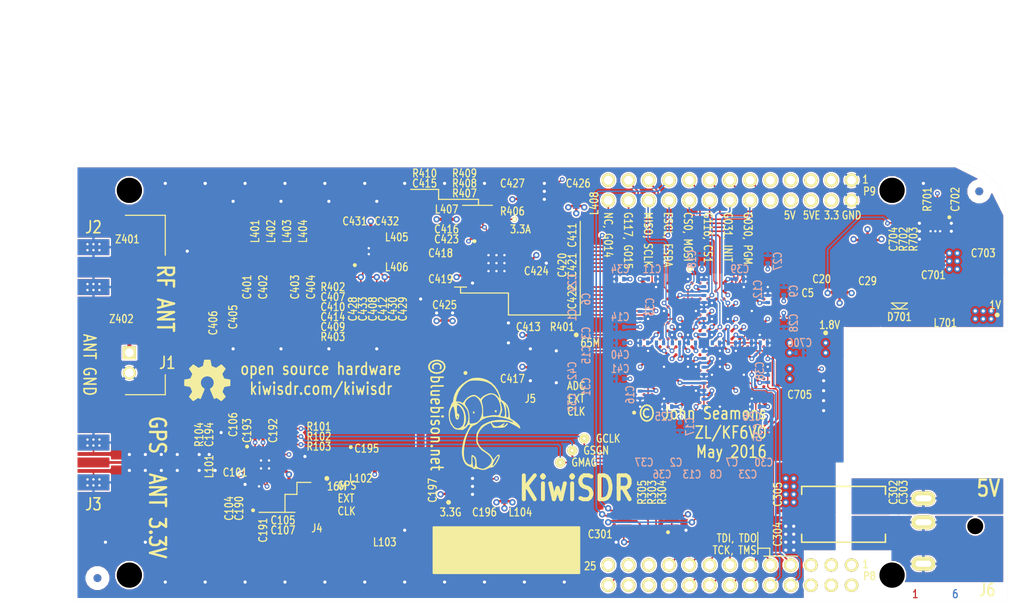
<source format=kicad_pcb>
(kicad_pcb (version 3) (host pcbnew "(2013-mar-25)-stable")
  (layers (15 Top signal) (4 Gnd signal hide) (3 Vcc signal hide) (2 G2 signal hide) (1 V2 signal hide) (0 Bottom signal hide) (18 B.Paste user hide) (19 F.Paste user hide) (20 B.SilkS user hide) (21 F.SilkS user) (22 B.Mask user hide) (23 F.Mask user hide) (28 Edge.Cuts user hide))
  (net 0 "")
  (net 1 /ADC/AD0)
  (net 2 /ADC/AD1)
  (net 3 /ADC/AD10)
  (net 4 /ADC/AD11)
  (net 5 /ADC/AD12)
  (net 6 /ADC/AD13)
  (net 7 /ADC/AD2)
  (net 8 /ADC/AD3)
  (net 9 /ADC/AD4)
  (net 10 /ADC/AD5)
  (net 11 /ADC/AD6)
  (net 12 /ADC/AD7)
  (net 13 /ADC/AD8)
  (net 14 /ADC/AD9)
  (net 15 /ADC/ADOV)
  (net 16 /ADC/AIN+)
  (net 17 /ADC/AIN-)
  (net 18 /ADC/ANT+)
  (net 19 /ADC/AXO)
  (net 20 /ADC/ECLK)
  (net 21 /ADC/IN+)
  (net 22 /ADC/IN-)
  (net 23 /ADC/LCLK)
  (net 24 /ADC/LP1)
  (net 25 /ADC/LP2)
  (net 26 /ADC/LP3)
  (net 27 /ADC/LP4)
  (net 28 /ADC/MD1)
  (net 29 /ADC/MODE)
  (net 30 /ADC/OUT+)
  (net 31 /ADC/OUT-)
  (net 32 /ADC/REFH)
  (net 33 /ADC/REFL)
  (net 34 /ADC/RF+)
  (net 35 /ADC/RF-)
  (net 36 /ADC/SENSE)
  (net 37 /ADC/VA)
  (net 38 /ADC/VCM)
  (net 39 /ADC/VIN)
  (net 40 /BeagleBone/5V_NEG)
  (net 41 /BeagleBone/5V_POS)
  (net 42 /BeagleBone/CS0)
  (net 43 /BeagleBone/CS1)
  (net 44 /BeagleBone/DONE)
  (net 45 /BeagleBone/ESCL)
  (net 46 /BeagleBone/ESDA)
  (net 47 /BeagleBone/G014)
  (net 48 /BeagleBone/G015)
  (net 49 /BeagleBone/G030)
  (net 50 /BeagleBone/G031)
  (net 51 /BeagleBone/G116)
  (net 52 /BeagleBone/G117)
  (net 53 /BeagleBone/INIT)
  (net 54 /BeagleBone/MISO)
  (net 55 /BeagleBone/MOSI)
  (net 56 /BeagleBone/PGM)
  (net 57 /BeagleBone/TCK)
  (net 58 /BeagleBone/TDI)
  (net 59 /BeagleBone/TDO)
  (net 60 /BeagleBone/TMS)
  (net 61 /GPS/EOSC)
  (net 62 /GPS/GBIAS)
  (net 63 /GPS/GPS)
  (net 64 /GPS/GPS2)
  (net 65 /GPS/LCLK)
  (net 66 /GPS/LMAG)
  (net 67 /GPS/LNA)
  (net 68 /GPS/LSGN)
  (net 69 /GPS/RING)
  (net 70 /GPS/SAW1)
  (net 71 /GPS/SAW2)
  (net 72 /GPS/TCXO1)
  (net 73 /GPS/TCXO2)
  (net 74 /GPS/TXOP)
  (net 75 /GPS/VAGC)
  (net 76 /GPS/VIN)
  (net 77 /Power_Supplies/EN)
  (net 78 /Power_Supplies/FB)
  (net 79 /Power_Supplies/SW1)
  (net 80 1.0)
  (net 81 1.8)
  (net 82 3.3)
  (net 83 3.3A)
  (net 84 3.3G)
  (net 85 5EXT)
  (net 86 5V)
  (net 87 ACLK)
  (net 88 AEXT)
  (net 89 D0)
  (net 90 D1)
  (net 91 D10)
  (net 92 D11)
  (net 93 D12)
  (net 94 D13)
  (net 95 D2)
  (net 96 D3)
  (net 97 D4)
  (net 98 D5)
  (net 99 D6)
  (net 100 D7)
  (net 101 D8)
  (net 102 D9)
  (net 103 EWP)
  (net 104 G022)
  (net 105 G023)
  (net 106 G026)
  (net 107 G027)
  (net 108 G112)
  (net 109 G113)
  (net 110 G114)
  (net 111 G115)
  (net 112 G129)
  (net 113 G201)
  (net 114 GCLK)
  (net 115 GMAG)
  (net 116 GND)
  (net 117 GSGN)
  (net 118 OVFL)
  (net 119 SCLK)
  (module kiwi-SM0402 (layer Top) (at 127.75 81.5)
    (fp_text reference R407 (at -2.75 -5.25) (layer F.SilkS) (effects (font (size 1 0.8))))
    (fp_text value DNL hide)
    (pad 1 smd rect (at -0.45 0) (size 0.4 0.6) (layers Top F.Paste F.Mask) (net 83 3.3A))
    (pad 2 smd rect (at 0.45 0) (size 0.4 0.6) (layers Top F.Paste F.Mask) (net 36 /ADC/SENSE))
  )
  (module kiwi-SM0402 (layer Top) (at 105 111.5)
    (fp_text reference C107 (at -2.75 7) (layer F.SilkS) (effects (font (size 1 0.8))))
    (fp_text value "DNL 10n" hide)
    (pad 1 smd rect (at -0.45 0) (size 0.4 0.6) (layers Top F.Paste F.Mask) (net 72 /GPS/TCXO1))
    (pad 2 smd rect (at 0.45 0) (size 0.4 0.6) (layers Top F.Paste F.Mask) (net 61 /GPS/EOSC))
  )
  (module kiwi-SM1206 (layer Top) (at 93.5 87.85 90)
    (fp_text reference C406 (at -4.65 0 90) (layer F.SilkS) (effects (font (size 1 0.8))))
    (fp_text value 470n/100 hide)
    (pad 1 smd rect (at -1.65 0 90) (size 1.5 2) (layers Top F.Paste F.Mask) (net 18 /ADC/ANT+))
    (pad 2 smd rect (at 1.65 0 90) (size 1.5 2) (layers Top F.Paste F.Mask) (net 24 /ADC/LP1))
  )
  (module kiwi-SM0402 (layer Top) (at 103.25 105.75)
    (fp_text reference R101 (at 3.5 -0.25) (layer F.SilkS) (effects (font (size 1 0.8))))
    (fp_text value 100R hide)
    (pad 1 smd rect (at -0.45 0) (size 0.4 0.6) (layers Top F.Paste F.Mask) (net 65 /GPS/LCLK))
    (pad 2 smd rect (at 0.45 0) (size 0.4 0.6) (layers Top F.Paste F.Mask) (net 114 GCLK))
  )
  (module kiwi-RF_SHIELD_COVER (layer Top) (at 104.92 86.5)
    (fp_text reference ZR402 hide)
    (fp_text value "RF_SHIELD_COVER 29x19" hide)
  )
  (module kiwi-RF_SHIELD_COVER (layer Top) (at 104.92 113)
    (fp_text reference ZR102 hide)
    (fp_text value "RF_SHIELD_COVER 29x19" hide)
  )
  (module kiwi-INDUCTOR_4x4 (layer Top) (at 185.25 89.75)
    (fp_text reference L701 (at 0 2.75) (layer F.SilkS) (effects (font (size 1 0.8))))
    (fp_text value "1uH 3.7A" hide)
    (pad 1 smd rect (at -1.525 0) (size 1.5 3.6) (layers Top F.Paste F.Mask) (net 79 /Power_Supplies/SW1))
    (pad 2 smd rect (at 1.525 0) (size 1.5 3.6) (layers Top F.Paste F.Mask) (net 80 1.0))
  )
  (module kiwi-U.FL (layer Top) (at 106.5 116 180)
    (fp_text reference J4 (at 0 -2.25 180) (layer F.SilkS) (effects (font (size 1 0.8))))
    (fp_text value "DNL U.FL" hide)
    (pad 1 smd rect (at 0 1.525 180) (size 1 1.05) (layers Top F.Paste F.Mask) (net 61 /GPS/EOSC))
    (pad 2 smd rect (at -1.475 0 180) (size 1.05 2.2) (layers Top F.Paste F.Mask) (net 116 GND))
    (pad 3 smd rect (at 1.475 0 180) (size 1.05 2.2) (layers Top F.Paste F.Mask) (net 116 GND))
  )
  (module kiwi-TCXO (layer Top) (at 109 109.825 180)
    (fp_text reference X101 hide)
    (fp_text value "16.368 MHz" hide)
    (pad 1 smd rect (at -1.515 0.68 180) (size 0.78 0.87) (layers Top F.Paste F.Mask) (net 116 GND))
    (pad 2 smd rect (at 1.515 0.68 180) (size 0.78 0.87) (layers Top F.Paste F.Mask) (net 116 GND))
    (pad 3 smd rect (at 1.515 -0.68 180) (size 0.78 0.87) (layers Top F.Paste F.Mask) (net 73 /GPS/TCXO2))
    (pad 4 smd rect (at -1.515 -0.68 180) (size 0.78 0.87) (layers Top F.Paste F.Mask) (net 74 /GPS/TXOP))
  )
  (module kiwi-SAW (layer Top) (at 100 114.5)
    (fp_text reference FL101 hide)
    (fp_text value "SAW L1" hide)
    (pad 1 smd rect (at -0.775 0.645) (size 1.04 0.78) (layers Top F.Paste F.Mask) (net 70 /GPS/SAW1))
    (pad 2 smd rect (at 0.775 0.645) (size 1.04 0.78) (layers Top F.Paste F.Mask) (net 116 GND))
    (pad 3 smd rect (at 0.775 -0.645) (size 1.04 0.78) (layers Top F.Paste F.Mask) (net 71 /GPS/SAW2))
    (pad 4 smd rect (at -0.775 -0.645) (size 1.04 0.78) (layers Top F.Paste F.Mask) (net 116 GND))
  )
  (module kiwi-RNET_CAY16_J8 (layer Top) (at 135 88.5)
    (fp_text reference R405 hide)
    (fp_text value 100R hide)
    (pad 1 smd rect (at -0.75 -1.75) (size 0.7 0.3) (layers Top F.Paste F.Mask) (net 12 /ADC/AD7))
    (pad 2 smd rect (at 0.75 -1.75) (size 0.7 0.3) (layers Top F.Paste F.Mask) (net 100 D7))
    (pad 3 smd rect (at -0.75 -1.25) (size 0.7 0.3) (layers Top F.Paste F.Mask) (net 11 /ADC/AD6))
    (pad 4 smd rect (at 0.75 -1.25) (size 0.7 0.3) (layers Top F.Paste F.Mask) (net 99 D6))
    (pad 5 smd rect (at -0.75 -0.75) (size 0.7 0.3) (layers Top F.Paste F.Mask) (net 10 /ADC/AD5))
    (pad 6 smd rect (at 0.75 -0.75) (size 0.7 0.3) (layers Top F.Paste F.Mask) (net 98 D5))
    (pad 7 smd rect (at -0.75 -0.25) (size 0.7 0.3) (layers Top F.Paste F.Mask) (net 9 /ADC/AD4))
    (pad 8 smd rect (at 0.75 -0.25) (size 0.7 0.3) (layers Top F.Paste F.Mask) (net 97 D4))
    (pad 9 smd rect (at -0.75 0.25) (size 0.7 0.3) (layers Top F.Paste F.Mask) (net 8 /ADC/AD3))
    (pad 10 smd rect (at 0.75 0.25) (size 0.7 0.3) (layers Top F.Paste F.Mask) (net 96 D3))
    (pad 11 smd rect (at -0.75 0.75) (size 0.7 0.3) (layers Top F.Paste F.Mask) (net 7 /ADC/AD2))
    (pad 12 smd rect (at 0.75 0.75) (size 0.7 0.3) (layers Top F.Paste F.Mask) (net 95 D2))
    (pad 13 smd rect (at -0.75 1.25) (size 0.7 0.3) (layers Top F.Paste F.Mask) (net 2 /ADC/AD1))
    (pad 14 smd rect (at 0.75 1.25) (size 0.7 0.3) (layers Top F.Paste F.Mask) (net 90 D1))
    (pad 15 smd rect (at -0.75 1.75) (size 0.7 0.3) (layers Top F.Paste F.Mask) (net 1 /ADC/AD0))
    (pad 16 smd rect (at 0.75 1.75) (size 0.7 0.3) (layers Top F.Paste F.Mask) (net 89 D0))
  )
  (module kiwi-RNET_CAY16_J8 (layer Top) (at 135 81.5)
    (fp_text reference R404 hide)
    (fp_text value 100R hide)
    (pad 1 smd rect (at -0.75 -1.75) (size 0.7 0.3) (layers Top F.Paste F.Mask))
    (pad 2 smd rect (at 0.75 -1.75) (size 0.7 0.3) (layers Top F.Paste F.Mask))
    (pad 3 smd rect (at -0.75 -1.25) (size 0.7 0.3) (layers Top F.Paste F.Mask) (net 15 /ADC/ADOV))
    (pad 4 smd rect (at 0.75 -1.25) (size 0.7 0.3) (layers Top F.Paste F.Mask) (net 118 OVFL))
    (pad 5 smd rect (at -0.75 -0.75) (size 0.7 0.3) (layers Top F.Paste F.Mask) (net 6 /ADC/AD13))
    (pad 6 smd rect (at 0.75 -0.75) (size 0.7 0.3) (layers Top F.Paste F.Mask) (net 94 D13))
    (pad 7 smd rect (at -0.75 -0.25) (size 0.7 0.3) (layers Top F.Paste F.Mask) (net 5 /ADC/AD12))
    (pad 8 smd rect (at 0.75 -0.25) (size 0.7 0.3) (layers Top F.Paste F.Mask) (net 93 D12))
    (pad 9 smd rect (at -0.75 0.25) (size 0.7 0.3) (layers Top F.Paste F.Mask) (net 4 /ADC/AD11))
    (pad 10 smd rect (at 0.75 0.25) (size 0.7 0.3) (layers Top F.Paste F.Mask) (net 92 D11))
    (pad 11 smd rect (at -0.75 0.75) (size 0.7 0.3) (layers Top F.Paste F.Mask) (net 3 /ADC/AD10))
    (pad 12 smd rect (at 0.75 0.75) (size 0.7 0.3) (layers Top F.Paste F.Mask) (net 91 D10))
    (pad 13 smd rect (at -0.75 1.25) (size 0.7 0.3) (layers Top F.Paste F.Mask) (net 14 /ADC/AD9))
    (pad 14 smd rect (at 0.75 1.25) (size 0.7 0.3) (layers Top F.Paste F.Mask) (net 102 D9))
    (pad 15 smd rect (at -0.75 1.75) (size 0.7 0.3) (layers Top F.Paste F.Mask) (net 13 /ADC/AD8))
    (pad 16 smd rect (at 0.75 1.75) (size 0.7 0.3) (layers Top F.Paste F.Mask) (net 101 D8))
  )
  (module kiwi-FIDUCIAL (layer Top) (at 165 85)
    (fp_text reference FID1 hide)
    (fp_text value "FPGA FIDUCIAL" hide)
    (pad 1 smd circle (at 0 0) (size 1 1) (layers Top F.Mask) (clearance 1))
  )
  (module kiwi-FIDUCIAL (layer Top) (at 145 105)
    (fp_text reference FID2 hide)
    (fp_text value "FPGA FIDUCIAL" hide)
    (pad 1 smd circle (at 0 0) (size 1 1) (layers Top F.Mask) (clearance 1))
  )
  (module kiwi-QFN32 (layer Top) (at 129 85)
    (fp_text reference U401 hide)
    (fp_text value LTC2248 hide)
    (pad 1 smd rect (at -2.4 -1.75) (size 0.7 0.25) (layers Top F.Paste F.Mask) (net 16 /ADC/AIN+))
    (pad 2 smd rect (at -2.4 -1.25) (size 0.7 0.25) (layers Top F.Paste F.Mask) (net 17 /ADC/AIN-))
    (pad 3 smd rect (at -2.4 -0.75) (size 0.7 0.25) (layers Top F.Paste F.Mask) (net 32 /ADC/REFH))
    (pad 4 smd rect (at -2.4 -0.25) (size 0.7 0.25) (layers Top F.Paste F.Mask) (net 32 /ADC/REFH))
    (pad 5 smd rect (at -2.4 0.25) (size 0.7 0.25) (layers Top F.Paste F.Mask) (net 33 /ADC/REFL))
    (pad 6 smd rect (at -2.4 0.75) (size 0.7 0.25) (layers Top F.Paste F.Mask) (net 33 /ADC/REFL))
    (pad 7 smd rect (at -2.4 1.25) (size 0.7 0.25) (layers Top F.Paste F.Mask) (net 83 3.3A))
    (pad 8 smd rect (at -2.4 1.75) (size 0.7 0.25) (layers Top F.Paste F.Mask) (net 116 GND))
    (pad 9 smd rect (at -1.75 2.4 270) (size 0.7 0.25) (layers Top F.Paste F.Mask) (net 19 /ADC/AXO))
    (pad 10 smd rect (at -1.25 2.4 270) (size 0.7 0.25) (layers Top F.Paste F.Mask) (net 116 GND))
    (pad 11 smd rect (at -0.75 2.4 270) (size 0.7 0.25) (layers Top F.Paste F.Mask) (net 116 GND))
    (pad 12 smd rect (at -0.25 2.4 270) (size 0.7 0.25) (layers Top F.Paste F.Mask) (net 1 /ADC/AD0))
    (pad 13 smd rect (at 0.25 2.4 270) (size 0.7 0.25) (layers Top F.Paste F.Mask) (net 2 /ADC/AD1))
    (pad 14 smd rect (at 0.75 2.4 270) (size 0.7 0.25) (layers Top F.Paste F.Mask) (net 7 /ADC/AD2))
    (pad 15 smd rect (at 1.25 2.4 270) (size 0.7 0.25) (layers Top F.Paste F.Mask) (net 8 /ADC/AD3))
    (pad 16 smd rect (at 1.75 2.4 270) (size 0.7 0.25) (layers Top F.Paste F.Mask) (net 9 /ADC/AD4))
    (pad 17 smd rect (at 2.4 1.75) (size 0.7 0.25) (layers Top F.Paste F.Mask) (net 10 /ADC/AD5))
    (pad 18 smd rect (at 2.4 1.25) (size 0.7 0.25) (layers Top F.Paste F.Mask) (net 11 /ADC/AD6))
    (pad 19 smd rect (at 2.4 0.75) (size 0.7 0.25) (layers Top F.Paste F.Mask) (net 12 /ADC/AD7))
    (pad 20 smd rect (at 2.4 0.25) (size 0.7 0.25) (layers Top F.Paste F.Mask) (net 116 GND))
    (pad 21 smd rect (at 2.4 -0.25) (size 0.7 0.25) (layers Top F.Paste F.Mask) (net 83 3.3A))
    (pad 22 smd rect (at 2.4 -0.75) (size 0.7 0.25) (layers Top F.Paste F.Mask) (net 13 /ADC/AD8))
    (pad 23 smd rect (at 2.4 -1.25) (size 0.7 0.25) (layers Top F.Paste F.Mask) (net 14 /ADC/AD9))
    (pad 24 smd rect (at 2.4 -1.75) (size 0.7 0.25) (layers Top F.Paste F.Mask) (net 3 /ADC/AD10))
    (pad 25 smd rect (at 1.75 -2.4 270) (size 0.7 0.25) (layers Top F.Paste F.Mask) (net 4 /ADC/AD11))
    (pad 26 smd rect (at 1.25 -2.4 270) (size 0.7 0.25) (layers Top F.Paste F.Mask) (net 5 /ADC/AD12))
    (pad 27 smd rect (at 0.75 -2.4 270) (size 0.7 0.25) (layers Top F.Paste F.Mask) (net 6 /ADC/AD13))
    (pad 28 smd rect (at 0.25 -2.4 270) (size 0.7 0.25) (layers Top F.Paste F.Mask) (net 15 /ADC/ADOV))
    (pad 29 smd rect (at -0.25 -2.4 270) (size 0.7 0.25) (layers Top F.Paste F.Mask) (net 29 /ADC/MODE))
    (pad 30 smd rect (at -0.75 -2.4 270) (size 0.7 0.25) (layers Top F.Paste F.Mask) (net 36 /ADC/SENSE))
    (pad 31 smd rect (at -1.25 -2.4 270) (size 0.7 0.25) (layers Top F.Paste F.Mask) (net 38 /ADC/VCM))
    (pad 32 smd rect (at -1.75 -2.4 270) (size 0.7 0.25) (layers Top F.Paste F.Mask) (net 83 3.3A))
    (pad PAD smd rect (at 0 0) (size 3.45 3.45) (layers Top) (net 116 GND))
    (pad PAD thru_hole circle (at 0 0) (size 0.4 0.4) (drill 0.3) (layers *.Cu) (net 116 GND))
    (pad PAD thru_hole circle (at -1 0) (size 0.4 0.4) (drill 0.3) (layers *.Cu) (net 116 GND))
    (pad PAD thru_hole circle (at 1 0) (size 0.4 0.4) (drill 0.3) (layers *.Cu) (net 116 GND))
    (pad PAD thru_hole circle (at 1 -1) (size 0.4 0.4) (drill 0.3) (layers *.Cu) (net 116 GND))
    (pad PAD thru_hole circle (at 0 -1) (size 0.4 0.4) (drill 0.3) (layers *.Cu) (net 116 GND))
    (pad PAD thru_hole circle (at -1 -1) (size 0.4 0.4) (drill 0.3) (layers *.Cu) (net 116 GND))
    (pad PAD thru_hole circle (at -1 1) (size 0.4 0.4) (drill 0.3) (layers *.Cu) (net 116 GND))
    (pad PAD thru_hole circle (at 0 1) (size 0.4 0.4) (drill 0.3) (layers *.Cu) (net 116 GND))
    (pad PAD thru_hole circle (at 1 1) (size 0.4 0.4) (drill 0.3) (layers *.Cu) (net 116 GND))
    (pad PAD smd rect (at 0 1.4875) (size 3.45 0.475) (layers Top F.Paste F.Mask) (net 116 GND))
    (pad PAD smd rect (at 0 0.5) (size 3.45 0.5) (layers Top F.Paste F.Mask) (net 116 GND))
    (pad PAD smd rect (at 0 -0.5) (size 3.45 0.5) (layers Top F.Paste F.Mask) (net 116 GND))
    (pad PAD smd rect (at 0 -1.4875) (size 3.45 0.475) (layers Top F.Paste F.Mask) (net 116 GND))
  )
  (module kiwi-SOT23_5 (layer Top) (at 168 97 90)
    (fp_text reference U702 hide)
    (fp_text value "LP5907 1.8V 250mA" hide)
    (pad 1 smd rect (at -1.35 -0.95 90) (size 1.05 0.6) (layers Top F.Paste F.Mask) (net 86 5V))
    (pad 2 smd rect (at -1.35 0 90) (size 1.05 0.6) (layers Top F.Paste F.Mask) (net 116 GND))
    (pad 3 smd rect (at -1.35 0.95 90) (size 1.05 0.6) (layers Top F.Paste F.Mask) (net 86 5V))
    (pad 4 smd rect (at 1.35 0.95 90) (size 1.05 0.6) (layers Top F.Paste F.Mask) (net 81 1.8))
    (pad 5 smd rect (at 1.35 -0.95 90) (size 1.05 0.6) (layers Top F.Paste F.Mask) (net 81 1.8))
  )
  (module kiwi-SOT23_5 (layer Top) (at 126 113 180)
    (fp_text reference U104 hide)
    (fp_text value "LP5907 3.3V 250mA" hide)
    (pad 1 smd rect (at -1.35 -0.95 180) (size 1.05 0.6) (layers Top F.Paste F.Mask) (net 76 /GPS/VIN))
    (pad 2 smd rect (at -1.35 0 180) (size 1.05 0.6) (layers Top F.Paste F.Mask) (net 116 GND))
    (pad 3 smd rect (at -1.35 0.95 180) (size 1.05 0.6) (layers Top F.Paste F.Mask) (net 86 5V))
    (pad 4 smd rect (at 1.35 0.95 180) (size 1.05 0.6) (layers Top F.Paste F.Mask) (net 116 GND))
    (pad 5 smd rect (at 1.35 -0.95 180) (size 1.05 0.6) (layers Top F.Paste F.Mask) (net 84 3.3G))
  )
  (module kiwi-SOT23_5 (layer Top) (at 135 76 180)
    (fp_text reference U404 hide)
    (fp_text value "LP5907 3.3V 250mA" hide)
    (pad 1 smd rect (at -1.35 -0.95 180) (size 1.05 0.6) (layers Top F.Paste F.Mask) (net 39 /ADC/VIN))
    (pad 2 smd rect (at -1.35 0 180) (size 1.05 0.6) (layers Top F.Paste F.Mask) (net 116 GND))
    (pad 3 smd rect (at -1.35 0.95 180) (size 1.05 0.6) (layers Top F.Paste F.Mask) (net 86 5V))
    (pad 4 smd rect (at 1.35 0.95 180) (size 1.05 0.6) (layers Top F.Paste F.Mask) (net 116 GND))
    (pad 5 smd rect (at 1.35 -0.95 180) (size 1.05 0.6) (layers Top F.Paste F.Mask) (net 83 3.3A))
  )
  (module kiwi-FTG256 (layer Top) (at 155 95 90)
    (fp_text reference U1 hide)
    (fp_text value "Artix-7 A35" hide)
    (pad A1 smd circle (at -7.5 -7.5 90) (size 0.4 0.4) (layers Top F.Paste F.Mask) (net 116 GND))
    (pad A2 smd circle (at -6.5 -7.5 90) (size 0.4 0.4) (layers Top F.Paste F.Mask))
    (pad A3 smd circle (at -5.5 -7.5 90) (size 0.4 0.4) (layers Top F.Paste F.Mask))
    (pad A4 smd circle (at -4.5 -7.5 90) (size 0.4 0.4) (layers Top F.Paste F.Mask))
    (pad A5 smd circle (at -3.5 -7.5 90) (size 0.4 0.4) (layers Top F.Paste F.Mask))
    (pad A6 smd circle (at -2.5 -7.5 90) (size 0.4 0.4) (layers Top F.Paste F.Mask) (net 82 3.3))
    (pad A7 smd circle (at -1.5 -7.5 90) (size 0.4 0.4) (layers Top F.Paste F.Mask))
    (pad A8 smd circle (at -0.5 -7.5 90) (size 0.4 0.4) (layers Top F.Paste F.Mask) (net 88 AEXT))
    (pad A9 smd circle (at 0.5 -7.5 90) (size 0.4 0.4) (layers Top F.Paste F.Mask))
    (pad A10 smd circle (at 1.5 -7.5 90) (size 0.4 0.4) (layers Top F.Paste F.Mask))
    (pad A11 smd circle (at 2.5 -7.5 90) (size 0.4 0.4) (layers Top F.Paste F.Mask) (net 116 GND))
    (pad A12 smd circle (at 3.5 -7.5 90) (size 0.4 0.4) (layers Top F.Paste F.Mask) (net 89 D0))
    (pad A13 smd circle (at 4.5 -7.5 90) (size 0.4 0.4) (layers Top F.Paste F.Mask) (net 95 D2))
    (pad A14 smd circle (at 5.5 -7.5 90) (size 0.4 0.4) (layers Top F.Paste F.Mask) (net 97 D4))
    (pad A15 smd circle (at 6.5 -7.5 90) (size 0.4 0.4) (layers Top F.Paste F.Mask) (net 99 D6))
    (pad A16 smd circle (at 7.5 -7.5 90) (size 0.4 0.4) (layers Top F.Paste F.Mask) (net 82 3.3))
    (pad B1 smd circle (at -7.5 -6.5 90) (size 0.4 0.4) (layers Top F.Paste F.Mask) (net 117 GSGN))
    (pad B2 smd circle (at -6.5 -6.5 90) (size 0.4 0.4) (layers Top F.Paste F.Mask) (net 115 GMAG))
    (pad B3 smd circle (at -5.5 -6.5 90) (size 0.4 0.4) (layers Top F.Paste F.Mask) (net 82 3.3))
    (pad B4 smd circle (at -4.5 -6.5 90) (size 0.4 0.4) (layers Top F.Paste F.Mask))
    (pad B5 smd circle (at -3.5 -6.5 90) (size 0.4 0.4) (layers Top F.Paste F.Mask))
    (pad B6 smd circle (at -2.5 -6.5 90) (size 0.4 0.4) (layers Top F.Paste F.Mask))
    (pad B7 smd circle (at -1.5 -6.5 90) (size 0.4 0.4) (layers Top F.Paste F.Mask))
    (pad B8 smd circle (at -0.5 -6.5 90) (size 0.4 0.4) (layers Top F.Paste F.Mask) (net 116 GND))
    (pad B9 smd circle (at 0.5 -6.5 90) (size 0.4 0.4) (layers Top F.Paste F.Mask))
    (pad B10 smd circle (at 1.5 -6.5 90) (size 0.4 0.4) (layers Top F.Paste F.Mask))
    (pad B11 smd circle (at 2.5 -6.5 90) (size 0.4 0.4) (layers Top F.Paste F.Mask))
    (pad B12 smd circle (at 3.5 -6.5 90) (size 0.4 0.4) (layers Top F.Paste F.Mask) (net 90 D1))
    (pad B13 smd circle (at 4.5 -6.5 90) (size 0.4 0.4) (layers Top F.Paste F.Mask) (net 82 3.3))
    (pad B14 smd circle (at 5.5 -6.5 90) (size 0.4 0.4) (layers Top F.Paste F.Mask) (net 98 D5))
    (pad B15 smd circle (at 6.5 -6.5 90) (size 0.4 0.4) (layers Top F.Paste F.Mask) (net 100 D7))
    (pad B16 smd circle (at 7.5 -6.5 90) (size 0.4 0.4) (layers Top F.Paste F.Mask) (net 101 D8))
    (pad C1 smd circle (at -7.5 -5.5 90) (size 0.4 0.4) (layers Top F.Paste F.Mask))
    (pad C2 smd circle (at -6.5 -5.5 90) (size 0.4 0.4) (layers Top F.Paste F.Mask))
    (pad C3 smd circle (at -5.5 -5.5 90) (size 0.4 0.4) (layers Top F.Paste F.Mask))
    (pad C4 smd circle (at -4.5 -5.5 90) (size 0.4 0.4) (layers Top F.Paste F.Mask))
    (pad C5 smd circle (at -3.5 -5.5 90) (size 0.4 0.4) (layers Top F.Paste F.Mask) (net 116 GND))
    (pad C6 smd circle (at -2.5 -5.5 90) (size 0.4 0.4) (layers Top F.Paste F.Mask))
    (pad C7 smd circle (at -1.5 -5.5 90) (size 0.4 0.4) (layers Top F.Paste F.Mask))
    (pad C8 smd circle (at -0.5 -5.5 90) (size 0.4 0.4) (layers Top F.Paste F.Mask))
    (pad C9 smd circle (at 0.5 -5.5 90) (size 0.4 0.4) (layers Top F.Paste F.Mask))
    (pad C10 smd circle (at 1.5 -5.5 90) (size 0.4 0.4) (layers Top F.Paste F.Mask) (net 82 3.3))
    (pad C11 smd circle (at 2.5 -5.5 90) (size 0.4 0.4) (layers Top F.Paste F.Mask))
    (pad C12 smd circle (at 3.5 -5.5 90) (size 0.4 0.4) (layers Top F.Paste F.Mask))
    (pad C13 smd circle (at 4.5 -5.5 90) (size 0.4 0.4) (layers Top F.Paste F.Mask) (net 96 D3))
    (pad C14 smd circle (at 5.5 -5.5 90) (size 0.4 0.4) (layers Top F.Paste F.Mask))
    (pad C15 smd circle (at 6.5 -5.5 90) (size 0.4 0.4) (layers Top F.Paste F.Mask) (net 116 GND))
    (pad C16 smd circle (at 7.5 -5.5 90) (size 0.4 0.4) (layers Top F.Paste F.Mask) (net 102 D9))
    (pad D1 smd circle (at -7.5 -4.5 90) (size 0.4 0.4) (layers Top F.Paste F.Mask))
    (pad D2 smd circle (at -6.5 -4.5 90) (size 0.4 0.4) (layers Top F.Paste F.Mask) (net 116 GND))
    (pad D3 smd circle (at -5.5 -4.5 90) (size 0.4 0.4) (layers Top F.Paste F.Mask))
    (pad D4 smd circle (at -4.5 -4.5 90) (size 0.4 0.4) (layers Top F.Paste F.Mask) (net 114 GCLK))
    (pad D5 smd circle (at -3.5 -4.5 90) (size 0.4 0.4) (layers Top F.Paste F.Mask))
    (pad D6 smd circle (at -2.5 -4.5 90) (size 0.4 0.4) (layers Top F.Paste F.Mask))
    (pad D7 smd circle (at -1.5 -4.5 90) (size 0.4 0.4) (layers Top F.Paste F.Mask) (net 82 3.3))
    (pad D8 smd circle (at -0.5 -4.5 90) (size 0.4 0.4) (layers Top F.Paste F.Mask))
    (pad D9 smd circle (at 0.5 -4.5 90) (size 0.4 0.4) (layers Top F.Paste F.Mask))
    (pad D10 smd circle (at 1.5 -4.5 90) (size 0.4 0.4) (layers Top F.Paste F.Mask))
    (pad D11 smd circle (at 2.5 -4.5 90) (size 0.4 0.4) (layers Top F.Paste F.Mask))
    (pad D12 smd circle (at 3.5 -4.5 90) (size 0.4 0.4) (layers Top F.Paste F.Mask) (net 116 GND))
    (pad D13 smd circle (at 4.5 -4.5 90) (size 0.4 0.4) (layers Top F.Paste F.Mask) (net 119 SCLK))
    (pad D14 smd circle (at 5.5 -4.5 90) (size 0.4 0.4) (layers Top F.Paste F.Mask))
    (pad D15 smd circle (at 6.5 -4.5 90) (size 0.4 0.4) (layers Top F.Paste F.Mask) (net 91 D10))
    (pad D16 smd circle (at 7.5 -4.5 90) (size 0.4 0.4) (layers Top F.Paste F.Mask) (net 92 D11))
    (pad E1 smd circle (at -7.5 -3.5 90) (size 0.4 0.4) (layers Top F.Paste F.Mask))
    (pad E2 smd circle (at -6.5 -3.5 90) (size 0.4 0.4) (layers Top F.Paste F.Mask))
    (pad E3 smd circle (at -5.5 -3.5 90) (size 0.4 0.4) (layers Top F.Paste F.Mask))
    (pad E4 smd circle (at -4.5 -3.5 90) (size 0.4 0.4) (layers Top F.Paste F.Mask) (net 82 3.3))
    (pad E5 smd circle (at -3.5 -3.5 90) (size 0.4 0.4) (layers Top F.Paste F.Mask))
    (pad E6 smd circle (at -2.5 -3.5 90) (size 0.4 0.4) (layers Top F.Paste F.Mask))
    (pad E7 smd circle (at -1.5 -3.5 90) (size 0.4 0.4) (layers Top F.Paste F.Mask) (net 82 3.3))
    (pad E8 smd circle (at -0.5 -3.5 90) (size 0.4 0.4) (layers Top F.Paste F.Mask) (net 119 SCLK))
    (pad E9 smd circle (at 0.5 -3.5 90) (size 0.4 0.4) (layers Top F.Paste F.Mask) (net 116 GND))
    (pad E10 smd circle (at 1.5 -3.5 90) (size 0.4 0.4) (layers Top F.Paste F.Mask) (net 80 1.0))
    (pad E11 smd circle (at 2.5 -3.5 90) (size 0.4 0.4) (layers Top F.Paste F.Mask))
    (pad E12 smd circle (at 3.5 -3.5 90) (size 0.4 0.4) (layers Top F.Paste F.Mask) (net 87 ACLK))
    (pad E13 smd circle (at 4.5 -3.5 90) (size 0.4 0.4) (layers Top F.Paste F.Mask))
    (pad E14 smd circle (at 5.5 -3.5 90) (size 0.4 0.4) (layers Top F.Paste F.Mask) (net 82 3.3))
    (pad E15 smd circle (at 6.5 -3.5 90) (size 0.4 0.4) (layers Top F.Paste F.Mask) (net 93 D12))
    (pad E16 smd circle (at 7.5 -3.5 90) (size 0.4 0.4) (layers Top F.Paste F.Mask) (net 94 D13))
    (pad F1 smd circle (at -7.5 -2.5 90) (size 0.4 0.4) (layers Top F.Paste F.Mask) (net 82 3.3))
    (pad F2 smd circle (at -6.5 -2.5 90) (size 0.4 0.4) (layers Top F.Paste F.Mask))
    (pad F3 smd circle (at -5.5 -2.5 90) (size 0.4 0.4) (layers Top F.Paste F.Mask))
    (pad F4 smd circle (at -4.5 -2.5 90) (size 0.4 0.4) (layers Top F.Paste F.Mask))
    (pad F5 smd circle (at -3.5 -2.5 90) (size 0.4 0.4) (layers Top F.Paste F.Mask))
    (pad F6 smd circle (at -2.5 -2.5 90) (size 0.4 0.4) (layers Top F.Paste F.Mask) (net 116 GND))
    (pad F7 smd circle (at -1.5 -2.5 90) (size 0.4 0.4) (layers Top F.Paste F.Mask) (net 80 1.0))
    (pad F8 smd circle (at -0.5 -2.5 90) (size 0.4 0.4) (layers Top F.Paste F.Mask) (net 81 1.8))
    (pad F9 smd circle (at 0.5 -2.5 90) (size 0.4 0.4) (layers Top F.Paste F.Mask) (net 80 1.0))
    (pad F10 smd circle (at 1.5 -2.5 90) (size 0.4 0.4) (layers Top F.Paste F.Mask) (net 116 GND))
    (pad F11 smd circle (at 2.5 -2.5 90) (size 0.4 0.4) (layers Top F.Paste F.Mask) (net 80 1.0))
    (pad F12 smd circle (at 3.5 -2.5 90) (size 0.4 0.4) (layers Top F.Paste F.Mask))
    (pad F13 smd circle (at 4.5 -2.5 90) (size 0.4 0.4) (layers Top F.Paste F.Mask))
    (pad F14 smd circle (at 5.5 -2.5 90) (size 0.4 0.4) (layers Top F.Paste F.Mask))
    (pad F15 smd circle (at 6.5 -2.5 90) (size 0.4 0.4) (layers Top F.Paste F.Mask) (net 118 OVFL))
    (pad F16 smd circle (at 7.5 -2.5 90) (size 0.4 0.4) (layers Top F.Paste F.Mask) (net 116 GND))
    (pad G1 smd circle (at -7.5 -1.5 90) (size 0.4 0.4) (layers Top F.Paste F.Mask))
    (pad G2 smd circle (at -6.5 -1.5 90) (size 0.4 0.4) (layers Top F.Paste F.Mask))
    (pad G3 smd circle (at -5.5 -1.5 90) (size 0.4 0.4) (layers Top F.Paste F.Mask) (net 116 GND))
    (pad G4 smd circle (at -4.5 -1.5 90) (size 0.4 0.4) (layers Top F.Paste F.Mask))
    (pad G5 smd circle (at -3.5 -1.5 90) (size 0.4 0.4) (layers Top F.Paste F.Mask))
    (pad G6 smd circle (at -2.5 -1.5 90) (size 0.4 0.4) (layers Top F.Paste F.Mask) (net 80 1.0))
    (pad G7 smd circle (at -1.5 -1.5 90) (size 0.4 0.4) (layers Top F.Paste F.Mask) (net 116 GND))
    (pad G8 smd circle (at -0.5 -1.5 90) (size 0.4 0.4) (layers Top F.Paste F.Mask) (net 81 1.8))
    (pad G9 smd circle (at 0.5 -1.5 90) (size 0.4 0.4) (layers Top F.Paste F.Mask) (net 116 GND))
    (pad G10 smd circle (at 1.5 -1.5 90) (size 0.4 0.4) (layers Top F.Paste F.Mask) (net 81 1.8))
    (pad G11 smd circle (at 2.5 -1.5 90) (size 0.4 0.4) (layers Top F.Paste F.Mask))
    (pad G12 smd circle (at 3.5 -1.5 90) (size 0.4 0.4) (layers Top F.Paste F.Mask))
    (pad G13 smd circle (at 4.5 -1.5 90) (size 0.4 0.4) (layers Top F.Paste F.Mask) (net 116 GND))
    (pad G14 smd circle (at 5.5 -1.5 90) (size 0.4 0.4) (layers Top F.Paste F.Mask))
    (pad G15 smd circle (at 6.5 -1.5 90) (size 0.4 0.4) (layers Top F.Paste F.Mask))
    (pad G16 smd circle (at 7.5 -1.5 90) (size 0.4 0.4) (layers Top F.Paste F.Mask))
    (pad H1 smd circle (at -7.5 -0.5 90) (size 0.4 0.4) (layers Top F.Paste F.Mask) (net 103 EWP))
    (pad H2 smd circle (at -6.5 -0.5 90) (size 0.4 0.4) (layers Top F.Paste F.Mask))
    (pad H3 smd circle (at -5.5 -0.5 90) (size 0.4 0.4) (layers Top F.Paste F.Mask))
    (pad H4 smd circle (at -4.5 -0.5 90) (size 0.4 0.4) (layers Top F.Paste F.Mask))
    (pad H5 smd circle (at -3.5 -0.5 90) (size 0.4 0.4) (layers Top F.Paste F.Mask))
    (pad H6 smd circle (at -2.5 -0.5 90) (size 0.4 0.4) (layers Top F.Paste F.Mask) (net 116 GND))
    (pad H7 smd circle (at -1.5 -0.5 90) (size 0.4 0.4) (layers Top F.Paste F.Mask))
    (pad H8 smd circle (at -0.5 -0.5 90) (size 0.4 0.4) (layers Top F.Paste F.Mask))
    (pad H9 smd circle (at 0.5 -0.5 90) (size 0.4 0.4) (layers Top F.Paste F.Mask) (net 80 1.0))
    (pad H10 smd circle (at 1.5 -0.5 90) (size 0.4 0.4) (layers Top F.Paste F.Mask) (net 44 /BeagleBone/DONE))
    (pad H11 smd circle (at 2.5 -0.5 90) (size 0.4 0.4) (layers Top F.Paste F.Mask))
    (pad H12 smd circle (at 3.5 -0.5 90) (size 0.4 0.4) (layers Top F.Paste F.Mask))
    (pad H13 smd circle (at 4.5 -0.5 90) (size 0.4 0.4) (layers Top F.Paste F.Mask))
    (pad H14 smd circle (at 5.5 -0.5 90) (size 0.4 0.4) (layers Top F.Paste F.Mask))
    (pad H15 smd circle (at 6.5 -0.5 90) (size 0.4 0.4) (layers Top F.Paste F.Mask) (net 82 3.3))
    (pad H16 smd circle (at 7.5 -0.5 90) (size 0.4 0.4) (layers Top F.Paste F.Mask))
    (pad J1 smd circle (at -7.5 0.5 90) (size 0.4 0.4) (layers Top F.Paste F.Mask))
    (pad J2 smd circle (at -6.5 0.5 90) (size 0.4 0.4) (layers Top F.Paste F.Mask) (net 82 3.3))
    (pad J3 smd circle (at -5.5 0.5 90) (size 0.4 0.4) (layers Top F.Paste F.Mask))
    (pad J4 smd circle (at -4.5 0.5 90) (size 0.4 0.4) (layers Top F.Paste F.Mask))
    (pad J5 smd circle (at -3.5 0.5 90) (size 0.4 0.4) (layers Top F.Paste F.Mask))
    (pad J6 smd circle (at -2.5 0.5 90) (size 0.4 0.4) (layers Top F.Paste F.Mask) (net 80 1.0))
    (pad J7 smd circle (at -1.5 0.5 90) (size 0.4 0.4) (layers Top F.Paste F.Mask))
    (pad J8 smd circle (at -0.5 0.5 90) (size 0.4 0.4) (layers Top F.Paste F.Mask))
    (pad J9 smd circle (at 0.5 0.5 90) (size 0.4 0.4) (layers Top F.Paste F.Mask) (net 116 GND))
    (pad J10 smd circle (at 1.5 0.5 90) (size 0.4 0.4) (layers Top F.Paste F.Mask) (net 81 1.8))
    (pad J11 smd circle (at 2.5 0.5 90) (size 0.4 0.4) (layers Top F.Paste F.Mask) (net 116 GND))
    (pad J12 smd circle (at 3.5 0.5 90) (size 0.4 0.4) (layers Top F.Paste F.Mask) (net 82 3.3))
    (pad J13 smd circle (at 4.5 0.5 90) (size 0.4 0.4) (layers Top F.Paste F.Mask))
    (pad J14 smd circle (at 5.5 0.5 90) (size 0.4 0.4) (layers Top F.Paste F.Mask) (net 55 /BeagleBone/MOSI))
    (pad J15 smd circle (at 6.5 0.5 90) (size 0.4 0.4) (layers Top F.Paste F.Mask))
    (pad J16 smd circle (at 7.5 0.5 90) (size 0.4 0.4) (layers Top F.Paste F.Mask))
    (pad K1 smd circle (at -7.5 1.5 90) (size 0.4 0.4) (layers Top F.Paste F.Mask))
    (pad K2 smd circle (at -6.5 1.5 90) (size 0.4 0.4) (layers Top F.Paste F.Mask))
    (pad K3 smd circle (at -5.5 1.5 90) (size 0.4 0.4) (layers Top F.Paste F.Mask))
    (pad K4 smd circle (at -4.5 1.5 90) (size 0.4 0.4) (layers Top F.Paste F.Mask) (net 116 GND))
    (pad K5 smd circle (at -3.5 1.5 90) (size 0.4 0.4) (layers Top F.Paste F.Mask))
    (pad K6 smd circle (at -2.5 1.5 90) (size 0.4 0.4) (layers Top F.Paste F.Mask) (net 116 GND))
    (pad K7 smd circle (at -1.5 1.5 90) (size 0.4 0.4) (layers Top F.Paste F.Mask) (net 116 GND))
    (pad K8 smd circle (at -0.5 1.5 90) (size 0.4 0.4) (layers Top F.Paste F.Mask) (net 116 GND))
    (pad K9 smd circle (at 0.5 1.5 90) (size 0.4 0.4) (layers Top F.Paste F.Mask) (net 80 1.0))
    (pad K10 smd circle (at 1.5 1.5 90) (size 0.4 0.4) (layers Top F.Paste F.Mask) (net 53 /BeagleBone/INIT))
    (pad K11 smd circle (at 2.5 1.5 90) (size 0.4 0.4) (layers Top F.Paste F.Mask) (net 81 1.8))
    (pad K12 smd circle (at 3.5 1.5 90) (size 0.4 0.4) (layers Top F.Paste F.Mask))
    (pad K13 smd circle (at 4.5 1.5 90) (size 0.4 0.4) (layers Top F.Paste F.Mask))
    (pad K14 smd circle (at 5.5 1.5 90) (size 0.4 0.4) (layers Top F.Paste F.Mask) (net 116 GND))
    (pad K15 smd circle (at 6.5 1.5 90) (size 0.4 0.4) (layers Top F.Paste F.Mask) (net 48 /BeagleBone/G015))
    (pad K16 smd circle (at 7.5 1.5 90) (size 0.4 0.4) (layers Top F.Paste F.Mask) (net 47 /BeagleBone/G014))
    (pad L1 smd circle (at -7.5 2.5 90) (size 0.4 0.4) (layers Top F.Paste F.Mask) (net 116 GND))
    (pad L2 smd circle (at -6.5 2.5 90) (size 0.4 0.4) (layers Top F.Paste F.Mask))
    (pad L3 smd circle (at -5.5 2.5 90) (size 0.4 0.4) (layers Top F.Paste F.Mask))
    (pad L4 smd circle (at -4.5 2.5 90) (size 0.4 0.4) (layers Top F.Paste F.Mask) (net 104 G022))
    (pad L5 smd circle (at -3.5 2.5 90) (size 0.4 0.4) (layers Top F.Paste F.Mask) (net 112 G129))
    (pad L6 smd circle (at -2.5 2.5 90) (size 0.4 0.4) (layers Top F.Paste F.Mask) (net 82 3.3))
    (pad L7 smd circle (at -1.5 2.5 90) (size 0.4 0.4) (layers Top F.Paste F.Mask) (net 57 /BeagleBone/TCK))
    (pad L8 smd circle (at -0.5 2.5 90) (size 0.4 0.4) (layers Top F.Paste F.Mask) (net 80 1.0))
    (pad L9 smd circle (at 0.5 2.5 90) (size 0.4 0.4) (layers Top F.Paste F.Mask) (net 56 /BeagleBone/PGM))
    (pad L10 smd circle (at 1.5 2.5 90) (size 0.4 0.4) (layers Top F.Paste F.Mask) (net 81 1.8))
    (pad L11 smd circle (at 2.5 2.5 90) (size 0.4 0.4) (layers Top F.Paste F.Mask) (net 116 GND))
    (pad L12 smd circle (at 3.5 2.5 90) (size 0.4 0.4) (layers Top F.Paste F.Mask))
    (pad L13 smd circle (at 4.5 2.5 90) (size 0.4 0.4) (layers Top F.Paste F.Mask))
    (pad L14 smd circle (at 5.5 2.5 90) (size 0.4 0.4) (layers Top F.Paste F.Mask))
    (pad L15 smd circle (at 6.5 2.5 90) (size 0.4 0.4) (layers Top F.Paste F.Mask) (net 82 3.3))
    (pad L16 smd circle (at 7.5 2.5 90) (size 0.4 0.4) (layers Top F.Paste F.Mask) (net 82 3.3))
    (pad M1 smd circle (at -7.5 3.5 90) (size 0.4 0.4) (layers Top F.Paste F.Mask) (net 113 G201))
    (pad M2 smd circle (at -6.5 3.5 90) (size 0.4 0.4) (layers Top F.Paste F.Mask) (net 107 G027))
    (pad M3 smd circle (at -5.5 3.5 90) (size 0.4 0.4) (layers Top F.Paste F.Mask) (net 82 3.3))
    (pad M4 smd circle (at -4.5 3.5 90) (size 0.4 0.4) (layers Top F.Paste F.Mask))
    (pad M5 smd circle (at -3.5 3.5 90) (size 0.4 0.4) (layers Top F.Paste F.Mask))
    (pad M6 smd circle (at -2.5 3.5 90) (size 0.4 0.4) (layers Top F.Paste F.Mask))
    (pad M7 smd circle (at -1.5 3.5 90) (size 0.4 0.4) (layers Top F.Paste F.Mask) (net 60 /BeagleBone/TMS))
    (pad M8 smd circle (at -0.5 3.5 90) (size 0.4 0.4) (layers Top F.Paste F.Mask) (net 116 GND))
    (pad M9 smd circle (at 0.5 3.5 90) (size 0.4 0.4) (layers Top F.Paste F.Mask) (net 82 3.3))
    (pad M10 smd circle (at 1.5 3.5 90) (size 0.4 0.4) (layers Top F.Paste F.Mask) (net 82 3.3))
    (pad M11 smd circle (at 2.5 3.5 90) (size 0.4 0.4) (layers Top F.Paste F.Mask) (net 82 3.3))
    (pad M12 smd circle (at 3.5 3.5 90) (size 0.4 0.4) (layers Top F.Paste F.Mask))
    (pad M13 smd circle (at 4.5 3.5 90) (size 0.4 0.4) (layers Top F.Paste F.Mask) (net 82 3.3))
    (pad M14 smd circle (at 5.5 3.5 90) (size 0.4 0.4) (layers Top F.Paste F.Mask))
    (pad M15 smd circle (at 6.5 3.5 90) (size 0.4 0.4) (layers Top F.Paste F.Mask) (net 54 /BeagleBone/MISO))
    (pad M16 smd circle (at 7.5 3.5 90) (size 0.4 0.4) (layers Top F.Paste F.Mask) (net 52 /BeagleBone/G117))
    (pad N1 smd circle (at -7.5 4.5 90) (size 0.4 0.4) (layers Top F.Paste F.Mask) (net 110 G114))
    (pad N2 smd circle (at -6.5 4.5 90) (size 0.4 0.4) (layers Top F.Paste F.Mask) (net 111 G115))
    (pad N3 smd circle (at -5.5 4.5 90) (size 0.4 0.4) (layers Top F.Paste F.Mask) (net 105 G023))
    (pad N4 smd circle (at -4.5 4.5 90) (size 0.4 0.4) (layers Top F.Paste F.Mask))
    (pad N5 smd circle (at -3.5 4.5 90) (size 0.4 0.4) (layers Top F.Paste F.Mask) (net 116 GND))
    (pad N6 smd circle (at -2.5 4.5 90) (size 0.4 0.4) (layers Top F.Paste F.Mask))
    (pad N7 smd circle (at -1.5 4.5 90) (size 0.4 0.4) (layers Top F.Paste F.Mask) (net 58 /BeagleBone/TDI))
    (pad N8 smd circle (at -0.5 4.5 90) (size 0.4 0.4) (layers Top F.Paste F.Mask) (net 59 /BeagleBone/TDO))
    (pad N9 smd circle (at 0.5 4.5 90) (size 0.4 0.4) (layers Top F.Paste F.Mask))
    (pad N10 smd circle (at 1.5 4.5 90) (size 0.4 0.4) (layers Top F.Paste F.Mask) (net 82 3.3))
    (pad N11 smd circle (at 2.5 4.5 90) (size 0.4 0.4) (layers Top F.Paste F.Mask))
    (pad N12 smd circle (at 3.5 4.5 90) (size 0.4 0.4) (layers Top F.Paste F.Mask))
    (pad N13 smd circle (at 4.5 4.5 90) (size 0.4 0.4) (layers Top F.Paste F.Mask))
    (pad N14 smd circle (at 5.5 4.5 90) (size 0.4 0.4) (layers Top F.Paste F.Mask))
    (pad N15 smd circle (at 6.5 4.5 90) (size 0.4 0.4) (layers Top F.Paste F.Mask) (net 116 GND))
    (pad N16 smd circle (at 7.5 4.5 90) (size 0.4 0.4) (layers Top F.Paste F.Mask) (net 42 /BeagleBone/CS0))
    (pad P1 smd circle (at -7.5 5.5 90) (size 0.4 0.4) (layers Top F.Paste F.Mask) (net 106 G026))
    (pad P2 smd circle (at -6.5 5.5 90) (size 0.4 0.4) (layers Top F.Paste F.Mask) (net 116 GND))
    (pad P3 smd circle (at -5.5 5.5 90) (size 0.4 0.4) (layers Top F.Paste F.Mask))
    (pad P4 smd circle (at -4.5 5.5 90) (size 0.4 0.4) (layers Top F.Paste F.Mask))
    (pad P5 smd circle (at -3.5 5.5 90) (size 0.4 0.4) (layers Top F.Paste F.Mask))
    (pad P6 smd circle (at -2.5 5.5 90) (size 0.4 0.4) (layers Top F.Paste F.Mask))
    (pad P7 smd circle (at -1.5 5.5 90) (size 0.4 0.4) (layers Top F.Paste F.Mask) (net 82 3.3))
    (pad P8 smd circle (at -0.5 5.5 90) (size 0.4 0.4) (layers Top F.Paste F.Mask))
    (pad P9 smd circle (at 0.5 5.5 90) (size 0.4 0.4) (layers Top F.Paste F.Mask))
    (pad P10 smd circle (at 1.5 5.5 90) (size 0.4 0.4) (layers Top F.Paste F.Mask))
    (pad P11 smd circle (at 2.5 5.5 90) (size 0.4 0.4) (layers Top F.Paste F.Mask))
    (pad P12 smd circle (at 3.5 5.5 90) (size 0.4 0.4) (layers Top F.Paste F.Mask) (net 116 GND))
    (pad P13 smd circle (at 4.5 5.5 90) (size 0.4 0.4) (layers Top F.Paste F.Mask))
    (pad P14 smd circle (at 5.5 5.5 90) (size 0.4 0.4) (layers Top F.Paste F.Mask))
    (pad P15 smd circle (at 6.5 5.5 90) (size 0.4 0.4) (layers Top F.Paste F.Mask) (net 51 /BeagleBone/G116))
    (pad P16 smd circle (at 7.5 5.5 90) (size 0.4 0.4) (layers Top F.Paste F.Mask) (net 43 /BeagleBone/CS1))
    (pad R1 smd circle (at -7.5 6.5 90) (size 0.4 0.4) (layers Top F.Paste F.Mask) (net 109 G113))
    (pad R2 smd circle (at -6.5 6.5 90) (size 0.4 0.4) (layers Top F.Paste F.Mask) (net 108 G112))
    (pad R3 smd circle (at -5.5 6.5 90) (size 0.4 0.4) (layers Top F.Paste F.Mask))
    (pad R4 smd circle (at -4.5 6.5 90) (size 0.4 0.4) (layers Top F.Paste F.Mask) (net 82 3.3))
    (pad R5 smd circle (at -3.5 6.5 90) (size 0.4 0.4) (layers Top F.Paste F.Mask))
    (pad R6 smd circle (at -2.5 6.5 90) (size 0.4 0.4) (layers Top F.Paste F.Mask))
    (pad R7 smd circle (at -1.5 6.5 90) (size 0.4 0.4) (layers Top F.Paste F.Mask))
    (pad R8 smd circle (at -0.5 6.5 90) (size 0.4 0.4) (layers Top F.Paste F.Mask))
    (pad R9 smd circle (at 0.5 6.5 90) (size 0.4 0.4) (layers Top F.Paste F.Mask) (net 116 GND))
    (pad R10 smd circle (at 1.5 6.5 90) (size 0.4 0.4) (layers Top F.Paste F.Mask))
    (pad R11 smd circle (at 2.5 6.5 90) (size 0.4 0.4) (layers Top F.Paste F.Mask))
    (pad R12 smd circle (at 3.5 6.5 90) (size 0.4 0.4) (layers Top F.Paste F.Mask))
    (pad R13 smd circle (at 4.5 6.5 90) (size 0.4 0.4) (layers Top F.Paste F.Mask))
    (pad R14 smd circle (at 5.5 6.5 90) (size 0.4 0.4) (layers Top F.Paste F.Mask) (net 82 3.3))
    (pad R15 smd circle (at 6.5 6.5 90) (size 0.4 0.4) (layers Top F.Paste F.Mask) (net 49 /BeagleBone/G030))
    (pad R16 smd circle (at 7.5 6.5 90) (size 0.4 0.4) (layers Top F.Paste F.Mask) (net 50 /BeagleBone/G031))
    (pad T1 smd circle (at -7.5 7.5 90) (size 0.4 0.4) (layers Top F.Paste F.Mask) (net 82 3.3))
    (pad T2 smd circle (at -6.5 7.5 90) (size 0.4 0.4) (layers Top F.Paste F.Mask))
    (pad T3 smd circle (at -5.5 7.5 90) (size 0.4 0.4) (layers Top F.Paste F.Mask))
    (pad T4 smd circle (at -4.5 7.5 90) (size 0.4 0.4) (layers Top F.Paste F.Mask))
    (pad T5 smd circle (at -3.5 7.5 90) (size 0.4 0.4) (layers Top F.Paste F.Mask))
    (pad T6 smd circle (at -2.5 7.5 90) (size 0.4 0.4) (layers Top F.Paste F.Mask) (net 116 GND))
    (pad T7 smd circle (at -1.5 7.5 90) (size 0.4 0.4) (layers Top F.Paste F.Mask))
    (pad T8 smd circle (at -0.5 7.5 90) (size 0.4 0.4) (layers Top F.Paste F.Mask))
    (pad T9 smd circle (at 0.5 7.5 90) (size 0.4 0.4) (layers Top F.Paste F.Mask))
    (pad T10 smd circle (at 1.5 7.5 90) (size 0.4 0.4) (layers Top F.Paste F.Mask))
    (pad T11 smd circle (at 2.5 7.5 90) (size 0.4 0.4) (layers Top F.Paste F.Mask) (net 82 3.3))
    (pad T12 smd circle (at 3.5 7.5 90) (size 0.4 0.4) (layers Top F.Paste F.Mask))
    (pad T13 smd circle (at 4.5 7.5 90) (size 0.4 0.4) (layers Top F.Paste F.Mask))
    (pad T14 smd circle (at 5.5 7.5 90) (size 0.4 0.4) (layers Top F.Paste F.Mask))
    (pad T15 smd circle (at 6.5 7.5 90) (size 0.4 0.4) (layers Top F.Paste F.Mask))
    (pad T16 smd circle (at 7.5 7.5 90) (size 0.4 0.4) (layers Top F.Paste F.Mask) (net 116 GND))
  )
  (module kiwi-WSON10 (layer Top) (at 184 81 270)
    (fp_text reference U701 hide)
    (fp_text value "LMR10530Y 1.0V 3A" hide)
    (pad 5 smd rect (at -1.4 1 270) (size 0.6 0.25) (layers Top F.Paste F.Mask) (net 78 /Power_Supplies/FB))
    (pad 4 smd rect (at -1.4 0.5 270) (size 0.6 0.25) (layers Top F.Paste F.Mask) (net 116 GND))
    (pad 3 smd rect (at -1.4 0 270) (size 0.6 0.25) (layers Top F.Paste F.Mask) (net 116 GND))
    (pad 2 smd rect (at -1.4 -0.5 270) (size 0.6 0.25) (layers Top F.Paste F.Mask) (net 77 /Power_Supplies/EN))
    (pad 1 smd rect (at -1.4 -1 270) (size 0.6 0.25) (layers Top F.Paste F.Mask) (net 77 /Power_Supplies/EN))
    (pad 9 smd rect (at 1.4 -0.5 270) (size 0.6 0.25) (layers Top F.Paste F.Mask) (net 86 5V))
    (pad 10 smd rect (at 1.4 -1 270) (size 0.6 0.25) (layers Top F.Paste F.Mask) (net 86 5V))
    (pad 8 smd rect (at 1.4 0 270) (size 0.6 0.25) (layers Top F.Paste F.Mask) (net 79 /Power_Supplies/SW1))
    (pad 7 smd rect (at 1.4 0.5 270) (size 0.6 0.25) (layers Top F.Paste F.Mask) (net 79 /Power_Supplies/SW1))
    (pad 6 smd rect (at 1.4 1 270) (size 0.6 0.25) (layers Top F.Paste F.Mask) (net 116 GND))
    (pad PAD smd rect (at 0 0 270) (size 1.6 2) (layers Top) (net 116 GND))
    (pad PAD thru_hole circle (at 0 0 270) (size 0.4 0.4) (drill 0.3) (layers *.Cu) (net 116 GND))
    (pad PAD thru_hole circle (at 0 -0.6 270) (size 0.4 0.4) (drill 0.3) (layers *.Cu) (net 116 GND))
    (pad PAD thru_hole circle (at 0 0.6 270) (size 0.4 0.4) (drill 0.3) (layers *.Cu) (net 116 GND))
    (pad PAD smd rect (at -0.525 0 270) (size 0.55 2) (layers Top F.Paste F.Mask) (net 116 GND))
    (pad PAD smd rect (at 0.525 0 270) (size 0.55 2) (layers Top F.Paste F.Mask) (net 116 GND))
  )
  (module kiwi-QFN24 (layer Top) (at 100 110.25)
    (fp_text reference U101 hide)
    (fp_text value SE4150L hide)
    (pad 1 smd rect (at -1.85 -1.25) (size 0.5 0.25) (layers Top F.Paste F.Mask) (net 75 /GPS/VAGC))
    (pad 2 smd rect (at -1.85 -0.75) (size 0.5 0.25) (layers Top F.Paste F.Mask) (net 62 /GPS/GBIAS))
    (pad 3 smd rect (at -1.85 -0.25) (size 0.5 0.25) (layers Top F.Paste F.Mask) (net 64 /GPS/GPS2))
    (pad 4 smd rect (at -1.85 0.25) (size 0.5 0.25) (layers Top F.Paste F.Mask) (net 67 /GPS/LNA))
    (pad 5 smd rect (at -1.85 0.75) (size 0.5 0.25) (layers Top F.Paste F.Mask) (net 84 3.3G))
    (pad 6 smd rect (at -1.85 1.25) (size 0.5 0.25) (layers Top F.Paste F.Mask) (net 116 GND))
    (pad 7 smd rect (at -1.25 1.85 90) (size 0.5 0.25) (layers Top F.Paste F.Mask) (net 70 /GPS/SAW1))
    (pad 8 smd rect (at -0.75 1.85 90) (size 0.5 0.25) (layers Top F.Paste F.Mask))
    (pad 9 smd rect (at -0.25 1.85 90) (size 0.5 0.25) (layers Top F.Paste F.Mask) (net 84 3.3G))
    (pad 10 smd rect (at 0.25 1.85 90) (size 0.5 0.25) (layers Top F.Paste F.Mask) (net 84 3.3G))
    (pad 11 smd rect (at 0.75 1.85 90) (size 0.5 0.25) (layers Top F.Paste F.Mask) (net 71 /GPS/SAW2))
    (pad 12 smd rect (at 1.25 1.85 90) (size 0.5 0.25) (layers Top F.Paste F.Mask))
    (pad 13 smd rect (at 1.85 1.25 180) (size 0.5 0.25) (layers Top F.Paste F.Mask))
    (pad 14 smd rect (at 1.85 0.75 180) (size 0.5 0.25) (layers Top F.Paste F.Mask) (net 84 3.3G))
    (pad 15 smd rect (at 1.85 0.25 180) (size 0.5 0.25) (layers Top F.Paste F.Mask) (net 72 /GPS/TCXO1))
    (pad 16 smd rect (at 1.85 -0.25 180) (size 0.5 0.25) (layers Top F.Paste F.Mask) (net 116 GND))
    (pad 17 smd rect (at 1.85 -0.75 180) (size 0.5 0.25) (layers Top F.Paste F.Mask) (net 116 GND))
    (pad 18 smd rect (at 1.85 -1.25 180) (size 0.5 0.25) (layers Top F.Paste F.Mask) (net 84 3.3G))
    (pad 19 smd rect (at 1.25 -1.85 270) (size 0.5 0.25) (layers Top F.Paste F.Mask) (net 66 /GPS/LMAG))
    (pad 20 smd rect (at 0.75 -1.85 270) (size 0.5 0.25) (layers Top F.Paste F.Mask) (net 68 /GPS/LSGN))
    (pad 21 smd rect (at 0.25 -1.85 270) (size 0.5 0.25) (layers Top F.Paste F.Mask) (net 65 /GPS/LCLK))
    (pad 22 smd rect (at -0.25 -1.85 270) (size 0.5 0.25) (layers Top F.Paste F.Mask) (net 84 3.3G))
    (pad 23 smd rect (at -0.75 -1.85 270) (size 0.5 0.25) (layers Top F.Paste F.Mask) (net 116 GND))
    (pad 24 smd rect (at -1.25 -1.85 270) (size 0.5 0.25) (layers Top F.Paste F.Mask) (net 84 3.3G))
    (pad PAD smd rect (at 0 0) (size 2.3 2.3) (layers Top) (net 116 GND))
    (pad PAD thru_hole circle (at -0.5 -0.5) (size 0.4 0.4) (drill 0.3) (layers *.Cu) (net 116 GND))
    (pad PAD thru_hole circle (at 0.5 -0.5) (size 0.4 0.4) (drill 0.3) (layers *.Cu) (net 116 GND))
    (pad PAD thru_hole circle (at -0.5 0.5) (size 0.4 0.4) (drill 0.3) (layers *.Cu) (net 116 GND))
    (pad PAD thru_hole circle (at 0.5 0.5) (size 0.4 0.4) (drill 0.3) (layers *.Cu) (net 116 GND))
    (pad PAD smd rect (at 0 0) (size 2.3 0.5) (layers Top F.Paste F.Mask) (net 116 GND))
    (pad PAD smd rect (at 0 -0.95) (size 2.3 0.4) (layers Top F.Paste F.Mask) (net 116 GND))
    (pad PAD smd rect (at 0 0.95) (size 2.3 0.4) (layers Top F.Paste F.Mask) (net 116 GND))
  )
  (module kiwi-QFN16 (layer Top) (at 113 83.5 90)
    (fp_text reference U405 hide)
    (fp_text value LTC6401-20 hide)
    (pad 1 smd rect (at -1.4 -0.75 90) (size 0.7 0.25) (layers Top F.Paste F.Mask) (net 37 /ADC/VA))
    (pad 2 smd rect (at -1.4 -0.25 90) (size 0.7 0.25) (layers Top F.Paste F.Mask) (net 38 /ADC/VCM))
    (pad 3 smd rect (at -1.4 0.25 90) (size 0.7 0.25) (layers Top F.Paste F.Mask) (net 37 /ADC/VA))
    (pad 4 smd rect (at -1.4 0.75 90) (size 0.7 0.25) (layers Top F.Paste F.Mask) (net 116 GND))
    (pad 5 smd rect (at -0.75 1.4 180) (size 0.7 0.25) (layers Top F.Paste F.Mask) (net 31 /ADC/OUT-))
    (pad 6 smd rect (at -0.25 1.4 180) (size 0.7 0.25) (layers Top F.Paste F.Mask))
    (pad 7 smd rect (at 0.25 1.4 180) (size 0.7 0.25) (layers Top F.Paste F.Mask))
    (pad 8 smd rect (at 0.75 1.4 180) (size 0.7 0.25) (layers Top F.Paste F.Mask) (net 30 /ADC/OUT+))
    (pad 9 smd rect (at 1.4 0.75 270) (size 0.7 0.25) (layers Top F.Paste F.Mask) (net 116 GND))
    (pad 10 smd rect (at 1.4 0.25 270) (size 0.7 0.25) (layers Top F.Paste F.Mask) (net 37 /ADC/VA))
    (pad 11 smd rect (at 1.4 -0.25 270) (size 0.7 0.25) (layers Top F.Paste F.Mask) (net 116 GND))
    (pad 12 smd rect (at 1.4 -0.75 270) (size 0.7 0.25) (layers Top F.Paste F.Mask) (net 116 GND))
    (pad 13 smd rect (at 0.75 -1.4) (size 0.7 0.25) (layers Top F.Paste F.Mask) (net 21 /ADC/IN+))
    (pad 14 smd rect (at 0.25 -1.4) (size 0.7 0.25) (layers Top F.Paste F.Mask) (net 21 /ADC/IN+))
    (pad 15 smd rect (at -0.25 -1.4) (size 0.7 0.25) (layers Top F.Paste F.Mask) (net 22 /ADC/IN-))
    (pad 16 smd rect (at -0.75 -1.4) (size 0.7 0.25) (layers Top F.Paste F.Mask) (net 22 /ADC/IN-))
    (pad PAD smd rect (at 0 0 90) (size 1.45 1.45) (layers Top) (net 116 GND))
    (pad PAD thru_hole circle (at 0.375 0 90) (size 0.4 0.4) (drill 0.3) (layers *.Cu) (net 116 GND))
    (pad PAD thru_hole circle (at -0.375 0 90) (size 0.4 0.4) (drill 0.3) (layers *.Cu) (net 116 GND))
    (pad PAD smd rect (at 0 -0.4875 90) (size 1.45 0.475) (layers Top F.Paste F.Mask) (net 116 GND))
    (pad PAD smd rect (at 0 0.4875 90) (size 1.45 0.475) (layers Top F.Paste F.Mask) (net 116 GND))
  )
  (module kiwi-BEAGLEBONE_BLACK (layer Top) (at 150 100)
    (fp_text reference ZB1 hide)
    (fp_text value "HEADER 13x2" hide)
    (fp_line (start -74 -27.5) (end -74 27.5) (layer Edge.Cuts) (width 0.01))
    (fp_line (start -74 27.5) (end 43 27.5) (layer Edge.Cuts) (width 0.01))
    (fp_line (start 43 27.5) (end 43 11.5) (layer Edge.Cuts) (width 0.01))
    (fp_line (start 43 11.5) (end 23 11.5) (layer Edge.Cuts) (width 0.01))
    (fp_line (start 23 -6.5) (end 23 11.5) (layer Edge.Cuts) (width 0.01))
    (fp_line (start 43 -6.5) (end 43 -21) (layer Edge.Cuts) (width 0.01))
    (fp_line (start 43 -6.5) (end 23 -6.5) (layer Edge.Cuts) (width 0.01))
    (fp_line (start -74 -27.5) (end 36.5 -27.5) (layer Edge.Cuts) (width 0.01))
    (fp_arc (start 36.5 -21) (end 36.5 -27.5) (angle 90) (layer Edge.Cuts) (width 0.01))
    (pad 801 thru_hole circle (at 23.495 22.86) (size 1.7 1.7) (drill 1.1) (layers *.Cu *.Mask F.SilkS))
    (pad 802 thru_hole circle (at 23.495 25.4) (size 1.7 1.7) (drill 1.1) (layers *.Cu *.Mask F.SilkS))
    (pad 803 thru_hole circle (at 20.955 22.86) (size 1.7 1.7) (drill 1.1) (layers *.Cu *.Mask F.SilkS))
    (pad 804 thru_hole circle (at 20.955 25.4) (size 1.7 1.7) (drill 1.1) (layers *.Cu *.Mask F.SilkS))
    (pad 805 thru_hole circle (at 18.415 22.86) (size 1.7 1.7) (drill 1.1) (layers *.Cu *.Mask F.SilkS))
    (pad 806 thru_hole circle (at 18.415 25.4) (size 1.7 1.7) (drill 1.1) (layers *.Cu *.Mask F.SilkS))
    (pad 807 thru_hole circle (at 15.875 22.86) (size 1.7 1.7) (drill 1.1) (layers *.Cu *.Mask F.SilkS) (net 58 /BeagleBone/TDI))
    (pad 808 thru_hole circle (at 15.875 25.4) (size 1.7 1.7) (drill 1.1) (layers *.Cu *.Mask F.SilkS) (net 59 /BeagleBone/TDO))
    (pad 809 thru_hole circle (at 13.335 22.86) (size 1.7 1.7) (drill 1.1) (layers *.Cu *.Mask F.SilkS) (net 57 /BeagleBone/TCK))
    (pad 810 thru_hole circle (at 13.335 25.4) (size 1.7 1.7) (drill 1.1) (layers *.Cu *.Mask F.SilkS) (net 60 /BeagleBone/TMS))
    (pad 811 thru_hole circle (at 10.795 22.86) (size 1.7 1.7) (drill 1.1) (layers *.Cu *.Mask F.SilkS) (net 109 G113))
    (pad 812 thru_hole circle (at 10.795 25.4) (size 1.7 1.7) (drill 1.1) (layers *.Cu *.Mask F.SilkS) (net 108 G112))
    (pad 813 thru_hole circle (at 8.255 22.86) (size 1.7 1.7) (drill 1.1) (layers *.Cu *.Mask F.SilkS) (net 105 G023))
    (pad 814 thru_hole circle (at 8.255 25.4) (size 1.7 1.7) (drill 1.1) (layers *.Cu *.Mask F.SilkS) (net 106 G026))
    (pad 815 thru_hole circle (at 5.715 22.86) (size 1.7 1.7) (drill 1.1) (layers *.Cu *.Mask F.SilkS) (net 111 G115))
    (pad 816 thru_hole circle (at 5.715 25.4) (size 1.7 1.7) (drill 1.1) (layers *.Cu *.Mask F.SilkS) (net 110 G114))
    (pad 817 thru_hole circle (at 3.175 22.86) (size 1.7 1.7) (drill 1.1) (layers *.Cu *.Mask F.SilkS) (net 107 G027))
    (pad 818 thru_hole circle (at 3.175 25.4) (size 1.7 1.7) (drill 1.1) (layers *.Cu *.Mask F.SilkS) (net 113 G201))
    (pad 819 thru_hole circle (at 0.635 22.86) (size 1.7 1.7) (drill 1.1) (layers *.Cu *.Mask F.SilkS) (net 104 G022))
    (pad 820 thru_hole circle (at 0.635 25.4) (size 1.7 1.7) (drill 1.1) (layers *.Cu *.Mask F.SilkS))
    (pad 821 thru_hole circle (at -1.905 22.86) (size 1.7 1.7) (drill 1.1) (layers *.Cu *.Mask F.SilkS))
    (pad 822 thru_hole circle (at -1.905 25.4) (size 1.7 1.7) (drill 1.1) (layers *.Cu *.Mask F.SilkS))
    (pad 823 thru_hole circle (at -4.445 22.86) (size 1.7 1.7) (drill 1.1) (layers *.Cu *.Mask F.SilkS))
    (pad 824 thru_hole circle (at -4.445 25.4) (size 1.7 1.7) (drill 1.1) (layers *.Cu *.Mask F.SilkS))
    (pad 825 thru_hole circle (at -6.985 22.86) (size 1.7 1.7) (drill 1.1) (layers *.Cu *.Mask F.SilkS))
    (pad 826 thru_hole circle (at -6.985 25.4) (size 1.7 1.7) (drill 1.1) (layers *.Cu *.Mask F.SilkS) (net 112 G129))
    (pad 901 thru_hole circle (at 23.495 -25.4) (size 1.7 1.7) (drill 1.1) (layers *.Cu *.Mask F.SilkS) (net 116 GND))
    (pad 902 thru_hole circle (at 23.495 -22.86) (size 1.7 1.7) (drill 1.1) (layers *.Cu *.Mask F.SilkS) (net 116 GND))
    (pad 903 thru_hole circle (at 20.955 -25.4) (size 1.7 1.7) (drill 1.1) (layers *.Cu *.Mask F.SilkS) (net 82 3.3))
    (pad 904 thru_hole circle (at 20.955 -22.86) (size 1.7 1.7) (drill 1.1) (layers *.Cu *.Mask F.SilkS) (net 82 3.3))
    (pad 905 thru_hole circle (at 18.415 -25.4) (size 1.7 1.7) (drill 1.1) (layers *.Cu *.Mask F.SilkS) (net 85 5EXT))
    (pad 906 thru_hole circle (at 18.415 -22.86) (size 1.7 1.7) (drill 1.1) (layers *.Cu *.Mask F.SilkS) (net 85 5EXT))
    (pad 907 thru_hole circle (at 15.875 -25.4) (size 1.7 1.7) (drill 1.1) (layers *.Cu *.Mask F.SilkS) (net 86 5V))
    (pad 908 thru_hole circle (at 15.875 -22.86) (size 1.7 1.7) (drill 1.1) (layers *.Cu *.Mask F.SilkS) (net 86 5V))
    (pad 909 thru_hole circle (at 13.335 -25.4) (size 1.7 1.7) (drill 1.1) (layers *.Cu *.Mask F.SilkS))
    (pad 910 thru_hole circle (at 13.335 -22.86) (size 1.7 1.7) (drill 1.1) (layers *.Cu *.Mask F.SilkS))
    (pad 911 thru_hole circle (at 10.795 -25.4) (size 1.7 1.7) (drill 1.1) (layers *.Cu *.Mask F.SilkS) (net 49 /BeagleBone/G030))
    (pad 912 thru_hole circle (at 10.795 -22.86) (size 1.7 1.7) (drill 1.1) (layers *.Cu *.Mask F.SilkS) (net 56 /BeagleBone/PGM))
    (pad 913 thru_hole circle (at 8.255 -25.4) (size 1.7 1.7) (drill 1.1) (layers *.Cu *.Mask F.SilkS) (net 50 /BeagleBone/G031))
    (pad 914 thru_hole circle (at 8.255 -22.86) (size 1.7 1.7) (drill 1.1) (layers *.Cu *.Mask F.SilkS) (net 53 /BeagleBone/INIT))
    (pad 915 thru_hole circle (at 5.715 -25.4) (size 1.7 1.7) (drill 1.1) (layers *.Cu *.Mask F.SilkS) (net 51 /BeagleBone/G116))
    (pad 916 thru_hole circle (at 5.715 -22.86) (size 1.7 1.7) (drill 1.1) (layers *.Cu *.Mask F.SilkS) (net 43 /BeagleBone/CS1))
    (pad 917 thru_hole circle (at 3.175 -25.4) (size 1.7 1.7) (drill 1.1) (layers *.Cu *.Mask F.SilkS) (net 42 /BeagleBone/CS0))
    (pad 918 thru_hole circle (at 3.175 -22.86) (size 1.7 1.7) (drill 1.1) (layers *.Cu *.Mask F.SilkS) (net 55 /BeagleBone/MOSI))
    (pad 919 thru_hole circle (at 0.635 -25.4) (size 1.7 1.7) (drill 1.1) (layers *.Cu *.Mask F.SilkS) (net 45 /BeagleBone/ESCL))
    (pad 920 thru_hole circle (at 0.635 -22.86) (size 1.7 1.7) (drill 1.1) (layers *.Cu *.Mask F.SilkS) (net 46 /BeagleBone/ESDA))
    (pad 921 thru_hole circle (at -1.905 -25.4) (size 1.7 1.7) (drill 1.1) (layers *.Cu *.Mask F.SilkS) (net 54 /BeagleBone/MISO))
    (pad 922 thru_hole circle (at -1.905 -22.86) (size 1.7 1.7) (drill 1.1) (layers *.Cu *.Mask F.SilkS) (net 119 SCLK))
    (pad 923 thru_hole circle (at -4.445 -25.4) (size 1.7 1.7) (drill 1.1) (layers *.Cu *.Mask F.SilkS) (net 52 /BeagleBone/G117))
    (pad 924 thru_hole circle (at -4.445 -22.86) (size 1.7 1.7) (drill 1.1) (layers *.Cu *.Mask F.SilkS) (net 48 /BeagleBone/G015))
    (pad 925 thru_hole circle (at -6.985 -25.4) (size 1.7 1.7) (drill 1.1) (layers *.Cu *.Mask F.SilkS))
    (pad 926 thru_hole circle (at -6.985 -22.86) (size 1.7 1.7) (drill 1.1) (layers *.Cu *.Mask F.SilkS) (net 47 /BeagleBone/G014))
    (pad "" np_thru_hole circle (at 28.575 -24.13) (size 3.175 3.175) (drill 3.175) (layers *.Mask))
    (pad "" np_thru_hole circle (at 28.575 24.13) (size 3.175 3.175) (drill 3.175) (layers *.Mask))
    (pad "" np_thru_hole circle (at -67 -24.13) (size 3.175 3.175) (drill 3.175) (layers *.Mask))
    (pad "" np_thru_hole circle (at -67 24.13) (size 3.175 3.175) (drill 3.175) (layers *.Mask))
  )
  (module kiwi-SM0805 (layer Top) (at 183.75 84.75 180)
    (fp_text reference C701 (at 0 -1.75 180) (layer F.SilkS) (effects (font (size 1 0.8))))
    (fp_text value 22u hide)
    (pad 1 smd rect (at -0.9652 0 180) (size 0.889 1.397) (layers Top F.Paste F.Mask) (net 86 5V))
    (pad 2 smd rect (at 0.9652 0 180) (size 0.889 1.397) (layers Top F.Paste F.Mask) (net 116 GND))
  )
  (module kiwi-SM1206 (layer Top) (at 175.5 83.75 270)
    (fp_text reference C29 (at 3.5 0 360) (layer F.SilkS) (effects (font (size 1 0.8))))
    (fp_text value 100u hide)
    (pad 1 smd rect (at -1.65 0 270) (size 1.5 2) (layers Top F.Paste F.Mask) (net 82 3.3))
    (pad 2 smd rect (at 1.65 0 270) (size 1.5 2) (layers Top F.Paste F.Mask) (net 116 GND))
  )
  (module kiwi-SM1206 (layer Top) (at 168 92 90)
    (fp_text reference C5 (at 3.25 0 180) (layer F.SilkS) (effects (font (size 1 0.8))))
    (fp_text value 100u hide)
    (pad 1 smd rect (at -1.65 0 90) (size 1.5 2) (layers Top F.Paste F.Mask) (net 81 1.8))
    (pad 2 smd rect (at 1.65 0 90) (size 1.5 2) (layers Top F.Paste F.Mask) (net 116 GND))
  )
  (module kiwi-SM1206 (layer Top) (at 172 87 90)
    (fp_text reference C20 (at 0 -2.25 180) (layer F.SilkS) (effects (font (size 1 0.8))))
    (fp_text value 100u hide)
    (pad 1 smd rect (at -1.65 0 90) (size 1.5 2) (layers Top F.Paste F.Mask) (net 80 1.0))
    (pad 2 smd rect (at 1.65 0 90) (size 1.5 2) (layers Top F.Paste F.Mask) (net 116 GND))
  )
  (module kiwi-SM1206 (layer Top) (at 190 87 90)
    (fp_text reference C703 (at 3.25 0 180) (layer F.SilkS) (effects (font (size 1 0.8))))
    (fp_text value 100u hide)
    (pad 1 smd rect (at -1.65 0 90) (size 1.5 2) (layers Top F.Paste F.Mask) (net 80 1.0))
    (pad 2 smd rect (at 1.65 0 90) (size 1.5 2) (layers Top F.Paste F.Mask) (net 116 GND))
  )
  (module kiwi-SC70_5 (layer Top) (at 135 95 90)
    (fp_text reference U406 hide)
    (fp_text value NC7SZ125 hide)
    (pad 1 smd rect (at -0.95 -0.65 90) (size 0.5 0.4) (layers Top F.Paste F.Mask) (net 116 GND))
    (pad 2 smd rect (at -0.95 0 90) (size 0.5 0.4) (layers Top F.Paste F.Mask) (net 19 /ADC/AXO))
    (pad 3 smd rect (at -0.95 0.65 90) (size 0.5 0.4) (layers Top F.Paste F.Mask) (net 116 GND))
    (pad 4 smd rect (at 0.95 0.65 90) (size 0.5 0.4) (layers Top F.Paste F.Mask) (net 23 /ADC/LCLK))
    (pad 5 smd rect (at 0.95 -0.65 90) (size 0.5 0.4) (layers Top F.Paste F.Mask) (net 83 3.3A))
  )
  (module kiwi-FIDUCIAL (layer Top) (at 79 124.5)
    (fp_text reference FID3 hide)
    (fp_text value "GLOBAL FIDUCIAL" hide)
    (pad 1 smd circle (at 0 0) (size 1 1) (layers Top F.Mask) (clearance 1))
  )
  (module kiwi-TP_VIA_600 (layer Top) (at 153.25 85.75)
    (fp_text reference TP301 hide)
    (fp_text value TEST_POINT hide)
    (pad 1 thru_hole circle (at 0 0) (size 0.6 0.6) (drill 0.3) (layers *.Cu F.SilkS F.Mask) (net 44 /BeagleBone/DONE))
  )
  (module kiwi-SM0805 (layer Top) (at 96 87.85 90)
    (fp_text reference C405 (at -3.9 0 90) (layer F.SilkS) (effects (font (size 1 0.8))))
    (fp_text value 1n/100 hide)
    (pad 1 smd rect (at -0.9652 0 90) (size 0.889 1.397) (layers Top F.Paste F.Mask) (net 18 /ADC/ANT+))
    (pad 2 smd rect (at 0.9652 0 90) (size 0.889 1.397) (layers Top F.Paste F.Mask) (net 24 /ADC/LP1))
  )
  (module kiwi-SOD323 (layer Top) (at 82 84.4 270)
    (fp_text reference Z401 (at -2.4 -0.75 360) (layer F.SilkS) (effects (font (size 1 0.8))))
    (fp_text value "TVS 3.3V" hide)
    (pad 1 smd rect (at -1.1 0 270) (size 0.8 0.8) (layers Top F.Paste F.Mask) (net 116 GND))
    (pad 2 smd rect (at 1.1 0 270) (size 0.8 0.8) (layers Top F.Paste F.Mask) (net 18 /ADC/ANT+))
  )
  (module kiwi-TB_2P_2_54MM (layer Top) (at 83 97.5 270)
    (fp_text reference J1 (at 0 -4.75 360) (layer F.SilkS) (effects (font (size 1.5 1.2) (thickness 0.2))))
    (fp_text value TB_2 hide)
    (pad 1 thru_hole rect (at -1.27 0 270) (size 1.65 1.65) (drill 1.1) (layers *.Cu *.Mask F.SilkS) (net 18 /ADC/ANT+))
    (pad 2 thru_hole circle (at 1.27 0 270) (size 1.65 1.65) (drill 1.1) (layers *.Cu *.Mask F.SilkS) (net 116 GND))
  )
  (module kiwi-TP_600 (layer Top) (at 139 94)
    (fp_text reference TP401 hide)
    (fp_text value TEST_POINT hide)
    (pad 1 smd circle (at 0 0) (size 0.6 0.6) (layers Top F.SilkS F.Mask) (net 87 ACLK))
  )
  (module kiwi-TP_600 (layer Top) (at 107.75 112)
    (fp_text reference TP101 hide)
    (fp_text value TEST_POINT hide)
    (pad 1 smd circle (at 0 0) (size 0.6 0.6) (layers Top F.SilkS F.Mask) (net 73 /GPS/TCXO2))
  )
  (module kiwi-TP_VIA_1250 (layer Top) (at 140 107)
    (fp_text reference TP102 hide)
    (fp_text value TEST_POINT hide)
    (pad 1 thru_hole circle (at 0 0) (size 1.25 1.25) (drill 0.3) (layers *.Cu F.SilkS F.Mask) (net 114 GCLK))
  )
  (module kiwi-TP_VIA_1250 (layer Top) (at 138.5 108.5)
    (fp_text reference TP103 hide)
    (fp_text value TEST_POINT hide)
    (pad 1 thru_hole circle (at 0 0) (size 1.25 1.25) (drill 0.3) (layers *.Cu F.SilkS F.Mask) (net 117 GSGN))
  )
  (module kiwi-TP_VIA_1250 (layer Top) (at 137 110)
    (fp_text reference TP104 hide)
    (fp_text value TEST_POINT hide)
    (pad 1 thru_hole circle (at 0 0) (size 1.25 1.25) (drill 0.3) (layers *.Cu F.SilkS F.Mask) (net 115 GMAG))
  )
  (module kiwi-TP_600 (layer Top) (at 123 115)
    (fp_text reference TP105 hide)
    (fp_text value TEST_POINT hide)
    (pad 1 smd circle (at 0 0) (size 0.6 0.6) (layers Top F.SilkS F.Mask) (net 84 3.3G))
  )
  (module kiwi-TP_VIA_600 (layer Top) (at 131.25 79.5)
    (fp_text reference TP402 hide)
    (fp_text value TEST_POINT hide)
    (pad 1 thru_hole circle (at 0 0) (size 0.6 0.6) (drill 0.3) (layers *.Cu F.SilkS F.Mask) (net 83 3.3A))
  )
  (module kiwi-TP_600 (layer Top) (at 170.25 93.75)
    (fp_text reference TP702 hide)
    (fp_text value TEST_POINT hide)
    (pad 1 smd circle (at 0 0) (size 0.6 0.6) (layers Top F.SilkS F.Mask) (net 81 1.8))
  )
  (module kiwi-TP_600 (layer Top) (at 191.75 91.5)
    (fp_text reference TP701 hide)
    (fp_text value TEST_POINT hide)
    (pad 1 smd circle (at 0 0) (size 0.6 0.6) (layers Top F.SilkS F.Mask) (net 80 1.0))
  )
  (module kiwi-DO214_AA (layer Top) (at 179.5 86.75 90)
    (fp_text reference D701 (at -5 0 180) (layer F.SilkS) (effects (font (size 1 0.8))))
    (fp_text value "SR 5A 40V" hide)
    (pad 1 smd rect (at -1.93 0 90) (size 1.7 2.2) (layers Top F.Paste F.Mask) (net 79 /Power_Supplies/SW1))
    (pad 2 smd rect (at 1.93 0 90) (size 1.7 2.2) (layers Top F.Paste F.Mask) (net 116 GND))
  )
  (module kiwi-SM0402 (layer Top) (at 130 114.4 270)
    (fp_text reference L104 (at 1.85 -2 360) (layer F.SilkS) (effects (font (size 1 0.8))))
    (fp_text value "FB 600Z" hide)
    (pad 1 smd rect (at -0.45 0 270) (size 0.4 0.6) (layers Top F.Paste F.Mask) (net 76 /GPS/VIN))
    (pad 2 smd rect (at 0.45 0 270) (size 0.4 0.6) (layers Top F.Paste F.Mask) (net 86 5V))
  )
  (module kiwi-SM0402 (layer Top) (at 139 77.4 270)
    (fp_text reference L408 (at 0.1 -2.25 270) (layer F.SilkS) (effects (font (size 1 0.8))))
    (fp_text value "FB 600Z" hide)
    (pad 1 smd rect (at -0.45 0 270) (size 0.4 0.6) (layers Top F.Paste F.Mask) (net 39 /ADC/VIN))
    (pad 2 smd rect (at 0.45 0 270) (size 0.4 0.6) (layers Top F.Paste F.Mask) (net 86 5V))
  )
  (module kiwi-SM0402 (layer Top) (at 125.5 78.5 180)
    (fp_text reference R410 (at 5.5 4.75 180) (layer F.SilkS) (effects (font (size 1 0.8))))
    (fp_text value 10K hide)
    (pad 1 smd rect (at -0.45 0 180) (size 0.4 0.6) (layers Top F.Paste F.Mask) (net 28 /ADC/MD1))
    (pad 2 smd rect (at 0.45 0 180) (size 0.4 0.6) (layers Top F.Paste F.Mask) (net 116 GND))
  )
  (module kiwi-SM0402 (layer Top) (at 127.75 78.5 180)
    (fp_text reference R409 (at 2.75 4.75 180) (layer F.SilkS) (effects (font (size 1 0.8))))
    (fp_text value 10K hide)
    (pad 1 smd rect (at -0.45 0 180) (size 0.4 0.6) (layers Top F.Paste F.Mask) (net 29 /ADC/MODE))
    (pad 2 smd rect (at 0.45 0 180) (size 0.4 0.6) (layers Top F.Paste F.Mask) (net 28 /ADC/MD1))
  )
  (module kiwi-SM0402 (layer Top) (at 130 79.5 180)
    (fp_text reference R406 (at -1 1 180) (layer F.SilkS) (effects (font (size 1 0.8))))
    (fp_text value 10K hide)
    (pad 1 smd rect (at -0.45 0 180) (size 0.4 0.6) (layers Top F.Paste F.Mask) (net 83 3.3A))
    (pad 2 smd rect (at 0.45 0 180) (size 0.4 0.6) (layers Top F.Paste F.Mask) (net 29 /ADC/MODE))
  )
  (module kiwi-SM0402 (layer Top) (at 127.75 79.5)
    (fp_text reference R408 (at -2.75 -4.5) (layer F.SilkS) (effects (font (size 1 0.8))))
    (fp_text value 0R hide)
    (pad 1 smd rect (at -0.45 0) (size 0.4 0.6) (layers Top F.Paste F.Mask) (net 38 /ADC/VCM))
    (pad 2 smd rect (at 0.45 0) (size 0.4 0.6) (layers Top F.Paste F.Mask) (net 36 /ADC/SENSE))
  )
  (module kiwi-SM0402 (layer Top) (at 179 79.5 90)
    (fp_text reference C704 (at -2.5 -0.25 90) (layer F.SilkS) (effects (font (size 1 0.8))))
    (fp_text value 100n hide)
    (pad 1 smd rect (at -0.45 0 90) (size 0.4 0.6) (layers Top F.Paste F.Mask) (net 80 1.0))
    (pad 2 smd rect (at 0.45 0 90) (size 0.4 0.6) (layers Top F.Paste F.Mask) (net 78 /Power_Supplies/FB))
  )
  (module kiwi-SM0402 (layer Top) (at 125.5 79.5 180)
    (fp_text reference C415 (at 5.5 4.5 180) (layer F.SilkS) (effects (font (size 1 0.8))))
    (fp_text value 2.2u hide)
    (pad 1 smd rect (at -0.45 0 180) (size 0.4 0.6) (layers Top F.Paste F.Mask) (net 38 /ADC/VCM))
    (pad 2 smd rect (at 0.45 0 180) (size 0.4 0.6) (layers Top F.Paste F.Mask) (net 116 GND))
  )
  (module kiwi-SM0402 (layer Top) (at 125.5 80.5 180)
    (fp_text reference C416 (at 2.75 -0.25 180) (layer F.SilkS) (effects (font (size 1 0.8))))
    (fp_text value 100p hide)
    (pad 1 smd rect (at -0.45 0 180) (size 0.4 0.6) (layers Top F.Paste F.Mask) (net 38 /ADC/VCM))
    (pad 2 smd rect (at 0.45 0 180) (size 0.4 0.6) (layers Top F.Paste F.Mask) (net 116 GND))
  )
  (module kiwi-SM0402 (layer Bottom) (at 155 98.5 90)
    (fp_text reference C42 (at 0 -16.5 90) (layer B.SilkS) (effects (font (size 1 0.8)) (justify mirror)))
    (fp_text value 470n hide)
    (pad 1 smd rect (at -0.45 0 90) (size 0.4 0.6) (layers Bottom B.Paste B.Mask) (net 116 GND))
    (pad 2 smd rect (at 0.45 0 90) (size 0.4 0.6) (layers Bottom B.Paste B.Mask) (net 80 1.0))
  )
  (module kiwi-SM0402 (layer Bottom) (at 154.75 84.5 90)
    (fp_text reference C18 (at 0 -1.25 90) (layer B.SilkS) (effects (font (size 1 0.8)) (justify mirror)))
    (fp_text value 4.7u hide)
    (pad 1 smd rect (at -0.45 0 90) (size 0.4 0.6) (layers Bottom B.Paste B.Mask) (net 82 3.3))
    (pad 2 smd rect (at 0.45 0 90) (size 0.4 0.6) (layers Bottom B.Paste B.Mask) (net 116 GND))
  )
  (module kiwi-SM0402 (layer Bottom) (at 152 105.5 270)
    (fp_text reference C17 (at 0 -1.25 270) (layer B.SilkS) (effects (font (size 1 0.8)) (justify mirror)))
    (fp_text value 4.7u hide)
    (pad 1 smd rect (at -0.45 0 270) (size 0.4 0.6) (layers Bottom B.Paste B.Mask) (net 82 3.3))
    (pad 2 smd rect (at 0.45 0 270) (size 0.4 0.6) (layers Bottom B.Paste B.Mask) (net 116 GND))
  )
  (module kiwi-SM0402 (layer Bottom) (at 165 88.5 90)
    (fp_text reference C9 (at 0 1.25 90) (layer B.SilkS) (effects (font (size 1 0.8)) (justify mirror)))
    (fp_text value 4.7u hide)
    (pad 1 smd rect (at -0.45 0 90) (size 0.4 0.6) (layers Bottom B.Paste B.Mask) (net 80 1.0))
    (pad 2 smd rect (at 0.45 0 90) (size 0.4 0.6) (layers Bottom B.Paste B.Mask) (net 116 GND))
  )
  (module kiwi-SM0402 (layer Bottom) (at 144.5 93 180)
    (fp_text reference C14 (at 0 1.25 180) (layer B.SilkS) (effects (font (size 1 0.8)) (justify mirror)))
    (fp_text value 4.7u hide)
    (pad 1 smd rect (at -0.45 0 180) (size 0.4 0.6) (layers Bottom B.Paste B.Mask) (net 80 1.0))
    (pad 2 smd rect (at 0.45 0 180) (size 0.4 0.6) (layers Bottom B.Paste B.Mask) (net 116 GND))
  )
  (module kiwi-SM0402 (layer Bottom) (at 144.5 87 180)
    (fp_text reference C34 (at 0 1.25 180) (layer B.SilkS) (effects (font (size 1 0.8)) (justify mirror)))
    (fp_text value 4.7u hide)
    (pad 1 smd rect (at -0.45 0 180) (size 0.4 0.6) (layers Bottom B.Paste B.Mask) (net 82 3.3))
    (pad 2 smd rect (at 0.45 0 180) (size 0.4 0.6) (layers Bottom B.Paste B.Mask) (net 116 GND))
  )
  (module kiwi-SM0402 (layer Bottom) (at 162.75 105.5 270)
    (fp_text reference C35 (at 0.75 1 270) (layer B.SilkS) (effects (font (size 1 0.8)) (justify mirror)))
    (fp_text value 4.7u hide)
    (pad 1 smd rect (at -0.45 0 270) (size 0.4 0.6) (layers Bottom B.Paste B.Mask) (net 82 3.3))
    (pad 2 smd rect (at 0.45 0 270) (size 0.4 0.6) (layers Bottom B.Paste B.Mask) (net 116 GND))
  )
  (module kiwi-SM0402 (layer Bottom) (at 144.5 95 180)
    (fp_text reference C40 (at 0 -1.5 180) (layer B.SilkS) (effects (font (size 1 0.8)) (justify mirror)))
    (fp_text value 4.7u hide)
    (pad 1 smd rect (at -0.45 0 180) (size 0.4 0.6) (layers Bottom B.Paste B.Mask) (net 82 3.3))
    (pad 2 smd rect (at 0.45 0 180) (size 0.4 0.6) (layers Bottom B.Paste B.Mask) (net 116 GND))
  )
  (module kiwi-SM0402 (layer Bottom) (at 144.5 99.5 180)
    (fp_text reference C41 (at 0 1.25 180) (layer B.SilkS) (effects (font (size 1 0.8)) (justify mirror)))
    (fp_text value 4.7u hide)
    (pad 1 smd rect (at -0.45 0 180) (size 0.4 0.6) (layers Bottom B.Paste B.Mask) (net 82 3.3))
    (pad 2 smd rect (at 0.45 0 180) (size 0.4 0.6) (layers Bottom B.Paste B.Mask) (net 116 GND))
  )
  (module kiwi-SM0402 (layer Bottom) (at 163 84.5 90)
    (fp_text reference C27 (at -0.25 1.25 90) (layer B.SilkS) (effects (font (size 1 0.8)) (justify mirror)))
    (fp_text value 4.7u hide)
    (pad 1 smd rect (at -0.45 0 90) (size 0.4 0.6) (layers Bottom B.Paste B.Mask) (net 82 3.3))
    (pad 2 smd rect (at 0.45 0 90) (size 0.4 0.6) (layers Bottom B.Paste B.Mask) (net 116 GND))
  )
  (module kiwi-SM0402 (layer Bottom) (at 165 92.5 270)
    (fp_text reference C28 (at 0 -1.25 270) (layer B.SilkS) (effects (font (size 1 0.8)) (justify mirror)))
    (fp_text value 4.7u hide)
    (pad 1 smd rect (at -0.45 0 270) (size 0.4 0.6) (layers Bottom B.Paste B.Mask) (net 82 3.3))
    (pad 2 smd rect (at 0.45 0 270) (size 0.4 0.6) (layers Bottom B.Paste B.Mask) (net 116 GND))
  )
  (module kiwi-SM0402 (layer Top) (at 129 113.5 90)
    (fp_text reference C196 (at -2.75 -1.5 180) (layer F.SilkS) (effects (font (size 1 0.8))))
    (fp_text value 1u hide)
    (pad 1 smd rect (at -0.45 0 90) (size 0.4 0.6) (layers Top F.Paste F.Mask) (net 76 /GPS/VIN))
    (pad 2 smd rect (at 0.45 0 90) (size 0.4 0.6) (layers Top F.Paste F.Mask) (net 116 GND))
  )
  (module kiwi-SM0402 (layer Top) (at 123 113.5 90)
    (fp_text reference C197 (at 0 -2 90) (layer F.SilkS) (effects (font (size 1 0.8))))
    (fp_text value 1u hide)
    (pad 1 smd rect (at -0.45 0 90) (size 0.4 0.6) (layers Top F.Paste F.Mask) (net 84 3.3G))
    (pad 2 smd rect (at 0.45 0 90) (size 0.4 0.6) (layers Top F.Paste F.Mask) (net 116 GND))
  )
  (module kiwi-SM0402 (layer Top) (at 138 76.5 90)
    (fp_text reference C426 (at 1.5 1.25 180) (layer F.SilkS) (effects (font (size 1 0.8))))
    (fp_text value 1u hide)
    (pad 1 smd rect (at -0.45 0 90) (size 0.4 0.6) (layers Top F.Paste F.Mask) (net 39 /ADC/VIN))
    (pad 2 smd rect (at 0.45 0 90) (size 0.4 0.6) (layers Top F.Paste F.Mask) (net 116 GND))
  )
  (module kiwi-SM0402 (layer Top) (at 132 76.5 90)
    (fp_text reference C427 (at 1.5 -1 180) (layer F.SilkS) (effects (font (size 1 0.8))))
    (fp_text value 1u hide)
    (pad 1 smd rect (at -0.45 0 90) (size 0.4 0.6) (layers Top F.Paste F.Mask) (net 83 3.3A))
    (pad 2 smd rect (at 0.45 0 90) (size 0.4 0.6) (layers Top F.Paste F.Mask) (net 116 GND))
  )
  (module kiwi-SM0402 (layer Top) (at 181 79.5 270)
    (fp_text reference R703 (at 2.5 -0.25 270) (layer F.SilkS) (effects (font (size 1 0.8))))
    (fp_text value 10K hide)
    (pad 1 smd rect (at -0.45 0 270) (size 0.4 0.6) (layers Top F.Paste F.Mask) (net 78 /Power_Supplies/FB))
    (pad 2 smd rect (at 0.45 0 270) (size 0.4 0.6) (layers Top F.Paste F.Mask) (net 116 GND))
  )
  (module kiwi-SM0402 (layer Top) (at 144.5 119)
    (fp_text reference C301 (at -2.5 0) (layer F.SilkS) (effects (font (size 1 0.8))))
    (fp_text value 100n hide)
    (pad 1 smd rect (at -0.45 0) (size 0.4 0.6) (layers Top F.Paste F.Mask) (net 116 GND))
    (pad 2 smd rect (at 0.45 0) (size 0.4 0.6) (layers Top F.Paste F.Mask) (net 82 3.3))
  )
  (module kiwi-SM0402 (layer Top) (at 180 79.5 90)
    (fp_text reference R702 (at -2.5 0 90) (layer F.SilkS) (effects (font (size 1 0.8))))
    (fp_text value 6K65 hide)
    (pad 1 smd rect (at -0.45 0 90) (size 0.4 0.6) (layers Top F.Paste F.Mask) (net 80 1.0))
    (pad 2 smd rect (at 0.45 0 90) (size 0.4 0.6) (layers Top F.Paste F.Mask) (net 78 /Power_Supplies/FB))
  )
  (module kiwi-SM0402 (layer Top) (at 184.25 77.5 270)
    (fp_text reference R701 (at -0.5 1.25 270) (layer F.SilkS) (effects (font (size 1 0.8))))
    (fp_text value 10R hide)
    (pad 1 smd rect (at -0.45 0 270) (size 0.4 0.6) (layers Top F.Paste F.Mask) (net 86 5V))
    (pad 2 smd rect (at 0.45 0 270) (size 0.4 0.6) (layers Top F.Paste F.Mask) (net 77 /Power_Supplies/EN))
  )
  (module kiwi-SM0402 (layer Top) (at 108.75 86.5 180)
    (fp_text reference R403 (at 0.25 -7.75 180) (layer F.SilkS) (effects (font (size 1 0.8))))
    (fp_text value 28R7 hide)
    (pad 1 smd rect (at -0.45 0 180) (size 0.4 0.6) (layers Top F.Paste F.Mask) (net 116 GND))
    (pad 2 smd rect (at 0.45 0 180) (size 0.4 0.6) (layers Top F.Paste F.Mask) (net 35 /ADC/RF-))
  )
  (module kiwi-SM0402 (layer Top) (at 108.75 80.5)
    (fp_text reference R402 (at -0.25 7.5) (layer F.SilkS) (effects (font (size 1 0.8))))
    (fp_text value 66R5 hide)
    (pad 1 smd rect (at -0.45 0) (size 0.4 0.6) (layers Top F.Paste F.Mask) (net 34 /ADC/RF+))
    (pad 2 smd rect (at 0.45 0) (size 0.4 0.6) (layers Top F.Paste F.Mask) (net 116 GND))
  )
  (module kiwi-SM0402 (layer Top) (at 167.6 99.75)
    (fp_text reference C705 (at -0.6 1.75) (layer F.SilkS) (effects (font (size 1 0.8))))
    (fp_text value 1u hide)
    (pad 1 smd rect (at -0.45 0) (size 0.4 0.6) (layers Top F.Paste F.Mask) (net 86 5V))
    (pad 2 smd rect (at 0.45 0) (size 0.4 0.6) (layers Top F.Paste F.Mask) (net 116 GND))
  )
  (module kiwi-SM0402 (layer Bottom) (at 167 96.25)
    (fp_text reference C706 (at 0 -1.25) (layer B.SilkS) (effects (font (size 1 0.8)) (justify mirror)))
    (fp_text value 4.7u hide)
    (pad 1 smd rect (at -0.45 0) (size 0.4 0.6) (layers Bottom B.Paste B.Mask) (net 81 1.8))
    (pad 2 smd rect (at 0.45 0) (size 0.4 0.6) (layers Bottom B.Paste B.Mask) (net 116 GND))
  )
  (module kiwi-SM0402 (layer Top) (at 137.25 94)
    (fp_text reference R401 (at 0 -1) (layer F.SilkS) (effects (font (size 1 0.8))))
    (fp_text value 100R hide)
    (pad 1 smd rect (at -0.45 0) (size 0.4 0.6) (layers Top F.Paste F.Mask) (net 23 /ADC/LCLK))
    (pad 2 smd rect (at 0.45 0) (size 0.4 0.6) (layers Top F.Paste F.Mask) (net 87 ACLK))
  )
  (module kiwi-SM0402 (layer Top) (at 122.75 79.5 180)
    (fp_text reference L407 (at 0 1.25 180) (layer F.SilkS) (effects (font (size 1 0.8))))
    (fp_text value "FB 600Z" hide)
    (pad 1 smd rect (at -0.45 0 180) (size 0.4 0.6) (layers Top F.Paste F.Mask) (net 83 3.3A))
    (pad 2 smd rect (at 0.45 0 180) (size 0.4 0.6) (layers Top F.Paste F.Mask) (net 37 /ADC/VA))
  )
  (module kiwi-SM0402 (layer Top) (at 124 85.25 270)
    (fp_text reference C420 (at 0 -13.25 270) (layer F.SilkS) (effects (font (size 1 0.8))))
    (fp_text value 2.2u hide)
    (pad 1 smd rect (at -0.45 0 270) (size 0.4 0.6) (layers Top F.Paste F.Mask) (net 32 /ADC/REFH))
    (pad 2 smd rect (at 0.45 0 270) (size 0.4 0.6) (layers Top F.Paste F.Mask) (net 33 /ADC/REFL))
  )
  (module kiwi-SM0402 (layer Top) (at 122 84.75)
    (fp_text reference C418 (at 0 -1) (layer F.SilkS) (effects (font (size 1 0.8))))
    (fp_text value 1u hide)
    (pad 1 smd rect (at -0.45 0) (size 0.4 0.6) (layers Top F.Paste F.Mask) (net 116 GND))
    (pad 2 smd rect (at 0.45 0) (size 0.4 0.6) (layers Top F.Paste F.Mask) (net 32 /ADC/REFH))
  )
  (module kiwi-SM0402 (layer Top) (at 122 85.75)
    (fp_text reference C419 (at 0 1.25) (layer F.SilkS) (effects (font (size 1 0.8))))
    (fp_text value 1u hide)
    (pad 1 smd rect (at -0.45 0) (size 0.4 0.6) (layers Top F.Paste F.Mask) (net 116 GND))
    (pad 2 smd rect (at 0.45 0) (size 0.4 0.6) (layers Top F.Paste F.Mask) (net 33 /ADC/REFL))
  )
  (module kiwi-SM0402 (layer Top) (at 185.25 77.5 90)
    (fp_text reference C702 (at 0.5 1.25 90) (layer F.SilkS) (effects (font (size 1 0.8))))
    (fp_text value 100n hide)
    (pad 1 smd rect (at -0.45 0 90) (size 0.4 0.6) (layers Top F.Paste F.Mask) (net 77 /Power_Supplies/EN))
    (pad 2 smd rect (at 0.45 0 90) (size 0.4 0.6) (layers Top F.Paste F.Mask) (net 116 GND))
  )
  (module kiwi-SM0402 (layer Top) (at 114 88 270)
    (fp_text reference C412 (at 2.75 -0.75 270) (layer F.SilkS) (effects (font (size 1 0.8))))
    (fp_text value 2.2u hide)
    (pad 1 smd rect (at -0.45 0 270) (size 0.4 0.6) (layers Top F.Paste F.Mask) (net 38 /ADC/VCM))
    (pad 2 smd rect (at 0.45 0 270) (size 0.4 0.6) (layers Top F.Paste F.Mask) (net 116 GND))
  )
  (module kiwi-SM0402 (layer Top) (at 108.75 82.5)
    (fp_text reference C410 (at -0.25 8) (layer F.SilkS) (effects (font (size 1 0.8))))
    (fp_text value 470n hide)
    (pad 1 smd rect (at -0.45 0) (size 0.4 0.6) (layers Top F.Paste F.Mask) (net 34 /ADC/RF+))
    (pad 2 smd rect (at 0.45 0) (size 0.4 0.6) (layers Top F.Paste F.Mask) (net 21 /ADC/IN+))
  )
  (module kiwi-SM0402 (layer Top) (at 108.75 84.5)
    (fp_text reference C414 (at -0.25 7.25) (layer F.SilkS) (effects (font (size 1 0.8))))
    (fp_text value 470n hide)
    (pad 1 smd rect (at -0.45 0) (size 0.4 0.6) (layers Top F.Paste F.Mask) (net 35 /ADC/RF-))
    (pad 2 smd rect (at 0.45 0) (size 0.4 0.6) (layers Top F.Paste F.Mask) (net 22 /ADC/IN-))
  )
  (module kiwi-SM0402 (layer Top) (at 117.5 120 270)
    (fp_text reference L103 (at 0 2.5 360) (layer F.SilkS) (effects (font (size 1 0.8))))
    (fp_text value "FB 600Z" hide)
    (pad 1 smd rect (at -0.45 0 270) (size 0.4 0.6) (layers Top F.Paste F.Mask) (net 116 GND))
    (pad 2 smd rect (at 0.45 0 270) (size 0.4 0.6) (layers Top F.Paste F.Mask) (net 69 /GPS/RING))
  )
  (module kiwi-SM0402 (layer Top) (at 112.5 110.5)
    (fp_text reference L102 (at -0.5 1.5) (layer F.SilkS) (effects (font (size 1 0.8))))
    (fp_text value "FB 600Z" hide)
    (pad 1 smd rect (at -0.45 0) (size 0.4 0.6) (layers Top F.Paste F.Mask) (net 74 /GPS/TXOP))
    (pad 2 smd rect (at 0.45 0) (size 0.4 0.6) (layers Top F.Paste F.Mask) (net 84 3.3G))
  )
  (module kiwi-SM0402 (layer Top) (at 147 119.5 90)
    (fp_text reference R305 (at 5.75 0.25 90) (layer F.SilkS) (effects (font (size 1 0.8))))
    (fp_text value 5K6 hide)
    (pad 1 smd rect (at -0.45 0 90) (size 0.4 0.6) (layers Top F.Paste F.Mask) (net 82 3.3))
    (pad 2 smd rect (at 0.45 0 90) (size 0.4 0.6) (layers Top F.Paste F.Mask) (net 103 EWP))
  )
  (module kiwi-SM0402 (layer Top) (at 149 119.5 90)
    (fp_text reference R304 (at 5.75 0.75 90) (layer F.SilkS) (effects (font (size 1 0.8))))
    (fp_text value 5K6 hide)
    (pad 1 smd rect (at -0.45 0 90) (size 0.4 0.6) (layers Top F.Paste F.Mask) (net 82 3.3))
    (pad 2 smd rect (at 0.45 0 90) (size 0.4 0.6) (layers Top F.Paste F.Mask) (net 46 /BeagleBone/ESDA))
  )
  (module kiwi-SM0402 (layer Top) (at 148 119.5 90)
    (fp_text reference R303 (at 5.75 0.5 90) (layer F.SilkS) (effects (font (size 1 0.8))))
    (fp_text value 5K6 hide)
    (pad 1 smd rect (at -0.45 0 90) (size 0.4 0.6) (layers Top F.Paste F.Mask) (net 82 3.3))
    (pad 2 smd rect (at 0.45 0 90) (size 0.4 0.6) (layers Top F.Paste F.Mask) (net 45 /BeagleBone/ESCL))
  )
  (module kiwi-SM0402 (layer Top) (at 115 88 90)
    (fp_text reference C430 (at -2.75 1 90) (layer F.SilkS) (effects (font (size 1 0.8))))
    (fp_text value 1n hide)
    (pad 1 smd rect (at -0.45 0 90) (size 0.4 0.6) (layers Top F.Paste F.Mask) (net 116 GND))
    (pad 2 smd rect (at 0.45 0 90) (size 0.4 0.6) (layers Top F.Paste F.Mask) (net 37 /ADC/VA))
  )
  (module kiwi-SM0402 (layer Top) (at 114.25 80.75)
    (fp_text reference C432 (at 1 -1) (layer F.SilkS) (effects (font (size 1 0.8))))
    (fp_text value 1n hide)
    (pad 1 smd rect (at -0.45 0) (size 0.4 0.6) (layers Top F.Paste F.Mask) (net 37 /ADC/VA))
    (pad 2 smd rect (at 0.45 0) (size 0.4 0.6) (layers Top F.Paste F.Mask) (net 116 GND))
  )
  (module kiwi-SM0402 (layer Top) (at 112.25 80.75 180)
    (fp_text reference C431 (at 1 1 180) (layer F.SilkS) (effects (font (size 1 0.8))))
    (fp_text value 100n hide)
    (pad 1 smd rect (at -0.45 0 180) (size 0.4 0.6) (layers Top F.Paste F.Mask) (net 37 /ADC/VA))
    (pad 2 smd rect (at 0.45 0 180) (size 0.4 0.6) (layers Top F.Paste F.Mask) (net 116 GND))
  )
  (module kiwi-SM0402 (layer Top) (at 111 88 90)
    (fp_text reference C428 (at -2.75 0 90) (layer F.SilkS) (effects (font (size 1 0.8))))
    (fp_text value 1n hide)
    (pad 1 smd rect (at -0.45 0 90) (size 0.4 0.6) (layers Top F.Paste F.Mask) (net 116 GND))
    (pad 2 smd rect (at 0.45 0 90) (size 0.4 0.6) (layers Top F.Paste F.Mask) (net 37 /ADC/VA))
  )
  (module kiwi-SM0402 (layer Top) (at 112 88 90)
    (fp_text reference C433 (at -2.75 0.25 90) (layer F.SilkS) (effects (font (size 1 0.8))))
    (fp_text value 100n hide)
    (pad 1 smd rect (at -0.45 0 90) (size 0.4 0.6) (layers Top F.Paste F.Mask) (net 116 GND))
    (pad 2 smd rect (at 0.45 0 90) (size 0.4 0.6) (layers Top F.Paste F.Mask) (net 37 /ADC/VA))
  )
  (module kiwi-SM0402 (layer Top) (at 116 88 90)
    (fp_text reference C429 (at -2.75 1.25 90) (layer F.SilkS) (effects (font (size 1 0.8))))
    (fp_text value 100n hide)
    (pad 1 smd rect (at -0.45 0 90) (size 0.4 0.6) (layers Top F.Paste F.Mask) (net 116 GND))
    (pad 2 smd rect (at 0.45 0 90) (size 0.4 0.6) (layers Top F.Paste F.Mask) (net 37 /ADC/VA))
  )
  (module kiwi-SM0402 (layer Top) (at 133.25 94.5 270)
    (fp_text reference C413 (at -1.5 0.25 360) (layer F.SilkS) (effects (font (size 1 0.8))))
    (fp_text value 10n hide)
    (pad 1 smd rect (at -0.45 0 270) (size 0.4 0.6) (layers Top F.Paste F.Mask) (net 83 3.3A))
    (pad 2 smd rect (at 0.45 0 270) (size 0.4 0.6) (layers Top F.Paste F.Mask) (net 116 GND))
  )
  (module kiwi-SM0402 (layer Top) (at 108.75 81.5)
    (fp_text reference C407 (at -0.25 7.75) (layer F.SilkS) (effects (font (size 1 0.8))))
    (fp_text value 1n hide)
    (pad 1 smd rect (at -0.45 0) (size 0.4 0.6) (layers Top F.Paste F.Mask) (net 34 /ADC/RF+))
    (pad 2 smd rect (at 0.45 0) (size 0.4 0.6) (layers Top F.Paste F.Mask) (net 21 /ADC/IN+))
  )
  (module kiwi-SM0402 (layer Top) (at 108.75 85.5)
    (fp_text reference C409 (at -0.25 7.5) (layer F.SilkS) (effects (font (size 1 0.8))))
    (fp_text value 1n hide)
    (pad 1 smd rect (at -0.45 0) (size 0.4 0.6) (layers Top F.Paste F.Mask) (net 35 /ADC/RF-))
    (pad 2 smd rect (at 0.45 0) (size 0.4 0.6) (layers Top F.Paste F.Mask) (net 22 /ADC/IN-))
  )
  (module kiwi-SM0402 (layer Top) (at 134 85)
    (fp_text reference C424 (at 0 1) (layer F.SilkS) (effects (font (size 1 0.8))))
    (fp_text value 100n hide)
    (pad 1 smd rect (at -0.45 0) (size 0.4 0.6) (layers Top F.Paste F.Mask) (net 83 3.3A))
    (pad 2 smd rect (at 0.45 0) (size 0.4 0.6) (layers Top F.Paste F.Mask) (net 116 GND))
  )
  (module kiwi-SM0402 (layer Top) (at 125 87 90)
    (fp_text reference C422 (at -2.25 13.5 90) (layer F.SilkS) (effects (font (size 1 0.8))))
    (fp_text value 100n hide)
    (pad 1 smd rect (at -0.45 0 90) (size 0.4 0.6) (layers Top F.Paste F.Mask) (net 116 GND))
    (pad 2 smd rect (at 0.45 0 90) (size 0.4 0.6) (layers Top F.Paste F.Mask) (net 83 3.3A))
  )
  (module kiwi-SM0402 (layer Top) (at 125.5 81.5)
    (fp_text reference C423 (at -2.75 0.5) (layer F.SilkS) (effects (font (size 1 0.8))))
    (fp_text value 100n hide)
    (pad 1 smd rect (at -0.45 0) (size 0.4 0.6) (layers Top F.Paste F.Mask) (net 116 GND))
    (pad 2 smd rect (at 0.45 0) (size 0.4 0.6) (layers Top F.Paste F.Mask) (net 83 3.3A))
  )
  (module kiwi-SM0402 (layer Top) (at 125 85.25 270)
    (fp_text reference C421 (at 0 -13.5 270) (layer F.SilkS) (effects (font (size 1 0.8))))
    (fp_text value 100n hide)
    (pad 1 smd rect (at -0.45 0 270) (size 0.4 0.6) (layers Top F.Paste F.Mask) (net 32 /ADC/REFH))
    (pad 2 smd rect (at 0.45 0 270) (size 0.4 0.6) (layers Top F.Paste F.Mask) (net 33 /ADC/REFL))
  )
  (module kiwi-SM0402 (layer Top) (at 105 110.5)
    (fp_text reference C105 (at -2.75 6.75) (layer F.SilkS) (effects (font (size 1 0.8))))
    (fp_text value 10n hide)
    (pad 1 smd rect (at -0.45 0) (size 0.4 0.6) (layers Top F.Paste F.Mask) (net 72 /GPS/TCXO1))
    (pad 2 smd rect (at 0.45 0) (size 0.4 0.6) (layers Top F.Paste F.Mask) (net 73 /GPS/TCXO2))
  )
  (module kiwi-SM0402 (layer Top) (at 96.5 107.75 270)
    (fp_text reference C106 (at -2.5 0.5 270) (layer F.SilkS) (effects (font (size 1 0.8))))
    (fp_text value 10n hide)
    (pad 1 smd rect (at -0.45 0 270) (size 0.4 0.6) (layers Top F.Paste F.Mask) (net 116 GND))
    (pad 2 smd rect (at 0.45 0 270) (size 0.4 0.6) (layers Top F.Paste F.Mask) (net 75 /GPS/VAGC))
  )
  (module kiwi-SM0402 (layer Top) (at 103 112.75 270)
    (fp_text reference C191 (at 5.75 3.25 270) (layer F.SilkS) (effects (font (size 1 0.8))))
    (fp_text value 100n hide)
    (pad 1 smd rect (at -0.45 0 270) (size 0.4 0.6) (layers Top F.Paste F.Mask) (net 84 3.3G))
    (pad 2 smd rect (at 0.45 0 270) (size 0.4 0.6) (layers Top F.Paste F.Mask) (net 116 GND))
  )
  (module kiwi-SM0402 (layer Top) (at 98.75 106.25 270)
    (fp_text reference C193 (at -0.25 1 270) (layer F.SilkS) (effects (font (size 1 0.8))))
    (fp_text value 10n hide)
    (pad 1 smd rect (at -0.45 0 270) (size 0.4 0.6) (layers Top F.Paste F.Mask) (net 116 GND))
    (pad 2 smd rect (at 0.45 0 270) (size 0.4 0.6) (layers Top F.Paste F.Mask) (net 84 3.3G))
  )
  (module kiwi-SM0402 (layer Top) (at 99.75 106.25 270)
    (fp_text reference C192 (at -0.25 -1.25 270) (layer F.SilkS) (effects (font (size 1 0.8))))
    (fp_text value 100n hide)
    (pad 1 smd rect (at -0.45 0 270) (size 0.4 0.6) (layers Top F.Paste F.Mask) (net 116 GND))
    (pad 2 smd rect (at 0.45 0 270) (size 0.4 0.6) (layers Top F.Paste F.Mask) (net 84 3.3G))
  )
  (module kiwi-SM0402 (layer Top) (at 96.5 112.75 270)
    (fp_text reference C190 (at 3 -0.25 270) (layer F.SilkS) (effects (font (size 1 0.8))))
    (fp_text value 100n hide)
    (pad 1 smd rect (at -0.45 0 270) (size 0.4 0.6) (layers Top F.Paste F.Mask) (net 84 3.3G))
    (pad 2 smd rect (at 0.45 0 270) (size 0.4 0.6) (layers Top F.Paste F.Mask) (net 116 GND))
  )
  (module kiwi-SM0402 (layer Top) (at 112.5 109.5)
    (fp_text reference C195 (at 0.25 -1.25) (layer F.SilkS) (effects (font (size 1 0.8))))
    (fp_text value 100n hide)
    (pad 1 smd rect (at -0.45 0) (size 0.4 0.6) (layers Top F.Paste F.Mask) (net 74 /GPS/TXOP))
    (pad 2 smd rect (at 0.45 0) (size 0.4 0.6) (layers Top F.Paste F.Mask) (net 116 GND))
  )
  (module kiwi-SM0402 (layer Top) (at 103.25 106.75)
    (fp_text reference R102 (at 3.5 0) (layer F.SilkS) (effects (font (size 1 0.8))))
    (fp_text value 100R hide)
    (pad 1 smd rect (at -0.45 0) (size 0.4 0.6) (layers Top F.Paste F.Mask) (net 68 /GPS/LSGN))
    (pad 2 smd rect (at 0.45 0) (size 0.4 0.6) (layers Top F.Paste F.Mask) (net 117 GSGN))
  )
  (module kiwi-SM0402 (layer Top) (at 103.25 107.75)
    (fp_text reference R103 (at 3.5 0.25) (layer F.SilkS) (effects (font (size 1 0.8))))
    (fp_text value 100R hide)
    (pad 1 smd rect (at -0.45 0) (size 0.4 0.6) (layers Top F.Paste F.Mask) (net 66 /GPS/LMAG))
    (pad 2 smd rect (at 0.45 0) (size 0.4 0.6) (layers Top F.Paste F.Mask) (net 115 GMAG))
  )
  (module kiwi-SM0402 (layer Top) (at 98.75 83.5)
    (fp_text reference L401 (at 0 -2.5 90) (layer F.SilkS) (effects (font (size 1 0.8))))
    (fp_text value 330nH hide)
    (pad 1 smd rect (at -0.45 0) (size 0.4 0.6) (layers Top F.Paste F.Mask) (net 24 /ADC/LP1))
    (pad 2 smd rect (at 0.45 0) (size 0.4 0.6) (layers Top F.Paste F.Mask) (net 25 /ADC/LP2))
  )
  (module kiwi-SM0402 (layer Top) (at 100.75 83.5)
    (fp_text reference L402 (at 0 -2.5 90) (layer F.SilkS) (effects (font (size 1 0.8))))
    (fp_text value 270nH hide)
    (pad 1 smd rect (at -0.45 0) (size 0.4 0.6) (layers Top F.Paste F.Mask) (net 25 /ADC/LP2))
    (pad 2 smd rect (at 0.45 0) (size 0.4 0.6) (layers Top F.Paste F.Mask) (net 26 /ADC/LP3))
  )
  (module kiwi-SM0402 (layer Top) (at 102.75 83.5)
    (fp_text reference L403 (at 0 -2.5 90) (layer F.SilkS) (effects (font (size 1 0.8))))
    (fp_text value 150nH hide)
    (pad 1 smd rect (at -0.45 0) (size 0.4 0.6) (layers Top F.Paste F.Mask) (net 26 /ADC/LP3))
    (pad 2 smd rect (at 0.45 0) (size 0.4 0.6) (layers Top F.Paste F.Mask) (net 27 /ADC/LP4))
  )
  (module kiwi-SM0402 (layer Top) (at 104.75 83.5)
    (fp_text reference L404 (at 0 -2.5 90) (layer F.SilkS) (effects (font (size 1 0.8))))
    (fp_text value 330nH hide)
    (pad 1 smd rect (at -0.45 0) (size 0.4 0.6) (layers Top F.Paste F.Mask) (net 27 /ADC/LP4))
    (pad 2 smd rect (at 0.45 0) (size 0.4 0.6) (layers Top F.Paste F.Mask) (net 34 /ADC/RF+))
  )
  (module kiwi-SM0402 (layer Top) (at 95 109.55 90)
    (fp_text reference L101 (at -0.95 -2 90) (layer F.SilkS) (effects (font (size 1 0.8))))
    (fp_text value 39nH hide)
    (pad 1 smd rect (at -0.45 0 90) (size 0.4 0.6) (layers Top F.Paste F.Mask) (net 63 /GPS/GPS))
    (pad 2 smd rect (at 0.45 0 90) (size 0.4 0.6) (layers Top F.Paste F.Mask) (net 62 /GPS/GBIAS))
  )
  (module kiwi-SM0402 (layer Bottom) (at 161.5 103 180)
    (fp_text reference C26 (at 0.5 -1.25 180) (layer B.SilkS) (effects (font (size 1 0.8)) (justify mirror)))
    (fp_text value 470n hide)
    (pad 1 smd rect (at -0.45 0 180) (size 0.4 0.6) (layers Bottom B.Paste B.Mask) (net 82 3.3))
    (pad 2 smd rect (at 0.45 0 180) (size 0.4 0.6) (layers Bottom B.Paste B.Mask) (net 116 GND))
  )
  (module kiwi-SM0402 (layer Bottom) (at 149.5 95)
    (fp_text reference C36 (at 0.25 16.5) (layer B.SilkS) (effects (font (size 1 0.8)) (justify mirror)))
    (fp_text value 470n hide)
    (pad 1 smd rect (at -0.45 0) (size 0.4 0.6) (layers Bottom B.Paste B.Mask) (net 82 3.3))
    (pad 2 smd rect (at 0.45 0) (size 0.4 0.6) (layers Bottom B.Paste B.Mask) (net 116 GND))
  )
  (module kiwi-SM0402 (layer Bottom) (at 147.5 95 180)
    (fp_text reference C37 (at 0 -15 180) (layer B.SilkS) (effects (font (size 1 0.8)) (justify mirror)))
    (fp_text value 470n hide)
    (pad 1 smd rect (at -0.45 0 180) (size 0.4 0.6) (layers Bottom B.Paste B.Mask) (net 82 3.3))
    (pad 2 smd rect (at 0.45 0 180) (size 0.4 0.6) (layers Bottom B.Paste B.Mask) (net 116 GND))
  )
  (module kiwi-SM0402 (layer Bottom) (at 163 99.5 90)
    (fp_text reference C38 (at 1 -1 90) (layer B.SilkS) (effects (font (size 1 0.8)) (justify mirror)))
    (fp_text value 470n hide)
    (pad 1 smd rect (at -0.45 0 90) (size 0.4 0.6) (layers Bottom B.Paste B.Mask) (net 82 3.3))
    (pad 2 smd rect (at 0.45 0 90) (size 0.4 0.6) (layers Bottom B.Paste B.Mask) (net 116 GND))
  )
  (module kiwi-SM0402 (layer Bottom) (at 159.5 87)
    (fp_text reference C39 (at 0 -1.25) (layer B.SilkS) (effects (font (size 1 0.8)) (justify mirror)))
    (fp_text value 470n hide)
    (pad 1 smd rect (at -0.45 0) (size 0.4 0.6) (layers Bottom B.Paste B.Mask) (net 82 3.3))
    (pad 2 smd rect (at 0.45 0) (size 0.4 0.6) (layers Bottom B.Paste B.Mask) (net 116 GND))
  )
  (module kiwi-SM0402 (layer Bottom) (at 155 100.5 270)
    (fp_text reference C31 (at 0 14.75 270) (layer B.SilkS) (effects (font (size 1 0.8)) (justify mirror)))
    (fp_text value 470n hide)
    (pad 1 smd rect (at -0.45 0 270) (size 0.4 0.6) (layers Bottom B.Paste B.Mask) (net 82 3.3))
    (pad 2 smd rect (at 0.45 0 270) (size 0.4 0.6) (layers Bottom B.Paste B.Mask) (net 116 GND))
  )
  (module kiwi-SM0402 (layer Bottom) (at 155 102.5 270)
    (fp_text reference C32 (at 0 16.5 270) (layer B.SilkS) (effects (font (size 1 0.8)) (justify mirror)))
    (fp_text value 470n hide)
    (pad 1 smd rect (at -0.45 0 270) (size 0.4 0.6) (layers Bottom B.Paste B.Mask) (net 82 3.3))
    (pad 2 smd rect (at 0.45 0 270) (size 0.4 0.6) (layers Bottom B.Paste B.Mask) (net 116 GND))
  )
  (module kiwi-SM0402 (layer Bottom) (at 147 91.5 270)
    (fp_text reference C33 (at -1 -1.25 270) (layer B.SilkS) (effects (font (size 1 0.8)) (justify mirror)))
    (fp_text value 470n hide)
    (pad 1 smd rect (at -0.45 0 270) (size 0.4 0.6) (layers Bottom B.Paste B.Mask) (net 82 3.3))
    (pad 2 smd rect (at 0.45 0 270) (size 0.4 0.6) (layers Bottom B.Paste B.Mask) (net 116 GND))
  )
  (module kiwi-SM0402 (layer Bottom) (at 150.5 103 180)
    (fp_text reference C25 (at 0.5 -1.25 180) (layer B.SilkS) (effects (font (size 1 0.8)) (justify mirror)))
    (fp_text value 470n hide)
    (pad 1 smd rect (at -0.45 0 180) (size 0.4 0.6) (layers Bottom B.Paste B.Mask) (net 82 3.3))
    (pad 2 smd rect (at 0.45 0 180) (size 0.4 0.6) (layers Bottom B.Paste B.Mask) (net 116 GND))
  )
  (module kiwi-SM0402 (layer Top) (at 113 88 270)
    (fp_text reference C408 (at 2.75 -0.5 270) (layer F.SilkS) (effects (font (size 1 0.8))))
    (fp_text value 100p hide)
    (pad 1 smd rect (at -0.45 0 270) (size 0.4 0.6) (layers Top F.Paste F.Mask) (net 38 /ADC/VCM))
    (pad 2 smd rect (at 0.45 0 270) (size 0.4 0.6) (layers Top F.Paste F.Mask) (net 116 GND))
  )
  (module kiwi-SM0402 (layer Top) (at 116.25 84)
    (fp_text reference L406 (at 0.25 1.5) (layer F.SilkS) (effects (font (size 1 0.8))))
    (fp_text value 150nH hide)
    (pad 1 smd rect (at -0.45 0) (size 0.4 0.6) (layers Top F.Paste F.Mask) (net 31 /ADC/OUT-))
    (pad 2 smd rect (at 0.45 0) (size 0.4 0.6) (layers Top F.Paste F.Mask) (net 17 /ADC/AIN-))
  )
  (module kiwi-SM0402 (layer Top) (at 116.25 83)
    (fp_text reference L405 (at 0.25 -1.25) (layer F.SilkS) (effects (font (size 1 0.8))))
    (fp_text value 150nH hide)
    (pad 1 smd rect (at -0.45 0) (size 0.4 0.6) (layers Top F.Paste F.Mask) (net 30 /ADC/OUT+))
    (pad 2 smd rect (at 0.45 0) (size 0.4 0.6) (layers Top F.Paste F.Mask) (net 16 /ADC/AIN+))
  )
  (module kiwi-SM0402 (layer Bottom) (at 155 89.5 270)
    (fp_text reference C6 (at 0 14.75 270) (layer B.SilkS) (effects (font (size 1 0.8)) (justify mirror)))
    (fp_text value 470n hide)
    (pad 1 smd rect (at -0.45 0 270) (size 0.4 0.6) (layers Bottom B.Paste B.Mask) (net 82 3.3))
    (pad 2 smd rect (at 0.45 0 270) (size 0.4 0.6) (layers Bottom B.Paste B.Mask) (net 116 GND))
  )
  (module kiwi-SM0402 (layer Bottom) (at 148.5 87)
    (fp_text reference C11 (at 0 -1.25) (layer B.SilkS) (effects (font (size 1 0.8)) (justify mirror)))
    (fp_text value 470n hide)
    (pad 1 smd rect (at -0.45 0) (size 0.4 0.6) (layers Bottom B.Paste B.Mask) (net 82 3.3))
    (pad 2 smd rect (at 0.45 0) (size 0.4 0.6) (layers Bottom B.Paste B.Mask) (net 116 GND))
  )
  (module kiwi-SM0402 (layer Bottom) (at 155 96.5 270)
    (fp_text reference C15 (at 0 14.75 270) (layer B.SilkS) (effects (font (size 1 0.8)) (justify mirror)))
    (fp_text value 470n hide)
    (pad 1 smd rect (at -0.45 0 270) (size 0.4 0.6) (layers Bottom B.Paste B.Mask) (net 116 GND))
    (pad 2 smd rect (at 0.45 0 270) (size 0.4 0.6) (layers Bottom B.Paste B.Mask) (net 80 1.0))
  )
  (module kiwi-SM0402 (layer Bottom) (at 151.5 95 180)
    (fp_text reference C2 (at 0 -15 180) (layer B.SilkS) (effects (font (size 1 0.8)) (justify mirror)))
    (fp_text value 470n hide)
    (pad 1 smd rect (at -0.45 0 180) (size 0.4 0.6) (layers Bottom B.Paste B.Mask) (net 80 1.0))
    (pad 2 smd rect (at 0.45 0 180) (size 0.4 0.6) (layers Bottom B.Paste B.Mask) (net 116 GND))
  )
  (module kiwi-SM0402 (layer Bottom) (at 155 91.5 90)
    (fp_text reference C1 (at 0 -16.5 90) (layer B.SilkS) (effects (font (size 1 0.8)) (justify mirror)))
    (fp_text value 470n hide)
    (pad 1 smd rect (at -0.45 0 90) (size 0.4 0.6) (layers Bottom B.Paste B.Mask) (net 81 1.8))
    (pad 2 smd rect (at 0.45 0 90) (size 0.4 0.6) (layers Bottom B.Paste B.Mask) (net 116 GND))
  )
  (module kiwi-SM0402 (layer Bottom) (at 163 89.5 90)
    (fp_text reference C12 (at 1.25 -1.25 90) (layer B.SilkS) (effects (font (size 1 0.8)) (justify mirror)))
    (fp_text value 470n hide)
    (pad 1 smd rect (at -0.45 0 90) (size 0.4 0.6) (layers Bottom B.Paste B.Mask) (net 82 3.3))
    (pad 2 smd rect (at 0.45 0 90) (size 0.4 0.6) (layers Bottom B.Paste B.Mask) (net 116 GND))
  )
  (module kiwi-SM0402 (layer Bottom) (at 155 93.5 90)
    (fp_text reference C3 (at -0.25 -14.75 90) (layer B.SilkS) (effects (font (size 1 0.8)) (justify mirror)))
    (fp_text value 470n hide)
    (pad 1 smd rect (at -0.45 0 90) (size 0.4 0.6) (layers Bottom B.Paste B.Mask) (net 80 1.0))
    (pad 2 smd rect (at 0.45 0 90) (size 0.4 0.6) (layers Bottom B.Paste B.Mask) (net 116 GND))
  )
  (module kiwi-SM0402 (layer Bottom) (at 156.5 95)
    (fp_text reference C8 (at 0 16.5) (layer B.SilkS) (effects (font (size 1 0.8)) (justify mirror)))
    (fp_text value 470n hide)
    (pad 1 smd rect (at -0.45 0) (size 0.4 0.6) (layers Bottom B.Paste B.Mask) (net 80 1.0))
    (pad 2 smd rect (at 0.45 0) (size 0.4 0.6) (layers Bottom B.Paste B.Mask) (net 116 GND))
  )
  (module kiwi-SM0402 (layer Bottom) (at 160.5 95)
    (fp_text reference C23 (at 0 16.5) (layer B.SilkS) (effects (font (size 1 0.8)) (justify mirror)))
    (fp_text value 470n hide)
    (pad 1 smd rect (at -0.45 0) (size 0.4 0.6) (layers Bottom B.Paste B.Mask) (net 82 3.3))
    (pad 2 smd rect (at 0.45 0) (size 0.4 0.6) (layers Bottom B.Paste B.Mask) (net 116 GND))
  )
  (module kiwi-SM0402 (layer Bottom) (at 155 87.5 90)
    (fp_text reference C24 (at 0 -16.5 90) (layer B.SilkS) (effects (font (size 1 0.8)) (justify mirror)))
    (fp_text value 470n hide)
    (pad 1 smd rect (at -0.45 0 90) (size 0.4 0.6) (layers Bottom B.Paste B.Mask) (net 82 3.3))
    (pad 2 smd rect (at 0.45 0 90) (size 0.4 0.6) (layers Bottom B.Paste B.Mask) (net 116 GND))
  )
  (module kiwi-SM0402 (layer Bottom) (at 153.5 95 180)
    (fp_text reference C13 (at 0 -16.5 180) (layer B.SilkS) (effects (font (size 1 0.8)) (justify mirror)))
    (fp_text value 470n hide)
    (pad 1 smd rect (at -0.45 0 180) (size 0.4 0.6) (layers Bottom B.Paste B.Mask) (net 81 1.8))
    (pad 2 smd rect (at 0.45 0 180) (size 0.4 0.6) (layers Bottom B.Paste B.Mask) (net 116 GND))
  )
  (module kiwi-SM0402 (layer Bottom) (at 147 101.5 270)
    (fp_text reference C16 (at 0 1.25 270) (layer B.SilkS) (effects (font (size 1 0.8)) (justify mirror)))
    (fp_text value 470n hide)
    (pad 1 smd rect (at -0.45 0 270) (size 0.4 0.6) (layers Bottom B.Paste B.Mask) (net 82 3.3))
    (pad 2 smd rect (at 0.45 0 270) (size 0.4 0.6) (layers Bottom B.Paste B.Mask) (net 116 GND))
  )
  (module kiwi-SM0402 (layer Bottom) (at 158.5 95)
    (fp_text reference C7 (at 0 15) (layer B.SilkS) (effects (font (size 1 0.8)) (justify mirror)))
    (fp_text value 470n hide)
    (pad 1 smd rect (at -0.45 0) (size 0.4 0.6) (layers Bottom B.Paste B.Mask) (net 81 1.8))
    (pad 2 smd rect (at 0.45 0) (size 0.4 0.6) (layers Bottom B.Paste B.Mask) (net 116 GND))
  )
  (module kiwi-SM0402 (layer Top) (at 125 83.5 270)
    (fp_text reference C411 (at -2 -13.5 270) (layer F.SilkS) (effects (font (size 1 0.8))))
    (fp_text value 100p hide)
    (pad 1 smd rect (at -0.45 0 270) (size 0.4 0.6) (layers Top F.Paste F.Mask) (net 16 /ADC/AIN+))
    (pad 2 smd rect (at 0.45 0 270) (size 0.4 0.6) (layers Top F.Paste F.Mask) (net 17 /ADC/AIN-))
  )
  (module kiwi-SM0402 (layer Top) (at 95.5 112.75 270)
    (fp_text reference C104 (at 3 0 270) (layer F.SilkS) (effects (font (size 1 0.8))))
    (fp_text value 22p hide)
    (pad 1 smd rect (at -0.45 0 270) (size 0.4 0.6) (layers Top F.Paste F.Mask) (net 67 /GPS/LNA))
    (pad 2 smd rect (at 0.45 0 270) (size 0.4 0.6) (layers Top F.Paste F.Mask) (net 116 GND))
  )
  (module kiwi-SM0402 (layer Top) (at 95 107.75 270)
    (fp_text reference C194 (at -1.25 2 270) (layer F.SilkS) (effects (font (size 1 0.8))))
    (fp_text value 100p hide)
    (pad 1 smd rect (at -0.45 0 270) (size 0.4 0.6) (layers Top F.Paste F.Mask) (net 116 GND))
    (pad 2 smd rect (at 0.45 0 270) (size 0.4 0.6) (layers Top F.Paste F.Mask) (net 62 /GPS/GBIAS))
  )
  (module kiwi-SM0402 (layer Top) (at 97.75 85 270)
    (fp_text reference C401 (at 3 0 270) (layer F.SilkS) (effects (font (size 1 0.8))))
    (fp_text value 56p/100 hide)
    (pad 1 smd rect (at -0.45 0 270) (size 0.4 0.6) (layers Top F.Paste F.Mask) (net 24 /ADC/LP1))
    (pad 2 smd rect (at 0.45 0 270) (size 0.4 0.6) (layers Top F.Paste F.Mask) (net 116 GND))
  )
  (module kiwi-SM0402 (layer Top) (at 99.75 85 270)
    (fp_text reference C402 (at 3 0 270) (layer F.SilkS) (effects (font (size 1 0.8))))
    (fp_text value 160p/50 hide)
    (pad 1 smd rect (at -0.45 0 270) (size 0.4 0.6) (layers Top F.Paste F.Mask) (net 25 /ADC/LP2))
    (pad 2 smd rect (at 0.45 0 270) (size 0.4 0.6) (layers Top F.Paste F.Mask) (net 116 GND))
  )
  (module kiwi-SM0402 (layer Top) (at 103.75 85 270)
    (fp_text reference C403 (at 3 0 270) (layer F.SilkS) (effects (font (size 1 0.8))))
    (fp_text value 160p/50 hide)
    (pad 1 smd rect (at -0.45 0 270) (size 0.4 0.6) (layers Top F.Paste F.Mask) (net 27 /ADC/LP4))
    (pad 2 smd rect (at 0.45 0 270) (size 0.4 0.6) (layers Top F.Paste F.Mask) (net 116 GND))
  )
  (module kiwi-SM0402 (layer Top) (at 105.75 85 270)
    (fp_text reference C404 (at 3 0 270) (layer F.SilkS) (effects (font (size 1 0.8))))
    (fp_text value 56p/100 hide)
    (pad 1 smd rect (at -0.45 0 270) (size 0.4 0.6) (layers Top F.Paste F.Mask) (net 34 /ADC/RF+))
    (pad 2 smd rect (at 0.45 0 270) (size 0.4 0.6) (layers Top F.Paste F.Mask) (net 116 GND))
  )
  (module kiwi-SM0402 (layer Top) (at 96.5 110)
    (fp_text reference C101 (at -0.25 1.25) (layer F.SilkS) (effects (font (size 1 0.8))))
    (fp_text value 22p hide)
    (pad 1 smd rect (at -0.45 0) (size 0.4 0.6) (layers Top F.Paste F.Mask) (net 63 /GPS/GPS))
    (pad 2 smd rect (at 0.45 0) (size 0.4 0.6) (layers Top F.Paste F.Mask) (net 64 /GPS/GPS2))
  )
  (module kiwi-SM0402 (layer Top) (at 122.5 91.75 90)
    (fp_text reference C425 (at 1.5 0 180) (layer F.SilkS) (effects (font (size 1 0.8))))
    (fp_text value 10n hide)
    (pad 1 smd rect (at -0.45 0 90) (size 0.4 0.6) (layers Top F.Paste F.Mask) (net 83 3.3A))
    (pad 2 smd rect (at 0.45 0 90) (size 0.4 0.6) (layers Top F.Paste F.Mask) (net 116 GND))
  )
  (module kiwi-SM0402 (layer Bottom) (at 162.5 95)
    (fp_text reference C30 (at 0 15) (layer B.SilkS) (effects (font (size 1 0.8)) (justify mirror)))
    (fp_text value 470n hide)
    (pad 1 smd rect (at -0.45 0) (size 0.4 0.6) (layers Bottom B.Paste B.Mask) (net 82 3.3))
    (pad 2 smd rect (at 0.45 0) (size 0.4 0.6) (layers Bottom B.Paste B.Mask) (net 116 GND))
  )
  (module kiwi-U.FL (layer Top) (at 135 104 180)
    (fp_text reference J5 (at 1.75 2 180) (layer F.SilkS) (effects (font (size 1 0.8))))
    (fp_text value "DNL U.FL" hide)
    (pad 1 smd rect (at 0 1.525 180) (size 1 1.05) (layers Top F.Paste F.Mask) (net 20 /ADC/ECLK))
    (pad 2 smd rect (at -1.475 0 180) (size 1.05 2.2) (layers Top F.Paste F.Mask) (net 116 GND))
    (pad 3 smd rect (at 1.475 0 180) (size 1.05 2.2) (layers Top F.Paste F.Mask) (net 116 GND))
  )
  (module kiwi-SM0402 (layer Top) (at 133.25 98.5 270)
    (fp_text reference C417 (at 1 2.25 360) (layer F.SilkS) (effects (font (size 1 0.8))))
    (fp_text value 10n hide)
    (pad 1 smd rect (at -0.45 0 270) (size 0.4 0.6) (layers Top F.Paste F.Mask) (net 83 3.3A))
    (pad 2 smd rect (at 0.45 0 270) (size 0.4 0.6) (layers Top F.Paste F.Mask) (net 116 GND))
  )
  (module kiwi-SC70_5 (layer Top) (at 135 99 90)
    (fp_text reference U403 hide)
    (fp_text value NC7SZ125 hide)
    (pad 1 smd rect (at -0.95 -0.65 90) (size 0.5 0.4) (layers Top F.Paste F.Mask) (net 88 AEXT))
    (pad 2 smd rect (at -0.95 0 90) (size 0.5 0.4) (layers Top F.Paste F.Mask) (net 20 /ADC/ECLK))
    (pad 3 smd rect (at -0.95 0.65 90) (size 0.5 0.4) (layers Top F.Paste F.Mask) (net 116 GND))
    (pad 4 smd rect (at 0.95 0.65 90) (size 0.5 0.4) (layers Top F.Paste F.Mask) (net 19 /ADC/AXO))
    (pad 5 smd rect (at 0.95 -0.65 90) (size 0.5 0.4) (layers Top F.Paste F.Mask) (net 83 3.3A))
  )
  (module kiwi-XO (layer Top) (at 126 94 135)
    (fp_text reference U402 hide)
    (fp_text value "66.6666 MHz" hide)
    (pad 1 smd rect (at -2.1 -2.54 135) (size 2 1.8) (layers Top F.Paste F.Mask) (net 88 AEXT))
    (pad 2 smd rect (at -2.1 2.54 135) (size 2 1.8) (layers Top F.Paste F.Mask) (net 116 GND))
    (pad 3 smd rect (at 2.1 2.54 135) (size 2 1.8) (layers Top F.Paste F.Mask) (net 19 /ADC/AXO))
    (pad 4 smd rect (at 2.1 -2.54 135) (size 2 1.8) (layers Top F.Paste F.Mask) (net 83 3.3A))
  )
  (module kiwi-FIDUCIAL (layer Top) (at 189.5 76)
    (fp_text reference FID4 hide)
    (fp_text value "GLOBAL FIDUCIAL" hide)
    (pad 1 smd circle (at 0 0) (size 1 1) (layers Top F.Mask) (clearance 1))
  )
  (module kiwi-FIDUCIAL (layer Bottom) (at 79 124.5)
    (fp_text reference FID5 hide)
    (fp_text value "GLOBAL FIDUCIAL" hide)
    (pad 1 smd circle (at 0 0) (size 1 1) (layers Bottom B.Mask) (clearance 1))
  )
  (module kiwi-FIDUCIAL (layer Bottom) (at 189.5 76)
    (fp_text reference FID6 hide)
    (fp_text value "GLOBAL FIDUCIAL" hide)
    (pad 1 smd circle (at 0 0) (size 1 1) (layers Bottom B.Mask) (clearance 1))
  )
  (module kiwi-RF_SHIELD_29x19 (layer Top) (at 104.92 86.5 180)
    (fp_text reference ZR401 hide)
    (fp_text value "RF_SHIELD 29x19" hide)
    (pad 0 smd rect (at -12.59 -9.15 180) (size 4.98 1) (layers Top F.Paste F.Mask) (net 116 GND))
    (pad 0 smd rect (at -14.58 -6.875 270) (size 5.55 1) (layers Top F.Paste F.Mask) (net 116 GND))
    (pad 0 smd rect (at -6 -9.15 180) (size 3.8 1) (layers Top F.Paste F.Mask) (net 116 GND))
    (pad 0 smd rect (at 0 -9.15 180) (size 3.8 1) (layers Top F.Paste F.Mask) (net 116 GND))
    (pad 0 smd rect (at 6 -9.15 180) (size 3.8 1) (layers Top F.Paste F.Mask) (net 116 GND))
    (pad 0 smd rect (at 12.59 -9.15 180) (size 4.98 1) (layers Top F.Paste F.Mask) (net 116 GND))
    (pad 0 smd rect (at 14.58 -6.875 270) (size 5.55 1) (layers Top F.Paste F.Mask) (net 116 GND))
    (pad 0 smd rect (at 14.58 0 270) (size 3.8 1) (layers Top F.Paste F.Mask) (net 116 GND))
    (pad 0 smd rect (at 14.58 6.875 270) (size 5.55 1) (layers Top F.Paste F.Mask) (net 116 GND))
    (pad 0 smd rect (at 12.59 9.15 180) (size 4.98 1) (layers Top F.Paste F.Mask) (net 116 GND))
    (pad 0 smd rect (at 6 9.15 180) (size 3.8 1) (layers Top F.Paste F.Mask) (net 116 GND))
    (pad 0 smd rect (at 0 9.15 180) (size 3.8 1) (layers Top F.Paste F.Mask) (net 116 GND))
    (pad 0 smd rect (at -14.58 0 270) (size 3.8 1) (layers Top F.Paste F.Mask) (net 116 GND))
    (pad 0 smd rect (at -14.58 6.875 270) (size 5.55 1) (layers Top F.Paste F.Mask) (net 116 GND))
    (pad 0 smd rect (at -12.59 9.15 180) (size 4.98 1) (layers Top F.Paste F.Mask) (net 116 GND))
    (pad 0 smd rect (at -6 9.15 180) (size 3.8 1) (layers Top F.Paste F.Mask) (net 116 GND))
  )
  (module kiwi-RF_SHIELD_29x19_16P (layer Top) (at 104.92 113 180)
    (fp_text reference ZR101 hide)
    (fp_text value "RF_SHIELD 29x19" hide)
    (pad 1 smd rect (at -12.59 -9.15 180) (size 4.98 1) (layers Top F.Paste F.Mask) (net 69 /GPS/RING))
    (pad 1 smd rect (at -14.58 -6.875 270) (size 5.55 1) (layers Top F.Paste F.Mask) (net 69 /GPS/RING))
    (pad 2 smd rect (at -6 -9.15 180) (size 3.8 1) (layers Top F.Paste F.Mask))
    (pad 3 smd rect (at 0 -9.15 180) (size 3.8 1) (layers Top F.Paste F.Mask))
    (pad 4 smd rect (at 6 -9.15 180) (size 3.8 1) (layers Top F.Paste F.Mask))
    (pad 5 smd rect (at 12.59 -9.15 180) (size 4.98 1) (layers Top F.Paste F.Mask))
    (pad 5 smd rect (at 14.58 -6.875 270) (size 5.55 1) (layers Top F.Paste F.Mask))
    (pad 6 smd rect (at 14.58 0 270) (size 3.8 1) (layers Top F.Paste F.Mask))
    (pad 7 smd rect (at 14.58 6.875 270) (size 5.55 1) (layers Top F.Paste F.Mask))
    (pad 7 smd rect (at 12.59 9.15 180) (size 4.98 1) (layers Top F.Paste F.Mask))
    (pad 8 smd rect (at 6 9.15 180) (size 3.8 1) (layers Top F.Paste F.Mask))
    (pad 9 smd rect (at 0 9.15 180) (size 3.8 1) (layers Top F.Paste F.Mask))
    (pad 12 smd rect (at -14.58 0 270) (size 3.8 1) (layers Top F.Paste F.Mask))
    (pad 11 smd rect (at -14.58 6.875 270) (size 5.55 1) (layers Top F.Paste F.Mask))
    (pad 11 smd rect (at -12.59 9.15 180) (size 4.98 1) (layers Top F.Paste F.Mask))
    (pad 10 smd rect (at -6 9.15 180) (size 3.8 1) (layers Top F.Paste F.Mask))
  )
  (module kiwi-SOD323 (layer Top) (at 81.9 93.25)
    (fp_text reference Z402 (at 0.1 -1.25) (layer F.SilkS) (effects (font (size 1 0.8))))
    (fp_text value "TVS 3.3V" hide)
    (pad 1 smd rect (at -1.1 0) (size 0.8 0.8) (layers Top F.Paste F.Mask) (net 116 GND))
    (pad 2 smd rect (at 1.1 0) (size 0.8 0.8) (layers Top F.Paste F.Mask) (net 18 /ADC/ANT+))
  )
  (module kiwi-KIWI_10MM (layer Top) (at 127.5 105.5)
    (fp_text reference GFX1 hide)
    (fp_text value LOGO hide)
  )
  (module kiwi-OSHW_6MM (layer Top) (at 92.75 99.75)
    (fp_text reference GFX2 hide)
    (fp_text value OSHW hide)
  )
  (module kiwi-TSSOP8 (layer Top) (at 148 117 180)
    (fp_text reference U301 hide)
    (fp_text value "EEPROM 32Kx8" hide)
    (pad 1 smd rect (at -2.97 -0.975 180) (size 1.78 0.42) (layers Top F.Paste F.Mask) (net 116 GND))
    (pad 2 smd rect (at -2.97 -0.325 180) (size 1.78 0.42) (layers Top F.Paste F.Mask) (net 116 GND))
    (pad 3 smd rect (at -2.97 0.325 180) (size 1.78 0.42) (layers Top F.Paste F.Mask) (net 82 3.3))
    (pad 4 smd rect (at -2.97 0.975 180) (size 1.78 0.42) (layers Top F.Paste F.Mask) (net 116 GND))
    (pad 5 smd rect (at 2.97 0.975 180) (size 1.78 0.42) (layers Top F.Paste F.Mask) (net 46 /BeagleBone/ESDA))
    (pad 6 smd rect (at 2.97 0.325 180) (size 1.78 0.42) (layers Top F.Paste F.Mask) (net 45 /BeagleBone/ESCL))
    (pad 7 smd rect (at 2.97 -0.325 180) (size 1.78 0.42) (layers Top F.Paste F.Mask) (net 103 EWP))
    (pad 8 smd rect (at 2.97 -0.975 180) (size 1.78 0.42) (layers Top F.Paste F.Mask) (net 82 3.3))
  )
  (module kiwi-SMA_OPL_EM (layer Top) (at 76 110)
    (fp_text reference J3 (at 2.5 5.25) (layer F.SilkS) (effects (font (size 1.5 1.2) (thickness 0.2))))
    (fp_text value SMA hide)
    (pad 1 smd rect (at 2.5 0) (size 4 1.25) (layers Top F.Mask) (net 63 /GPS/GPS))
    (pad 2 smd rect (at 2.5 2.5) (size 4 2) (layers F&B.Cu *.Mask) (net 116 GND))
    (pad 2 thru_hole circle (at 1.75 2.875) (size 0.4 0.4) (drill 0.3) (layers *.Cu) (net 116 GND))
    (pad 2 thru_hole circle (at 1.75 2.125) (size 0.4 0.4) (drill 0.3) (layers *.Cu) (net 116 GND))
    (pad 2 thru_hole circle (at 2.5 2.875) (size 0.4 0.4) (drill 0.3) (layers *.Cu) (net 116 GND))
    (pad 2 thru_hole circle (at 2.5 2.125) (size 0.4 0.4) (drill 0.3) (layers *.Cu) (net 116 GND))
    (pad 2 thru_hole circle (at 3.25 2.875) (size 0.4 0.4) (drill 0.3) (layers *.Cu) (net 116 GND))
    (pad 2 thru_hole circle (at 3.25 2.125) (size 0.4 0.4) (drill 0.3) (layers *.Cu) (net 116 GND))
    (pad 3 smd rect (at 2.5 -2.5) (size 4 2) (layers F&B.Cu *.Mask) (net 116 GND))
    (pad 3 thru_hole circle (at 1.75 -2.875) (size 0.4 0.4) (drill 0.3) (layers *.Cu) (net 116 GND))
    (pad 3 thru_hole circle (at 1.75 -2.125) (size 0.4 0.4) (drill 0.3) (layers *.Cu) (net 116 GND))
    (pad 3 thru_hole circle (at 2.5 -2.875) (size 0.4 0.4) (drill 0.3) (layers *.Cu) (net 116 GND))
    (pad 3 thru_hole circle (at 2.5 -2.125) (size 0.4 0.4) (drill 0.3) (layers *.Cu) (net 116 GND))
    (pad 3 thru_hole circle (at 3.25 -2.875) (size 0.4 0.4) (drill 0.3) (layers *.Cu) (net 116 GND))
    (pad 3 thru_hole circle (at 3.25 -2.125) (size 0.4 0.4) (drill 0.3) (layers *.Cu) (net 116 GND))
  )
  (module kiwi-SMA_OPL_EM (layer Top) (at 76 85.5)
    (fp_text reference J2 (at 2.5 -5) (layer F.SilkS) (effects (font (size 1.5 1.2) (thickness 0.2))))
    (fp_text value SMA hide)
    (pad 1 smd rect (at 2.5 0) (size 4 1.25) (layers Top F.Mask) (net 18 /ADC/ANT+))
    (pad 2 smd rect (at 2.5 2.5) (size 4 2) (layers F&B.Cu *.Mask) (net 116 GND))
    (pad 2 thru_hole circle (at 1.75 2.875) (size 0.4 0.4) (drill 0.3) (layers *.Cu) (net 116 GND))
    (pad 2 thru_hole circle (at 1.75 2.125) (size 0.4 0.4) (drill 0.3) (layers *.Cu) (net 116 GND))
    (pad 2 thru_hole circle (at 2.5 2.875) (size 0.4 0.4) (drill 0.3) (layers *.Cu) (net 116 GND))
    (pad 2 thru_hole circle (at 2.5 2.125) (size 0.4 0.4) (drill 0.3) (layers *.Cu) (net 116 GND))
    (pad 2 thru_hole circle (at 3.25 2.875) (size 0.4 0.4) (drill 0.3) (layers *.Cu) (net 116 GND))
    (pad 2 thru_hole circle (at 3.25 2.125) (size 0.4 0.4) (drill 0.3) (layers *.Cu) (net 116 GND))
    (pad 3 smd rect (at 2.5 -2.5) (size 4 2) (layers F&B.Cu *.Mask) (net 116 GND))
    (pad 3 thru_hole circle (at 1.75 -2.875) (size 0.4 0.4) (drill 0.3) (layers *.Cu) (net 116 GND))
    (pad 3 thru_hole circle (at 1.75 -2.125) (size 0.4 0.4) (drill 0.3) (layers *.Cu) (net 116 GND))
    (pad 3 thru_hole circle (at 2.5 -2.875) (size 0.4 0.4) (drill 0.3) (layers *.Cu) (net 116 GND))
    (pad 3 thru_hole circle (at 2.5 -2.125) (size 0.4 0.4) (drill 0.3) (layers *.Cu) (net 116 GND))
    (pad 3 thru_hole circle (at 3.25 -2.875) (size 0.4 0.4) (drill 0.3) (layers *.Cu) (net 116 GND))
    (pad 3 thru_hole circle (at 3.25 -2.125) (size 0.4 0.4) (drill 0.3) (layers *.Cu) (net 116 GND))
  )
  (module kiwi-SM0402 (layer Top) (at 178.75 116.5 270)
    (fp_text reference C302 (at -2.75 0 270) (layer F.SilkS) (effects (font (size 1 0.8))))
    (fp_text value 470n hide)
    (pad 1 smd rect (at -0.45 0 270) (size 0.4 0.6) (layers Top F.Paste F.Mask) (net 41 /BeagleBone/5V_POS))
    (pad 2 smd rect (at 0.45 0 270) (size 0.4 0.6) (layers Top F.Paste F.Mask) (net 40 /BeagleBone/5V_NEG))
  )
  (module kiwi-SM0402 (layer Top) (at 180 116.5 270)
    (fp_text reference C303 (at -2.75 0 270) (layer F.SilkS) (effects (font (size 1 0.8))))
    (fp_text value 10n hide)
    (pad 1 smd rect (at -0.45 0 270) (size 0.4 0.6) (layers Top F.Paste F.Mask) (net 41 /BeagleBone/5V_POS))
    (pad 2 smd rect (at 0.45 0 270) (size 0.4 0.6) (layers Top F.Paste F.Mask) (net 40 /BeagleBone/5V_NEG))
  )
  (module kiwi-SM0402 (layer Top) (at 165 116.5 270)
    (fp_text reference C304 (at 2.5 0.75 270) (layer F.SilkS) (effects (font (size 1 0.8))))
    (fp_text value 470n hide)
    (pad 1 smd rect (at -0.45 0 270) (size 0.4 0.6) (layers Top F.Paste F.Mask) (net 85 5EXT))
    (pad 2 smd rect (at 0.45 0 270) (size 0.4 0.6) (layers Top F.Paste F.Mask) (net 116 GND))
  )
  (module kiwi-SM0402 (layer Top) (at 166.25 116.5 270)
    (fp_text reference C305 (at -2.5 2 270) (layer F.SilkS) (effects (font (size 1 0.8))))
    (fp_text value 10n hide)
    (pad 1 smd rect (at -0.45 0 270) (size 0.4 0.6) (layers Top F.Paste F.Mask) (net 85 5EXT))
    (pad 2 smd rect (at 0.45 0 270) (size 0.4 0.6) (layers Top F.Paste F.Mask) (net 116 GND))
  )
  (module kiwi-JACK_2_1MM_TH (layer Top) (at 193 118)
    (fp_text reference J6 (at -2.5 8) (layer F.SilkS) (effects (font (size 1.5 1.2) (thickness 0.2))))
    (fp_text value "POWER JACK 2.1MM" hide)
    (pad 1 thru_hole oval (at -10.5 -3.5) (size 3 1.75) (drill oval 2 0.75) (layers *.Cu *.Mask F.SilkS) (net 41 /BeagleBone/5V_POS))
    (pad 2 thru_hole oval (at -10.5 -0.5) (size 3 1.75) (drill oval 2 0.75) (layers *.Cu *.Mask F.SilkS) (net 40 /BeagleBone/5V_NEG))
    (pad 3 thru_hole oval (at -10.5 4.7) (size 3 1.75) (drill oval 2 0.75) (layers *.Cu *.Mask F.SilkS) (net 40 /BeagleBone/5V_NEG))
    (pad "" np_thru_hole circle (at -4 0) (size 2 2) (drill 2) (layers *.Mask))
  )
  (module kiwi-CMC (layer Top) (at 172.5 116.5)
    (fp_text reference T301 hide)
    (fp_text value "CMC 500uH 1A" hide)
    (pad 1 smd rect (at -3.75 -1.27) (size 2 1.2) (layers Top F.Paste F.Mask) (net 85 5EXT))
    (pad 4 smd rect (at 3.75 -1.27) (size 2 1.2) (layers Top F.Paste F.Mask) (net 41 /BeagleBone/5V_POS))
    (pad 2 smd rect (at -3.75 1.27) (size 2 1.2) (layers Top F.Paste F.Mask) (net 116 GND))
    (pad 3 smd rect (at 3.75 1.27) (size 2 1.2) (layers Top F.Paste F.Mask) (net 40 /BeagleBone/5V_NEG))
  )
  (module kiwi-SM0402 (layer Top) (at 94 107.75 90)
    (fp_text reference R104 (at 1.25 -2.25 90) (layer F.SilkS) (effects (font (size 1 0.8))))
    (fp_text value 1K5 hide)
    (pad 1 smd rect (at -0.45 0 90) (size 0.4 0.6) (layers Top F.Paste F.Mask) (net 62 /GPS/GBIAS))
    (pad 2 smd rect (at 0.45 0 90) (size 0.4 0.6) (layers Top F.Paste F.Mask) (net 116 GND))
  )
  (gr_line (start 163.25 120.75) (end 163.25 121.75) (angle 90) (layer F.SilkS) (width 0.15))
  (gr_line (start 161.75 120.75) (end 163.25 120.75) (angle 90) (layer F.SilkS) (width 0.15))
  (gr_line (start 162.5 121.75) (end 166.75 121.75) (angle 90) (layer F.SilkS) (width 0.15))
  (gr_line (start 161.75 118.75) (end 161.75 121.5) (angle 90) (layer F.SilkS) (width 0.15))
  (gr_text "TCK, TMS" (at 156 121) (layer F.SilkS) (effects (font (size 1 0.8)) (justify left)))
  (gr_text "TDI, TDO" (at 156.5 119.5) (layer F.SilkS) (effects (font (size 1 0.8)) (justify left)))
  (gr_text 5VE (at 168.5 79) (layer F.SilkS) (effects (font (size 1 0.8))))
  (gr_text 5V (at 189 113.25) (layer F.SilkS) (effects (font (size 2 1.6) (thickness 0.3)) (justify left)))
  (gr_line (start 87.5 99) (end 87.5 101.5) (angle 90) (layer F.SilkS) (width 0.15))
  (gr_line (start 87.5 101.5) (end 82.5 101.5) (angle 90) (layer F.SilkS) (width 0.15))
  (gr_line (start 87.5 79) (end 82.5 79) (angle 90) (layer F.SilkS) (width 0.15))
  (gr_line (start 87.5 84) (end 87.5 79) (angle 90) (layer F.SilkS) (width 0.15))
  (gr_text kiwisdr.com/kiwisdr (at 107 100.75) (layer F.SilkS) (effects (font (size 1.5 1.2) (thickness 0.2))))
  (gr_text "© John Seamons\nZL/KF6VO\nMay 2016" (at 163 106.25) (layer F.SilkS) (effects (font (size 1.5 1.2) (thickness 0.2)) (justify right)))
  (gr_line (start 124.5 88.75) (end 124.5 88) (angle 90) (layer F.SilkS) (width 0.15))
  (gr_line (start 130.5 88.75) (end 124.5 88.75) (angle 90) (layer F.SilkS) (width 0.15))
  (gr_line (start 130.5 91.5) (end 130.5 88.75) (angle 90) (layer F.SilkS) (width 0.15))
  (gr_line (start 139.5 91.5) (end 130.5 91.5) (angle 90) (layer F.SilkS) (width 0.15))
  (gr_line (start 139.5 79.75) (end 139.5 91.5) (angle 90) (layer F.SilkS) (width 0.15))
  (gr_line (start 123.75 88) (end 125.25 88) (angle 90) (layer F.SilkS) (width 0.15))
  (gr_line (start 121.75 75.75) (end 118.25 75.75) (angle 90) (layer F.SilkS) (width 0.15))
  (gr_line (start 121.75 77) (end 121.75 75.75) (angle 90) (layer F.SilkS) (width 0.15))
  (gr_line (start 126.75 77) (end 121.75 77) (angle 90) (layer F.SilkS) (width 0.15))
  (gr_line (start 126.75 77.75) (end 126.75 77) (angle 90) (layer F.SilkS) (width 0.15))
  (gr_line (start 128.5 77.75) (end 124.75 77.75) (angle 90) (layer F.SilkS) (width 0.15))
  (gr_line (start 102.5 114) (end 102.5 116.25) (angle 90) (layer F.SilkS) (width 0.15))
  (gr_line (start 104 114) (end 102.5 114) (angle 90) (layer F.SilkS) (width 0.15))
  (gr_line (start 104 112.5) (end 104 114) (angle 90) (layer F.SilkS) (width 0.15))
  (gr_line (start 105.75 112.5) (end 104 112.5) (angle 90) (layer F.SilkS) (width 0.15))
  (gr_line (start 99.25 116.25) (end 103.75 116.25) (angle 90) (layer F.SilkS) (width 0.15))
  (gr_text "open source hardware" (at 107 98.25) (layer F.SilkS) (effects (font (size 1.5 1.2) (thickness 0.2))))
  (gr_text ©bluebison.net (at 121.5 104 270) (layer F.SilkS) (effects (font (size 1.5 1.2) (thickness 0.2))))
  (gr_text KiwiSDR (at 139 113.25) (layer F.SilkS) (effects (font (size 3 2.4) (thickness 0.5))))
  (gr_text "ANT GND" (at 78 93.75 270) (layer F.SilkS) (effects (font (size 1.5 1.2) (thickness 0.2)) (justify left)))
  (gr_text "ADC\nEXT\nCLK" (at 139 102) (layer F.SilkS) (effects (font (size 1 0.8))))
  (gr_text 1.8V (at 170.75 92.75) (layer F.SilkS) (effects (font (size 1 0.8))))
  (gr_text 1V (at 191.5 90.25) (layer F.SilkS) (effects (font (size 1 0.8))))
  (gr_text 3.3A (at 132 80.75) (layer F.SilkS) (effects (font (size 1 0.8))))
  (gr_text 3.3G (at 123.25 116.25) (layer F.SilkS) (effects (font (size 1 0.8))))
  (gr_text GCLK (at 143 107) (layer F.SilkS) (effects (font (size 1 0.8))))
  (gr_text GSGN (at 141.5 108.5) (layer F.SilkS) (effects (font (size 1 0.8))))
  (gr_text GMAG (at 140 110) (layer F.SilkS) (effects (font (size 1 0.8))))
  (gr_text "GPS\nEXT\nCLK" (at 109 114.5) (layer F.SilkS) (effects (font (size 1 0.8)) (justify left)))
  (gr_text 16M (at 109 113) (layer F.SilkS) (effects (font (size 1 0.8))))
  (gr_text 65M (at 140.75 95) (layer F.SilkS) (effects (font (size 1 0.8))))
  (gr_text 25 (at 140.75 123) (layer F.SilkS) (effects (font (size 1 0.8))))
  (gr_text 1 (at 175.25 122.75) (layer F.SilkS) (effects (font (size 1 0.8))))
  (gr_text P8 (at 175.75 124.25) (layer F.SilkS) (effects (font (size 1 0.8))))
  (gr_text P9 (at 175.75 76) (layer F.SilkS) (effects (font (size 1 0.8))))
  (gr_text 1 (at 175.25 74.5) (layer F.SilkS) (effects (font (size 1 0.8))))
  (gr_text 5V (at 165.75 79) (layer F.SilkS) (effects (font (size 1 0.8))))
  (gr_text 3.3 (at 171 79) (layer F.SilkS) (effects (font (size 1 0.8))))
  (gr_text GND (at 173.5 79) (layer F.SilkS) (effects (font (size 1 0.8))))
  (gr_text "G030, PGM" (at 160.5 78.5 270) (layer F.SilkS) (effects (font (size 1 0.8)) (justify left)))
  (gr_text "G031, INIT" (at 158 78.5 270) (layer F.SilkS) (effects (font (size 1 0.8)) (justify left)))
  (gr_text "G116, CS1" (at 155.5 78.5 270) (layer F.SilkS) (effects (font (size 1 0.8)) (justify left)))
  (gr_text "MISO, SCLK" (at 148 78.5 270) (layer F.SilkS) (effects (font (size 1 0.8)) (justify left)))
  (gr_text "NC, G014" (at 143 78.5 270) (layer F.SilkS) (effects (font (size 1 0.8)) (justify left)))
  (gr_text "G117, G015" (at 145.5 78.5 270) (layer F.SilkS) (effects (font (size 1 0.8)) (justify left)))
  (gr_text "ESCL, ESDA" (at 150.5 78.5 270) (layer F.SilkS) (effects (font (size 1 0.8)) (justify left)))
  (gr_text "CS0, MOSI" (at 153 78.5 270) (layer F.SilkS) (effects (font (size 1 0.8)) (justify left)))
  (gr_text "GPS  ANT 3.3V" (at 86.5 104 270) (layer F.SilkS) (effects (font (size 2 1.6) (thickness 0.3)) (justify left)))
  (gr_text "RF ANT" (at 87.5 85 270) (layer F.SilkS) (effects (font (size 2 1.6) (thickness 0.3)) (justify left)))
  (gr_text 6 (at 186.5 126.5) (layer Bottom) (effects (font (size 1 0.8))))
  (gr_text 1 (at 181.5 126.5) (layer Top) (effects (font (size 1 0.8))))
  (segment (start 134.25 90.25) (end 129 90.25) (width 0.2) (layer Top) (net 1))
  (segment (start 128.75 90) (end 129 90.25) (width 0.2) (layer Top) (net 1))
  (segment (start 128.75 90) (end 128.75 87.4) (width 0.2) (layer Top) (net 1))
  (segment (start 134.25 89.75) (end 129.5 89.75) (width 0.2) (layer Top) (net 2))
  (segment (start 129.25 89.5) (end 129.25 87.4) (width 0.2) (layer Top) (net 2))
  (segment (start 129.5 89.75) (end 129.25 89.5) (width 0.2) (layer Top) (net 2))
  (segment (start 134.25 82.25) (end 132.5 82.25) (width 0.2) (layer Top) (net 3))
  (segment (start 132 83.25) (end 132.25 83) (width 0.2) (layer Top) (net 3))
  (segment (start 132.25 83) (end 132.25 82.5) (width 0.2) (layer Top) (net 3))
  (segment (start 132.25 82.5) (end 132.5 82.25) (width 0.2) (layer Top) (net 3))
  (segment (start 132 83.25) (end 131.4 83.25) (width 0.2) (layer Top) (net 3))
  (segment (start 130.75 82.6) (end 130.75 82) (width 0.2) (layer Top) (net 4))
  (segment (start 131 81.75) (end 134.25 81.75) (width 0.2) (layer Top) (net 4))
  (segment (start 130.75 82) (end 131 81.75) (width 0.2) (layer Top) (net 4))
  (segment (start 130.25 82.6) (end 130.25 81.5) (width 0.2) (layer Top) (net 5))
  (segment (start 130.5 81.25) (end 134.25 81.25) (width 0.2) (layer Top) (net 5))
  (segment (start 130.25 81.5) (end 130.5 81.25) (width 0.2) (layer Top) (net 5))
  (segment (start 129.75 82.6) (end 129.75 81) (width 0.2) (layer Top) (net 6))
  (segment (start 130 80.75) (end 134.25 80.75) (width 0.2) (layer Top) (net 6))
  (segment (start 129.75 81) (end 130 80.75) (width 0.2) (layer Top) (net 6))
  (segment (start 134.25 89.25) (end 130 89.25) (width 0.2) (layer Top) (net 7))
  (segment (start 129.75 89) (end 129.75 87.4) (width 0.2) (layer Top) (net 7))
  (segment (start 130 89.25) (end 129.75 89) (width 0.2) (layer Top) (net 7))
  (segment (start 134.25 88.75) (end 130.5 88.75) (width 0.2) (layer Top) (net 8))
  (segment (start 130.25 88.5) (end 130.25 87.4) (width 0.2) (layer Top) (net 8))
  (segment (start 130.5 88.75) (end 130.25 88.5) (width 0.2) (layer Top) (net 8))
  (segment (start 134.25 88.25) (end 131 88.25) (width 0.2) (layer Top) (net 9))
  (segment (start 130.75 88) (end 131 88.25) (width 0.2) (layer Top) (net 9))
  (segment (start 130.75 88) (end 130.75 87.4) (width 0.2) (layer Top) (net 9))
  (segment (start 131.4 86.75) (end 132 86.75) (width 0.2) (layer Top) (net 10))
  (segment (start 132.5 87.75) (end 134.25 87.75) (width 0.2) (layer Top) (net 10))
  (segment (start 132.25 87.5) (end 132.5 87.75) (width 0.2) (layer Top) (net 10))
  (segment (start 132.25 87) (end 132.25 87.5) (width 0.2) (layer Top) (net 10))
  (segment (start 132 86.75) (end 132.25 87) (width 0.2) (layer Top) (net 10))
  (segment (start 131.4 86.25) (end 132.5 86.25) (width 0.2) (layer Top) (net 11))
  (segment (start 133 87.25) (end 134.25 87.25) (width 0.2) (layer Top) (net 11))
  (segment (start 132.75 87) (end 133 87.25) (width 0.2) (layer Top) (net 11))
  (segment (start 132.75 86.5) (end 132.75 87) (width 0.2) (layer Top) (net 11))
  (segment (start 132.5 86.25) (end 132.75 86.5) (width 0.2) (layer Top) (net 11))
  (segment (start 131.4 85.75) (end 133 85.75) (width 0.2) (layer Top) (net 12))
  (segment (start 133.5 86.75) (end 134.25 86.75) (width 0.2) (layer Top) (net 12))
  (segment (start 133.25 86.5) (end 133.5 86.75) (width 0.2) (layer Top) (net 12))
  (segment (start 133.25 86) (end 133.25 86.5) (width 0.2) (layer Top) (net 12))
  (segment (start 133 85.75) (end 133.25 86) (width 0.2) (layer Top) (net 12))
  (segment (start 133.25 84) (end 133.25 83.5) (width 0.2) (layer Top) (net 13))
  (segment (start 133 84.25) (end 133.25 84) (width 0.2) (layer Top) (net 13))
  (segment (start 131.4 84.25) (end 133 84.25) (width 0.2) (layer Top) (net 13))
  (segment (start 133.5 83.25) (end 134.25 83.25) (width 0.2) (layer Top) (net 13))
  (segment (start 133.25 83.5) (end 133.5 83.25) (width 0.2) (layer Top) (net 13))
  (segment (start 134.25 82.75) (end 133 82.75) (width 0.2) (layer Top) (net 14))
  (segment (start 132.5 83.75) (end 132.75 83.5) (width 0.2) (layer Top) (net 14))
  (segment (start 132.75 83.5) (end 132.75 83) (width 0.2) (layer Top) (net 14))
  (segment (start 132.75 83) (end 133 82.75) (width 0.2) (layer Top) (net 14))
  (segment (start 132.5 83.75) (end 131.4 83.75) (width 0.2) (layer Top) (net 14))
  (segment (start 129.25 82.6) (end 129.25 80.5) (width 0.2) (layer Top) (net 15))
  (segment (start 129.5 80.25) (end 134.25 80.25) (width 0.2) (layer Top) (net 15))
  (segment (start 129.25 80.5) (end 129.5 80.25) (width 0.2) (layer Top) (net 15))
  (segment (start 117.5 83.25) (end 124 83.25) (width 0.2) (layer Top) (net 16))
  (segment (start 124 83.25) (end 124.25 83) (width 0.2) (layer Top) (net 16))
  (segment (start 125.75 83) (end 126 83.25) (width 0.2) (layer Top) (net 16))
  (segment (start 124.94958 83) (end 125.75 83) (width 0.2) (layer Top) (net 16))
  (segment (start 124.25 83) (end 124.94958 83) (width 0.2) (layer Top) (net 16))
  (segment (start 126.6 83.25) (end 126 83.25) (width 0.2) (layer Top) (net 16))
  (segment (start 117.25 83) (end 117.5 83.25) (width 0.2) (layer Top) (net 16))
  (segment (start 117.25 83) (end 116.7 83) (width 0.2) (layer Top) (net 16))
  (segment (start 117.5 83.75) (end 124 83.75) (width 0.2) (layer Top) (net 17))
  (segment (start 124.25 84) (end 124.94958 84) (width 0.2) (layer Top) (net 17))
  (segment (start 124.94958 84) (end 125.75 84) (width 0.2) (layer Top) (net 17))
  (segment (start 125.75 84) (end 126 83.75) (width 0.2) (layer Top) (net 17))
  (segment (start 126.6 83.75) (end 126 83.75) (width 0.2) (layer Top) (net 17))
  (segment (start 124 83.75) (end 124.25 84) (width 0.2) (layer Top) (net 17))
  (segment (start 117.25 84) (end 117.5 83.75) (width 0.2) (layer Top) (net 17))
  (segment (start 117.25 84) (end 116.7 84) (width 0.2) (layer Top) (net 17))
  (segment (start 82 85.5) (end 84 85.5) (width 0.5) (layer Top) (net 18))
  (segment (start 84.5 86) (end 84 85.5) (width 0.5) (layer Top) (net 18))
  (segment (start 84.5 89) (end 84.5 86) (width 0.5) (layer Top) (net 18))
  (segment (start 84.5 89) (end 85 89.5) (width 0.5) (layer Top) (net 18))
  (segment (start 78.5 85.5) (end 82 85.5) (width 0.5) (layer Top) (net 18))
  (segment (start 83 93.25) (end 84 93.25) (width 0.5) (layer Top) (net 18))
  (segment (start 84 93.25) (end 84.5 92.75) (width 0.5) (layer Top) (net 18))
  (segment (start 84.5 90) (end 85 89.5) (width 0.5) (layer Top) (net 18))
  (segment (start 84.5 92.75) (end 84.5 90) (width 0.5) (layer Top) (net 18))
  (segment (start 83 96.23) (end 83 93.25) (width 0.5) (layer Top) (net 18))
  (segment (start 96 88.8152) (end 95.9348 88.8152) (width 0.2) (layer Top) (net 18))
  (segment (start 95.25 89.5) (end 93.5 89.5) (width 0.2) (layer Top) (net 18))
  (segment (start 95.9348 88.8152) (end 95.25 89.5) (width 0.2) (layer Top) (net 18))
  (segment (start 85 89.5) (end 93.5 89.5) (width 0.5) (layer Top) (net 18))
  (segment (start 135.65 98.05) (end 135.65 96.9) (width 0.2) (layer Top) (net 19))
  (segment (start 135.65 96.9) (end 135.5 96.75) (width 0.2) (layer Top) (net 19))
  (segment (start 135.5 96.75) (end 135.25 96.75) (width 0.2) (layer Top) (net 19))
  (segment (start 135.25 96.75) (end 135 96.5) (width 0.2) (layer Top) (net 19))
  (segment (start 135 95.95) (end 135 96.5) (width 0.2) (layer Top) (net 19))
  (segment (start 135 96.5) (end 134.75 96.75) (width 0.2) (layer Top) (net 19))
  (segment (start 134.75 96.75) (end 128.75 96.75) (width 0.2) (layer Top) (net 19))
  (segment (start 128.75 96.75) (end 126.311127 94.311127) (width 0.2) (layer Top) (net 19))
  (segment (start 126.311127 94.311127) (end 126.311127 90.719025) (width 0.2) (layer Top) (net 19))
  (segment (start 127.25 87.4) (end 127.25 89.780152) (width 0.2) (layer Top) (net 19))
  (segment (start 127.25 89.780152) (end 126.311127 90.719025) (width 0.2) (layer Top) (net 19))
  (segment (start 135 99.95) (end 135 102.475) (width 0.2) (layer Top) (net 20))
  (segment (start 110.75 83) (end 110.25 83) (width 0.2) (layer Top) (net 21))
  (segment (start 110.25 83) (end 110 82.75) (width 0.2) (layer Top) (net 21))
  (segment (start 110.75 83) (end 111 83.25) (width 0.2) (layer Top) (net 21))
  (segment (start 111 83.25) (end 111.6 83.25) (width 0.2) (layer Top) (net 21))
  (segment (start 111 82.75) (end 111.6 82.75) (width 0.2) (layer Top) (net 21))
  (segment (start 110.75 83) (end 111 82.75) (width 0.2) (layer Top) (net 21))
  (segment (start 110 82.75) (end 110 81.75) (width 0.2) (layer Top) (net 21))
  (segment (start 109.75 81.5) (end 109.19958 81.5) (width 0.2) (layer Top) (net 21))
  (segment (start 110 81.75) (end 109.75 81.5) (width 0.2) (layer Top) (net 21))
  (segment (start 110 82.75) (end 109.75 82.5) (width 0.2) (layer Top) (net 21))
  (segment (start 109.75 82.5) (end 109.19958 82.5) (width 0.2) (layer Top) (net 21))
  (segment (start 110.75 84) (end 110.25 84) (width 0.2) (layer Top) (net 22))
  (segment (start 110.25 84) (end 110 84.25) (width 0.2) (layer Top) (net 22))
  (segment (start 110 84.25) (end 110 85.25) (width 0.2) (layer Top) (net 22))
  (segment (start 110 85.25) (end 109.75 85.5) (width 0.2) (layer Top) (net 22))
  (segment (start 109.75 85.5) (end 109.19958 85.5) (width 0.2) (layer Top) (net 22))
  (segment (start 110.75 84) (end 111 84.25) (width 0.2) (layer Top) (net 22))
  (segment (start 111 84.25) (end 111.6 84.25) (width 0.2) (layer Top) (net 22))
  (segment (start 109.19958 84.5) (end 109.75 84.5) (width 0.2) (layer Top) (net 22))
  (segment (start 110 84.25) (end 109.75 84.5) (width 0.2) (layer Top) (net 22))
  (segment (start 111 83.75) (end 111.6 83.75) (width 0.2) (layer Top) (net 22))
  (segment (start 110.75 84) (end 111 83.75) (width 0.2) (layer Top) (net 22))
  (segment (start 136.8 94) (end 135.7 94) (width 0.2) (layer Top) (net 23))
  (segment (start 135.7 94) (end 135.65 94.05) (width 0.2) (layer Top) (net 23))
  (segment (start 97.75 83.5) (end 93.75 83.5) (width 0.2) (layer Top) (net 24))
  (segment (start 93.5 83.75) (end 93.5 86.2) (width 0.2) (layer Top) (net 24))
  (segment (start 93.75 83.5) (end 93.5 83.75) (width 0.2) (layer Top) (net 24))
  (segment (start 93.5 86.2) (end 95.3152 86.2) (width 0.2) (layer Top) (net 24))
  (segment (start 95.3152 86.2) (end 96 86.8848) (width 0.2) (layer Top) (net 24))
  (segment (start 97.75 84.55) (end 97.75 83.5) (width 0.2) (layer Top) (net 24))
  (segment (start 97.75 83.5) (end 98.30042 83.5) (width 0.2) (layer Top) (net 24))
  (segment (start 99.75 84.55) (end 99.75 83.5) (width 0.2) (layer Top) (net 25))
  (segment (start 99.19958 83.5) (end 99.75 83.5) (width 0.2) (layer Top) (net 25))
  (segment (start 99.75 83.5) (end 100.30042 83.5) (width 0.2) (layer Top) (net 25))
  (segment (start 101.19958 83.5) (end 102.30042 83.5) (width 0.2) (layer Top) (net 26))
  (segment (start 103.75 84.55) (end 103.75 83.5) (width 0.2) (layer Top) (net 27))
  (segment (start 103.19958 83.5) (end 103.75 83.5) (width 0.2) (layer Top) (net 27))
  (segment (start 103.75 83.5) (end 104.30042 83.5) (width 0.2) (layer Top) (net 27))
  (segment (start 127.3 78.5) (end 125.95 78.5) (width 0.2) (layer Top) (net 28))
  (segment (start 129.55 79.5) (end 129 79.5) (width 0.2) (layer Top) (net 29))
  (segment (start 129 79.5) (end 128.75 79.75) (width 0.2) (layer Top) (net 29))
  (segment (start 128.75 78.75) (end 128.5 78.5) (width 0.2) (layer Top) (net 29))
  (segment (start 128.5 78.5) (end 128.2 78.5) (width 0.2) (layer Top) (net 29))
  (segment (start 128.75 82.6) (end 128.75 79.75) (width 0.2) (layer Top) (net 29))
  (segment (start 128.75 79.75) (end 128.75 78.75) (width 0.2) (layer Top) (net 29))
  (segment (start 114.4 82.75) (end 115 82.75) (width 0.2) (layer Top) (net 30))
  (segment (start 115.25 83) (end 115.8 83) (width 0.2) (layer Top) (net 30))
  (segment (start 115 82.75) (end 115.25 83) (width 0.2) (layer Top) (net 30))
  (segment (start 114.4 84.25) (end 115 84.25) (width 0.2) (layer Top) (net 31))
  (segment (start 115.25 84) (end 115.8 84) (width 0.2) (layer Top) (net 31))
  (segment (start 115 84.25) (end 115.25 84) (width 0.2) (layer Top) (net 31))
  (segment (start 124 84.80042) (end 125 84.80042) (width 0.2) (layer Top) (net 32))
  (segment (start 122.44958 84.75) (end 123.94958 84.75) (width 0.2) (layer Top) (net 32))
  (segment (start 123.94958 84.75) (end 124 84.80042) (width 0.2) (layer Top) (net 32))
  (segment (start 126.6 84.25) (end 126 84.25) (width 0.2) (layer Top) (net 32))
  (segment (start 126 84.25) (end 125.5 84.75) (width 0.2) (layer Top) (net 32))
  (segment (start 126.6 84.75) (end 125.5 84.75) (width 0.2) (layer Top) (net 32))
  (segment (start 125.5 84.75) (end 125.05042 84.75) (width 0.2) (layer Top) (net 32))
  (segment (start 125.05042 84.75) (end 125 84.80042) (width 0.2) (layer Top) (net 32))
  (segment (start 124 85.69958) (end 125 85.69958) (width 0.2) (layer Top) (net 33))
  (segment (start 122.44958 85.75) (end 123.94958 85.75) (width 0.2) (layer Top) (net 33))
  (segment (start 123.94958 85.75) (end 124 85.69958) (width 0.2) (layer Top) (net 33))
  (segment (start 126.6 85.25) (end 126 85.25) (width 0.2) (layer Top) (net 33))
  (segment (start 126 85.25) (end 125.5 85.75) (width 0.2) (layer Top) (net 33))
  (segment (start 126.6 85.75) (end 125.5 85.75) (width 0.2) (layer Top) (net 33))
  (segment (start 125.5 85.75) (end 125.05042 85.75) (width 0.2) (layer Top) (net 33))
  (segment (start 125.05042 85.75) (end 125 85.69958) (width 0.2) (layer Top) (net 33))
  (segment (start 105.75 84.55) (end 105.75 83.5) (width 0.2) (layer Top) (net 34))
  (segment (start 107.5 81.75) (end 107.5 80.75) (width 0.2) (layer Top) (net 34))
  (segment (start 107.75 80.5) (end 108.30042 80.5) (width 0.2) (layer Top) (net 34))
  (segment (start 107.5 80.75) (end 107.75 80.5) (width 0.2) (layer Top) (net 34))
  (segment (start 107.5 82.75) (end 107.5 81.75) (width 0.2) (layer Top) (net 34))
  (segment (start 107.75 81.5) (end 108.30042 81.5) (width 0.2) (layer Top) (net 34))
  (segment (start 107.5 81.75) (end 107.75 81.5) (width 0.2) (layer Top) (net 34))
  (segment (start 105.19958 83.5) (end 105.75 83.5) (width 0.2) (layer Top) (net 34))
  (segment (start 105.75 83.5) (end 107.25 83.5) (width 0.2) (layer Top) (net 34))
  (segment (start 107.75 82.5) (end 108.30042 82.5) (width 0.2) (layer Top) (net 34))
  (segment (start 107.5 82.75) (end 107.75 82.5) (width 0.2) (layer Top) (net 34))
  (segment (start 107.5 83.25) (end 107.5 82.75) (width 0.2) (layer Top) (net 34))
  (segment (start 107.25 83.5) (end 107.5 83.25) (width 0.2) (layer Top) (net 34))
  (segment (start 107.5 85.5) (end 107.5 86.25) (width 0.2) (layer Top) (net 35))
  (segment (start 107.75 86.5) (end 108.30042 86.5) (width 0.2) (layer Top) (net 35))
  (segment (start 107.5 86.25) (end 107.75 86.5) (width 0.2) (layer Top) (net 35))
  (segment (start 108.30042 85.5) (end 107.5 85.5) (width 0.2) (layer Top) (net 35))
  (segment (start 107.75 84.5) (end 108.30042 84.5) (width 0.2) (layer Top) (net 35))
  (segment (start 107.5 84.75) (end 107.75 84.5) (width 0.2) (layer Top) (net 35))
  (segment (start 107.5 85.5) (end 107.5 84.75) (width 0.2) (layer Top) (net 35))
  (segment (start 128.2 79.5) (end 128.2 81.5) (width 0.2) (layer Top) (net 36))
  (segment (start 128.25 82.6) (end 128.25 81.55) (width 0.2) (layer Top) (net 36))
  (segment (start 128.25 81.55) (end 128.2 81.5) (width 0.2) (layer Top) (net 36))
  (segment (start 122.3 79.5) (end 121.5 79.5) (width 0.4) (layer Top) (net 37))
  (via (at 121.5 79.5) (size 0.8) (drill 0.4) (layers Top Bottom) (net 37))
  (segment (start 113.25 82.1) (end 113.25 81.5) (width 0.2) (layer Top) (net 37))
  (segment (start 113.25 80.75) (end 113.25 81.5) (width 0.4) (layer Top) (net 37))
  (segment (start 113.25 80.75) (end 113.25 79.75) (width 0.4) (layer Top) (net 37))
  (via (at 113.25 79.75) (size 0.8) (drill 0.4) (layers Top Bottom) (net 37))
  (segment (start 113.8 80.75) (end 113.25 80.75) (width 0.4) (layer Top) (net 37))
  (segment (start 113.25 80.75) (end 112.7 80.75) (width 0.4) (layer Top) (net 37))
  (segment (start 112 87.55) (end 112 86.75) (width 0.2) (layer Top) (net 37))
  (via (at 112 86.75) (size 0.8) (drill 0.4) (layers Top Bottom) (net 37))
  (segment (start 115 86.75) (end 115.75 86.75) (width 0.2) (layer Top) (net 37))
  (segment (start 115.75 86.75) (end 116 87) (width 0.2) (layer Top) (net 37))
  (segment (start 116 87) (end 116 87.55042) (width 0.2) (layer Top) (net 37))
  (via (at 115 86.75) (size 0.8) (drill 0.4) (layers Top Bottom) (net 37))
  (segment (start 115 87.55) (end 115 86.75) (width 0.2) (layer Top) (net 37))
  (segment (start 114.25 86) (end 115 86.75) (width 0.2) (layer Top) (net 37))
  (segment (start 113.25 85.75) (end 113.5 86) (width 0.2) (layer Top) (net 37))
  (segment (start 113.25 85.75) (end 113.25 84.9) (width 0.2) (layer Top) (net 37))
  (segment (start 113.5 86) (end 114.25 86) (width 0.2) (layer Top) (net 37))
  (segment (start 112 86.75) (end 111.25 86.75) (width 0.2) (layer Top) (net 37))
  (segment (start 111 87) (end 111 87.55042) (width 0.2) (layer Top) (net 37))
  (segment (start 111.25 86.75) (end 111 87) (width 0.2) (layer Top) (net 37))
  (segment (start 112.25 84.9) (end 112.25 86.5) (width 0.2) (layer Top) (net 37))
  (segment (start 112.25 86.5) (end 112 86.75) (width 0.2) (layer Top) (net 37))
  (segment (start 114 86.75) (end 113 86.75) (width 0.2) (layer Top) (net 38))
  (via (at 127.5 80.5) (size 0.6) (layers Top Bottom) (net 38))
  (via (at 114 86.75) (size 0.8) (drill 0.4) (layers Top Bottom) (net 38))
  (segment (start 125.95 79.5) (end 127.3 79.5) (width 0.2) (layer Top) (net 38))
  (segment (start 127.3 79.5) (end 127.3 80.3) (width 0.2) (layer Top) (net 38))
  (segment (start 127.3 80.3) (end 127.5 80.5) (width 0.2) (layer Top) (net 38))
  (segment (start 127.75 80.75) (end 127.75 82.6) (width 0.15) (layer Top) (net 38))
  (segment (start 127.75 80.75) (end 127.5 80.5) (width 0.15) (layer Top) (net 38))
  (segment (start 125.95 80.5) (end 127.5 80.5) (width 0.2) (layer Top) (net 38))
  (segment (start 114 87.55042) (end 114 86.75) (width 0.2) (layer Top) (net 38))
  (segment (start 113 86.75) (end 113 87.55042) (width 0.2) (layer Top) (net 38))
  (segment (start 112.75 84.9) (end 112.75 86.5) (width 0.2) (layer Top) (net 38))
  (segment (start 112.75 86.5) (end 113 86.75) (width 0.2) (layer Top) (net 38))
  (segment (start 138 76.95) (end 139 76.95) (width 0.3) (layer Top) (net 39))
  (segment (start 136.35 76.95) (end 137.99958 76.95) (width 0.3) (layer Top) (net 39))
  (segment (start 159.5 80) (end 159.75 80.25) (width 0.2) (layer Top) (net 42))
  (segment (start 153.175 74.675) (end 154.5 76) (width 0.2) (layer Top) (net 42))
  (segment (start 154.5 76) (end 154.5 79.75) (width 0.2) (layer Top) (net 42))
  (segment (start 154.5 79.75) (end 155 80) (width 0.2) (layer Top) (net 42))
  (segment (start 155 80) (end 159.5 80) (width 0.2) (layer Top) (net 42))
  (segment (start 153.175 74.6) (end 153.175 74.675) (width 0.2) (layer Top) (net 42))
  (segment (start 159.75 80.25) (end 159.75 86.25) (width 0.2) (layer Top) (net 42))
  (segment (start 159.5 87.5) (end 159.5 87.25) (width 0.15) (layer Top) (net 42))
  (segment (start 159.75 87) (end 159.75 86.25) (width 0.15) (layer Top) (net 42))
  (segment (start 159.5 87.25) (end 159.75 87) (width 0.15) (layer Top) (net 42))
  (segment (start 155.715 77.14) (end 155.715 79.215) (width 0.2) (layer Top) (net 43))
  (segment (start 160.5 86.25) (end 160.5 87.5) (width 0.15) (layer Top) (net 43))
  (segment (start 160.5 79.75) (end 160.5 86.25) (width 0.2) (layer Top) (net 43))
  (segment (start 160.25 79.5) (end 160.5 79.75) (width 0.2) (layer Top) (net 43))
  (segment (start 156 79.5) (end 160.25 79.5) (width 0.2) (layer Top) (net 43))
  (segment (start 155.715 79.215) (end 156 79.5) (width 0.2) (layer Top) (net 43))
  (segment (start 153.25 85.75) (end 153.75 86.25) (width 0.2) (layer Bottom) (net 44))
  (segment (start 153.75 87.25) (end 153 88) (width 0.15) (layer Bottom) (net 44))
  (via (at 153 88) (size 0.6) (layers Top Bottom) (net 44))
  (segment (start 153.25 92) (end 153 91.75) (width 0.15) (layer Top) (net 44))
  (segment (start 155 93) (end 155 92.25) (width 0.15) (layer Top) (net 44))
  (segment (start 155 92.25) (end 154.75 92) (width 0.15) (layer Top) (net 44))
  (segment (start 154.75 92) (end 153.25 92) (width 0.15) (layer Top) (net 44))
  (segment (start 155 93) (end 154.5 93.5) (width 0.15) (layer Top) (net 44))
  (segment (start 153 91.75) (end 153 88) (width 0.15) (layer Top) (net 44))
  (segment (start 153.75 86.25) (end 153.75 87.25) (width 0.15) (layer Bottom) (net 44))
  (segment (start 145.03 116.675) (end 147.425 116.675) (width 0.2) (layer Top) (net 45))
  (segment (start 148 117.25) (end 148 119.05) (width 0.2) (layer Top) (net 45))
  (segment (start 147.425 116.675) (end 148 117.25) (width 0.2) (layer Top) (net 45))
  (segment (start 145.03 116.675) (end 142.425 116.675) (width 0.2) (layer Top) (net 45))
  (via (at 142.25 116.5) (size 0.8) (drill 0.4) (layers Top Bottom) (net 45))
  (segment (start 142.425 116.675) (end 142.25 116.5) (width 0.2) (layer Top) (net 45))
  (segment (start 150.635 74.615) (end 149.25 76) (width 0.2) (layer Bottom) (net 45))
  (segment (start 141.5 76.25) (end 141.5 115.75) (width 0.2) (layer Bottom) (net 45))
  (segment (start 141.75 76) (end 141.5 76.25) (width 0.2) (layer Bottom) (net 45))
  (segment (start 149.25 76) (end 141.75 76) (width 0.2) (layer Bottom) (net 45))
  (segment (start 150.635 74.615) (end 150.635 74.6) (width 0.2) (layer Bottom) (net 45))
  (segment (start 142.25 116.5) (end 141.5 115.75) (width 0.2) (layer Bottom) (net 45))
  (segment (start 145.03 116.025) (end 148.275 116.025) (width 0.2) (layer Top) (net 46))
  (segment (start 149 116.75) (end 149 119.05) (width 0.2) (layer Top) (net 46))
  (segment (start 148.275 116.025) (end 149 116.75) (width 0.2) (layer Top) (net 46))
  (segment (start 143 115.75) (end 142.75 115.75) (width 0.2) (layer Bottom) (net 46))
  (segment (start 150.635 77.14) (end 150.635 81.365) (width 0.2) (layer Bottom) (net 46))
  (segment (start 150.5 81.5) (end 142.25 81.5) (width 0.2) (layer Top) (net 46))
  (via (at 150.5 81.5) (size 0.6) (layers Top Bottom) (net 46))
  (segment (start 142 81.75) (end 142 115) (width 0.2) (layer Bottom) (net 46))
  (via (at 142.25 81.5) (size 0.6) (layers Top Bottom) (net 46))
  (segment (start 142.25 81.5) (end 142 81.75) (width 0.2) (layer Bottom) (net 46))
  (segment (start 150.635 81.365) (end 150.5 81.5) (width 0.2) (layer Bottom) (net 46))
  (segment (start 143.275 116.025) (end 143 115.75) (width 0.2) (layer Top) (net 46))
  (via (at 143 115.75) (size 0.8) (drill 0.4) (layers Top Bottom) (net 46))
  (segment (start 143.275 116.025) (end 145.03 116.025) (width 0.2) (layer Top) (net 46))
  (segment (start 142.75 115.75) (end 142 115) (width 0.2) (layer Bottom) (net 46))
  (segment (start 143.015 77.14) (end 143.015 80.265) (width 0.2) (layer Top) (net 47))
  (segment (start 156.25 87.25) (end 156.25 86.25) (width 0.15) (layer Top) (net 47))
  (segment (start 156.25 87.25) (end 156.5 87.5) (width 0.15) (layer Top) (net 47))
  (segment (start 156.25 82.25) (end 156.25 86.25) (width 0.2) (layer Top) (net 47))
  (segment (start 156 82) (end 156.25 82.25) (width 0.2) (layer Top) (net 47))
  (segment (start 152.75 82) (end 156 82) (width 0.2) (layer Top) (net 47))
  (segment (start 152.5 81.75) (end 152.75 82) (width 0.2) (layer Top) (net 47))
  (segment (start 152.5 80.75) (end 152.5 81.75) (width 0.2) (layer Top) (net 47))
  (segment (start 152.25 80.5) (end 152.5 80.75) (width 0.2) (layer Top) (net 47))
  (segment (start 143.25 80.5) (end 152.25 80.5) (width 0.2) (layer Top) (net 47))
  (segment (start 143.015 80.265) (end 143.25 80.5) (width 0.2) (layer Top) (net 47))
  (segment (start 156.75 81.5) (end 157 81.75) (width 0.2) (layer Top) (net 48))
  (segment (start 157 88) (end 157 86.25) (width 0.15) (layer Top) (net 48))
  (segment (start 156.5 88.5) (end 157 88) (width 0.15) (layer Top) (net 48))
  (segment (start 145.555 79.805) (end 145.75 80) (width 0.2) (layer Top) (net 48))
  (segment (start 145.75 80) (end 152.75 80) (width 0.2) (layer Top) (net 48))
  (segment (start 152.75 80) (end 153 80.25) (width 0.2) (layer Top) (net 48))
  (segment (start 153 80.25) (end 153 81.25) (width 0.2) (layer Top) (net 48))
  (segment (start 153 81.25) (end 153.25 81.5) (width 0.2) (layer Top) (net 48))
  (segment (start 153.25 81.5) (end 156.75 81.5) (width 0.2) (layer Top) (net 48))
  (segment (start 145.555 79.805) (end 145.555 77.14) (width 0.2) (layer Top) (net 48))
  (segment (start 157 81.75) (end 157 86.25) (width 0.2) (layer Top) (net 48))
  (segment (start 160.795 74.6) (end 160.85 74.6) (width 0.2) (layer Top) (net 49))
  (segment (start 162 88) (end 162 86.25) (width 0.15) (layer Top) (net 49))
  (segment (start 162 88) (end 161.5 88.5) (width 0.15) (layer Top) (net 49))
  (segment (start 162 76) (end 162 86.25) (width 0.2) (layer Top) (net 49))
  (segment (start 160.85 74.6) (end 162 76) (width 0.2) (layer Top) (net 49))
  (segment (start 158.255 74.6) (end 158.255 74.755) (width 0.2) (layer Top) (net 50))
  (segment (start 161.5 86.25) (end 161.5 87.5) (width 0.15) (layer Top) (net 50))
  (segment (start 161.5 78.75) (end 161.5 86.25) (width 0.2) (layer Top) (net 50))
  (segment (start 161.25 78.5) (end 161.5 78.75) (width 0.2) (layer Top) (net 50))
  (segment (start 159.75 78.5) (end 161.25 78.5) (width 0.2) (layer Top) (net 50))
  (segment (start 159.5 78.25) (end 159.75 78.5) (width 0.2) (layer Top) (net 50))
  (segment (start 159.5 76) (end 159.5 78.25) (width 0.2) (layer Top) (net 50))
  (segment (start 158.255 74.755) (end 159.5 76) (width 0.2) (layer Top) (net 50))
  (segment (start 155.715 74.6) (end 155.715 74.715) (width 0.2) (layer Top) (net 51))
  (segment (start 161 88) (end 161 86.25) (width 0.15) (layer Top) (net 51))
  (segment (start 161 88) (end 160.5 88.5) (width 0.15) (layer Top) (net 51))
  (segment (start 161 79.25) (end 161 86.25) (width 0.2) (layer Top) (net 51))
  (segment (start 160.75 79) (end 161 79.25) (width 0.2) (layer Top) (net 51))
  (segment (start 157.25 79) (end 160.75 79) (width 0.2) (layer Top) (net 51))
  (segment (start 157 78.75) (end 157.25 79) (width 0.2) (layer Top) (net 51))
  (segment (start 157 76) (end 157 78.75) (width 0.2) (layer Top) (net 51))
  (segment (start 155.715 74.715) (end 157 76) (width 0.2) (layer Top) (net 51))
  (segment (start 158.5 81) (end 158.75 81.25) (width 0.2) (layer Top) (net 52))
  (segment (start 145.555 74.805) (end 146.75 76) (width 0.2) (layer Top) (net 52))
  (segment (start 146.75 76) (end 146.75 79.25) (width 0.2) (layer Top) (net 52))
  (segment (start 146.75 79.25) (end 147 79.5) (width 0.2) (layer Top) (net 52))
  (segment (start 147 79.5) (end 153.25 79.5) (width 0.2) (layer Top) (net 52))
  (segment (start 153.25 79.5) (end 153.5 79.75) (width 0.2) (layer Top) (net 52))
  (segment (start 153.5 79.75) (end 153.5 80.75) (width 0.2) (layer Top) (net 52))
  (segment (start 153.5 80.75) (end 154 81) (width 0.2) (layer Top) (net 52))
  (segment (start 154 81) (end 158.5 81) (width 0.2) (layer Top) (net 52))
  (segment (start 145.555 74.6) (end 145.555 74.805) (width 0.2) (layer Top) (net 52))
  (segment (start 158.75 81.25) (end 158.75 86.25) (width 0.2) (layer Top) (net 52))
  (segment (start 158.5 87.5) (end 158.5 87.25) (width 0.15) (layer Top) (net 52))
  (segment (start 158.75 87) (end 158.75 86.25) (width 0.15) (layer Top) (net 52))
  (segment (start 158.5 87.25) (end 158.75 87) (width 0.15) (layer Top) (net 52))
  (segment (start 157 90) (end 156.75 89.75) (width 0.15) (layer Bottom) (net 53))
  (segment (start 158.255 78.495) (end 158 78.75) (width 0.2) (layer Bottom) (net 53))
  (segment (start 158 78.75) (end 156.75 78.75) (width 0.2) (layer Bottom) (net 53))
  (segment (start 156.75 78.75) (end 156.5 79) (width 0.2) (layer Bottom) (net 53))
  (segment (start 156.5 79) (end 156.5 86.25) (width 0.2) (layer Bottom) (net 53))
  (segment (start 158.255 77.14) (end 158.255 78.495) (width 0.2) (layer Bottom) (net 53))
  (via (at 157 93) (size 0.6) (layers Top Bottom) (net 53))
  (segment (start 157 93) (end 156.5 93.5) (width 0.15) (layer Top) (net 53))
  (segment (start 157 93) (end 157 90) (width 0.15) (layer Bottom) (net 53))
  (segment (start 156.5 88.5) (end 156.5 86.25) (width 0.15) (layer Bottom) (net 53))
  (segment (start 156.75 88.75) (end 156.5 88.5) (width 0.15) (layer Bottom) (net 53))
  (segment (start 156.75 89.75) (end 156.75 88.75) (width 0.15) (layer Bottom) (net 53))
  (segment (start 159 80.5) (end 159.25 80.75) (width 0.2) (layer Top) (net 54))
  (segment (start 154 80.25) (end 154.5 80.5) (width 0.2) (layer Top) (net 54))
  (segment (start 148.095 74.845) (end 149.25 76) (width 0.2) (layer Top) (net 54))
  (segment (start 149.25 76) (end 149.25 78.75) (width 0.2) (layer Top) (net 54))
  (segment (start 149.25 78.75) (end 149.5 79) (width 0.2) (layer Top) (net 54))
  (segment (start 149.5 79) (end 153.75 79) (width 0.2) (layer Top) (net 54))
  (segment (start 153.75 79) (end 154 79.25) (width 0.2) (layer Top) (net 54))
  (segment (start 154 79.25) (end 154 80.25) (width 0.2) (layer Top) (net 54))
  (segment (start 159 80.5) (end 154.5 80.5) (width 0.2) (layer Top) (net 54))
  (segment (start 148.095 74.6) (end 148.095 74.845) (width 0.2) (layer Top) (net 54))
  (segment (start 159.25 80.75) (end 159.25 86.25) (width 0.2) (layer Top) (net 54))
  (segment (start 159.25 86.25) (end 159.25 87) (width 0.15) (layer Top) (net 54))
  (segment (start 159 87.25) (end 159.25 87) (width 0.15) (layer Top) (net 54))
  (segment (start 159 88) (end 158.5 88.5) (width 0.15) (layer Top) (net 54))
  (segment (start 159 88) (end 159 87.25) (width 0.15) (layer Top) (net 54))
  (segment (start 148.095 74.6) (end 148.095 74.655) (width 0.2) (layer Bottom) (net 54))
  (segment (start 153.175 77.14) (end 153.175 78.425) (width 0.2) (layer Bottom) (net 55))
  (via (at 156 89) (size 0.6) (layers Top Bottom) (net 55))
  (segment (start 156 89) (end 156 86.25) (width 0.15) (layer Bottom) (net 55))
  (segment (start 156 89) (end 155.5 89.5) (width 0.15) (layer Top) (net 55))
  (segment (start 156 79) (end 156 86.25) (width 0.2) (layer Bottom) (net 55))
  (segment (start 155.75 78.75) (end 156 79) (width 0.2) (layer Bottom) (net 55))
  (segment (start 153.5 78.75) (end 155.75 78.75) (width 0.2) (layer Bottom) (net 55))
  (segment (start 153.175 78.425) (end 153.5 78.75) (width 0.2) (layer Bottom) (net 55))
  (segment (start 160.75 94) (end 161 93.75) (width 0.15) (layer Top) (net 56))
  (segment (start 157.25 79.5) (end 157.25 86.25) (width 0.2) (layer Bottom) (net 56))
  (segment (start 158 90) (end 157.25 89.25) (width 0.15) (layer Bottom) (net 56))
  (segment (start 161 93.75) (end 161 92.25) (width 0.15) (layer Top) (net 56))
  (segment (start 161 92.25) (end 160.75 92) (width 0.15) (layer Top) (net 56))
  (segment (start 160.75 92) (end 160.25 92) (width 0.15) (layer Top) (net 56))
  (segment (start 160.25 92) (end 160 91.75) (width 0.15) (layer Top) (net 56))
  (segment (start 160 91.75) (end 160 91.25) (width 0.15) (layer Top) (net 56))
  (segment (start 160 91.25) (end 159.75 91) (width 0.15) (layer Top) (net 56))
  (segment (start 159.75 91) (end 158.25 91) (width 0.15) (layer Top) (net 56))
  (segment (start 158.25 91) (end 158 90.75) (width 0.15) (layer Top) (net 56))
  (segment (start 158 90.75) (end 158 90) (width 0.15) (layer Top) (net 56))
  (via (at 158 90) (size 0.6) (layers Top Bottom) (net 56))
  (segment (start 157.25 89.25) (end 157.25 86.25) (width 0.15) (layer Bottom) (net 56))
  (segment (start 160.75 79) (end 160.75 77.185) (width 0.2) (layer Bottom) (net 56))
  (segment (start 160.795 77.14) (end 160.75 77.185) (width 0.2) (layer Bottom) (net 56))
  (segment (start 157.5 79.25) (end 160.5 79.25) (width 0.2) (layer Bottom) (net 56))
  (segment (start 160.5 79.25) (end 160.75 79) (width 0.2) (layer Bottom) (net 56))
  (segment (start 157.5 79.25) (end 157.25 79.5) (width 0.2) (layer Bottom) (net 56))
  (segment (start 160 94.75) (end 160 94.25) (width 0.15) (layer Top) (net 56))
  (segment (start 160 94.25) (end 160.25 94) (width 0.15) (layer Top) (net 56))
  (segment (start 160.25 94) (end 160.75 94) (width 0.15) (layer Top) (net 56))
  (segment (start 158 95) (end 157.5 94.5) (width 0.15) (layer Top) (net 56))
  (segment (start 158 95) (end 159.75 95) (width 0.15) (layer Top) (net 56))
  (segment (start 159.75 95) (end 160 94.75) (width 0.15) (layer Top) (net 56))
  (segment (start 163.335 122.86) (end 163.335 122.335) (width 0.2) (layer Top) (net 57))
  (segment (start 163 101.25) (end 163.5 101.25) (width 0.15) (layer Top) (net 57))
  (segment (start 159.25 100) (end 160.75 100) (width 0.15) (layer Top) (net 57))
  (segment (start 160.75 100) (end 161 100.25) (width 0.15) (layer Top) (net 57))
  (segment (start 161 100.25) (end 161 100.75) (width 0.15) (layer Top) (net 57))
  (segment (start 161 100.75) (end 161.25 101) (width 0.15) (layer Top) (net 57))
  (segment (start 161.25 101) (end 162.75 101) (width 0.15) (layer Top) (net 57))
  (segment (start 162.75 101) (end 163 101.25) (width 0.15) (layer Top) (net 57))
  (segment (start 158 97) (end 157.5 96.5) (width 0.15) (layer Top) (net 57))
  (segment (start 159 97.25) (end 159 99.75) (width 0.15) (layer Top) (net 57))
  (segment (start 158.75 97) (end 159 97.25) (width 0.15) (layer Top) (net 57))
  (segment (start 158 97) (end 158.75 97) (width 0.15) (layer Top) (net 57))
  (segment (start 159 99.75) (end 159.25 100) (width 0.15) (layer Top) (net 57))
  (segment (start 163.5 101.25) (end 163.75 101.5) (width 0.15) (layer Top) (net 57))
  (segment (start 163.75 104.25) (end 163.75 101.5) (width 0.2) (layer Top) (net 57))
  (segment (start 162.5 105.5) (end 163.75 104.25) (width 0.2) (layer Top) (net 57))
  (segment (start 162.5 121.5) (end 162.5 105.5) (width 0.2) (layer Top) (net 57))
  (segment (start 163.335 122.335) (end 162.5 121.5) (width 0.2) (layer Top) (net 57))
  (segment (start 164.25 101) (end 164.25 104.5) (width 0.2) (layer Top) (net 58))
  (segment (start 163.25 100.75) (end 163.75 100.75) (width 0.15) (layer Top) (net 58))
  (segment (start 162 98.75) (end 162.25 99) (width 0.15) (layer Top) (net 58))
  (segment (start 160 96) (end 161.75 96) (width 0.15) (layer Top) (net 58))
  (segment (start 161.75 96) (end 162 96.25) (width 0.15) (layer Top) (net 58))
  (segment (start 162 96.25) (end 162 98.75) (width 0.15) (layer Top) (net 58))
  (segment (start 159.5 96.5) (end 160 96) (width 0.15) (layer Top) (net 58))
  (segment (start 163 99.25) (end 163 100.5) (width 0.15) (layer Top) (net 58))
  (segment (start 162.75 99) (end 163 99.25) (width 0.15) (layer Top) (net 58))
  (segment (start 162.25 99) (end 162.75 99) (width 0.15) (layer Top) (net 58))
  (segment (start 163 100.5) (end 163.25 100.75) (width 0.15) (layer Top) (net 58))
  (segment (start 164 100.75) (end 163.75 100.75) (width 0.2) (layer Top) (net 58))
  (segment (start 164 100.75) (end 164.25 101) (width 0.2) (layer Top) (net 58))
  (segment (start 163.5 121.5) (end 164.75 121.5) (width 0.2) (layer Top) (net 58))
  (segment (start 163 121) (end 163.5 121.5) (width 0.2) (layer Top) (net 58))
  (segment (start 163 105.75) (end 163 121) (width 0.2) (layer Top) (net 58))
  (segment (start 164.25 104.5) (end 163 105.75) (width 0.2) (layer Top) (net 58))
  (segment (start 165.875 122.86) (end 165.875 122.625) (width 0.2) (layer Top) (net 58))
  (segment (start 165.875 122.625) (end 164.75 121.5) (width 0.2) (layer Top) (net 58))
  (segment (start 164.75 121.5) (end 164.75 121.5) (width 0.2) (layer Top) (net 58))
  (segment (start 164.5 121.25) (end 165 121.75) (width 0.2) (layer Bottom) (net 59))
  (segment (start 164.25 100.5) (end 164.5 100.75) (width 0.2) (layer Bottom) (net 59))
  (segment (start 163 97) (end 163.5 97) (width 0.15) (layer Bottom) (net 59))
  (via (at 163 97) (size 0.6) (layers Top Bottom) (net 59))
  (segment (start 161.75 95) (end 162 95.25) (width 0.15) (layer Top) (net 59))
  (segment (start 159.75 95.5) (end 160.25 95) (width 0.15) (layer Top) (net 59))
  (segment (start 160.25 95) (end 161.75 95) (width 0.15) (layer Top) (net 59))
  (segment (start 159.5 95.5) (end 159.75 95.5) (width 0.15) (layer Top) (net 59))
  (segment (start 162.75 96) (end 163 96.25) (width 0.15) (layer Top) (net 59))
  (segment (start 162.25 96) (end 162.75 96) (width 0.15) (layer Top) (net 59))
  (segment (start 162 95.75) (end 162.25 96) (width 0.15) (layer Top) (net 59))
  (segment (start 162 95.25) (end 162 95.75) (width 0.15) (layer Top) (net 59))
  (segment (start 163 97) (end 163 96.25) (width 0.15) (layer Top) (net 59))
  (segment (start 164 100.5) (end 164.25 100.5) (width 0.2) (layer Bottom) (net 59))
  (segment (start 163.75 100.25) (end 164 100.5) (width 0.2) (layer Bottom) (net 59))
  (segment (start 163.75 97.25) (end 163.75 100.25) (width 0.2) (layer Bottom) (net 59))
  (segment (start 163.5 97) (end 163.75 97.25) (width 0.15) (layer Bottom) (net 59))
  (segment (start 164.5 100.75) (end 164.5 121.25) (width 0.2) (layer Bottom) (net 59))
  (segment (start 165 121.75) (end 166.5 121.75) (width 0.2) (layer Bottom) (net 59))
  (segment (start 166.5 121.75) (end 167 122.25) (width 0.2) (layer Bottom) (net 59))
  (segment (start 165.875 125.4) (end 165.875 125.375) (width 0.2) (layer Bottom) (net 59))
  (segment (start 165.875 125.375) (end 167 124.25) (width 0.2) (layer Bottom) (net 59))
  (segment (start 167 124.25) (end 167 122.25) (width 0.2) (layer Bottom) (net 59))
  (segment (start 167 122.25) (end 167 122.25) (width 0.2) (layer Bottom) (net 59))
  (segment (start 164 121.5) (end 164.5 122) (width 0.2) (layer Bottom) (net 60))
  (segment (start 164 101.25) (end 164 121.5) (width 0.2) (layer Bottom) (net 60))
  (segment (start 161 99) (end 161 100.5) (width 0.15) (layer Bottom) (net 60))
  (segment (start 160.25 98) (end 160.75 98) (width 0.15) (layer Top) (net 60))
  (segment (start 160.75 98) (end 161 98.25) (width 0.15) (layer Top) (net 60))
  (segment (start 161 98.25) (end 161 99) (width 0.15) (layer Top) (net 60))
  (via (at 161 99) (size 0.6) (layers Top Bottom) (net 60))
  (segment (start 158.5 96.5) (end 158.75 96.5) (width 0.15) (layer Top) (net 60))
  (segment (start 160 97.25) (end 160 97.75) (width 0.15) (layer Top) (net 60))
  (segment (start 159.75 97) (end 160 97.25) (width 0.15) (layer Top) (net 60))
  (segment (start 159.25 97) (end 159.75 97) (width 0.15) (layer Top) (net 60))
  (segment (start 158.75 96.5) (end 159.25 97) (width 0.15) (layer Top) (net 60))
  (segment (start 160 97.75) (end 160.25 98) (width 0.15) (layer Top) (net 60))
  (segment (start 163 101) (end 163.75 101) (width 0.15) (layer Bottom) (net 60))
  (segment (start 162.75 100.75) (end 163 101) (width 0.15) (layer Bottom) (net 60))
  (segment (start 161.25 100.75) (end 162.75 100.75) (width 0.15) (layer Bottom) (net 60))
  (segment (start 161 100.5) (end 161.25 100.75) (width 0.15) (layer Bottom) (net 60))
  (segment (start 163.75 101) (end 164 101.25) (width 0.2) (layer Bottom) (net 60))
  (segment (start 163.35 125.4) (end 164.5 124.25) (width 0.2) (layer Bottom) (net 60))
  (segment (start 164.5 124.25) (end 164.5 122) (width 0.2) (layer Bottom) (net 60))
  (segment (start 163.35 125.4) (end 163.335 125.4) (width 0.2) (layer Bottom) (net 60))
  (segment (start 105.45 111.5) (end 106.25 111.5) (width 0.2) (layer Top) (net 61))
  (segment (start 106.5 111.75) (end 106.5 114.475) (width 0.2) (layer Top) (net 61))
  (segment (start 106.25 111.5) (end 106.5 111.75) (width 0.2) (layer Top) (net 61))
  (segment (start 95 109.1) (end 94.35 109.1) (width 0.2) (layer Top) (net 62))
  (segment (start 94 108.75) (end 94 108.2) (width 0.2) (layer Top) (net 62))
  (segment (start 94.35 109.1) (end 94 108.75) (width 0.2) (layer Top) (net 62))
  (segment (start 95 108.2) (end 95 109.1) (width 0.2) (layer Top) (net 62))
  (segment (start 95 109.1) (end 97.1 109.1) (width 0.2) (layer Top) (net 62))
  (segment (start 97.1 109.1) (end 97.5 109.5) (width 0.2) (layer Top) (net 62))
  (segment (start 97.5 109.5) (end 98.15 109.5) (width 0.2) (layer Top) (net 62))
  (segment (start 78.5 110) (end 96.05 110) (width 0.35) (layer Top) (net 63))
  (segment (start 95 110) (end 96.05 110) (width 0.15) (layer Top) (net 63))
  (segment (start 98.15 110) (end 97.75 110) (width 0.25) (layer Top) (net 64))
  (segment (start 97.75 110) (end 96.95 110) (width 0.35) (layer Top) (net 64))
  (segment (start 100.25 108.4) (end 100.25 107.75) (width 0.2) (layer Top) (net 65))
  (segment (start 102.25 105.75) (end 102.8 105.75) (width 0.2) (layer Top) (net 65))
  (segment (start 102 106) (end 102.25 105.75) (width 0.2) (layer Top) (net 65))
  (segment (start 102 106.5) (end 102 106) (width 0.2) (layer Top) (net 65))
  (segment (start 101.75 106.75) (end 102 106.5) (width 0.2) (layer Top) (net 65))
  (segment (start 101 106.75) (end 101.75 106.75) (width 0.2) (layer Top) (net 65))
  (segment (start 100.5 107.25) (end 101 106.75) (width 0.2) (layer Top) (net 65))
  (segment (start 100.5 107.5) (end 100.5 107.25) (width 0.2) (layer Top) (net 65))
  (segment (start 100.25 107.75) (end 100.5 107.5) (width 0.2) (layer Top) (net 65))
  (segment (start 101.25 108.4) (end 101.25 107.95) (width 0.2) (layer Top) (net 66))
  (segment (start 101.25 107.95) (end 101.45 107.75) (width 0.2) (layer Top) (net 66))
  (segment (start 101.45 107.75) (end 102.8 107.75) (width 0.2) (layer Top) (net 66))
  (segment (start 95.5 112.3) (end 95.5 112) (width 0.2) (layer Top) (net 67))
  (segment (start 97.5 110.5) (end 98.15 110.5) (width 0.2) (layer Top) (net 67))
  (segment (start 96.75 110.75) (end 95.5 112) (width 0.2) (layer Top) (net 67))
  (segment (start 97.25 110.75) (end 96.75 110.75) (width 0.2) (layer Top) (net 67))
  (segment (start 97.5 110.5) (end 97.25 110.75) (width 0.2) (layer Top) (net 67))
  (segment (start 100.75 108.4) (end 100.75 107.75) (width 0.2) (layer Top) (net 68))
  (segment (start 102.5 106.75) (end 102.8 106.75) (width 0.2) (layer Top) (net 68))
  (segment (start 102 107.25) (end 102.5 106.75) (width 0.2) (layer Top) (net 68))
  (segment (start 101.25 107.25) (end 102 107.25) (width 0.2) (layer Top) (net 68))
  (segment (start 100.75 107.75) (end 101.25 107.25) (width 0.2) (layer Top) (net 68))
  (segment (start 119.5 119.875) (end 119.5 122) (width 0.2) (layer Top) (net 69))
  (segment (start 117.5 122) (end 117.51 122.15) (width 0.2) (layer Top) (net 69))
  (segment (start 119.5 122) (end 117.5 122) (width 0.2) (layer Top) (net 69))
  (segment (start 117.51 122.15) (end 117.51 120.45958) (width 0.4) (layer Top) (net 69))
  (segment (start 117.51 120.45958) (end 117.5 120.44958) (width 0.4) (layer Top) (net 69))
  (segment (start 98.75 112.1) (end 98.75 112.75) (width 0.2) (layer Top) (net 70))
  (segment (start 98.645 115.145) (end 99.225 115.145) (width 0.2) (layer Top) (net 70))
  (segment (start 98.25 114.75) (end 98.645 115.145) (width 0.2) (layer Top) (net 70))
  (segment (start 98.25 113.25) (end 98.25 114.75) (width 0.2) (layer Top) (net 70))
  (segment (start 98.75 112.75) (end 98.25 113.25) (width 0.2) (layer Top) (net 70))
  (segment (start 100.75 112.1) (end 100.75 112.5) (width 0.2) (layer Top) (net 71))
  (segment (start 100.775 113.475) (end 100.775 113.855) (width 0.2) (layer Top) (net 71))
  (segment (start 101 113.25) (end 100.775 113.475) (width 0.2) (layer Top) (net 71))
  (segment (start 101 112.75) (end 101 113.25) (width 0.2) (layer Top) (net 71))
  (segment (start 100.75 112.5) (end 101 112.75) (width 0.2) (layer Top) (net 71))
  (segment (start 100.75 113.83) (end 100.775 113.855) (width 0.2) (layer Top) (net 71))
  (segment (start 103.5 110.5) (end 104.5 110.5) (width 0.2) (layer Top) (net 72))
  (segment (start 104 111.5) (end 104.55042 111.5) (width 0.2) (layer Top) (net 72))
  (segment (start 103.75 110.75) (end 103.75 111.25) (width 0.2) (layer Top) (net 72))
  (segment (start 103.75 111.25) (end 104 111.5) (width 0.2) (layer Top) (net 72))
  (segment (start 103.75 110.75) (end 103.5 110.5) (width 0.2) (layer Top) (net 72))
  (segment (start 101.85 110.5) (end 103.5 110.5) (width 0.2) (layer Top) (net 72))
  (segment (start 107.485 110.505) (end 107.485 111.735) (width 0.2) (layer Top) (net 73))
  (segment (start 107.485 111.735) (end 107.75 112) (width 0.2) (layer Top) (net 73))
  (segment (start 107.485 110.505) (end 105.455 110.505) (width 0.2) (layer Top) (net 73))
  (segment (start 105.455 110.505) (end 105.45 110.5) (width 0.2) (layer Top) (net 73))
  (segment (start 112.05 110.5) (end 112.05 109.5) (width 0.3) (layer Top) (net 74))
  (segment (start 112.05 110.5) (end 110.52 110.5) (width 0.4) (layer Top) (net 74))
  (segment (start 110.52 110.5) (end 110.515 110.505) (width 0.4) (layer Top) (net 74))
  (segment (start 96.5 108.2) (end 96.95 108.2) (width 0.2) (layer Top) (net 75))
  (segment (start 97.75 109) (end 98.15 109) (width 0.2) (layer Top) (net 75))
  (segment (start 96.95 108.2) (end 97.75 109) (width 0.2) (layer Top) (net 75))
  (segment (start 129 113.95) (end 130 113.95) (width 0.3) (layer Top) (net 76))
  (segment (start 127.35 113.95) (end 128.99958 113.95) (width 0.3) (layer Top) (net 76))
  (segment (start 185.2 78.4) (end 185.2 77.99958) (width 0.2) (layer Top) (net 77))
  (segment (start 184.8 78.8) (end 185.2 78.4) (width 0.2) (layer Top) (net 77))
  (segment (start 185.2 77.99958) (end 185.25 77.94958) (width 0.2) (layer Top) (net 77))
  (segment (start 184.5 79.6) (end 184.5 79.1) (width 0.2) (layer Top) (net 77))
  (segment (start 184.5 79.1) (end 184.8 78.8) (width 0.2) (layer Top) (net 77))
  (segment (start 185 79.6) (end 185 79) (width 0.2) (layer Top) (net 77))
  (segment (start 185 79) (end 184.8 78.8) (width 0.2) (layer Top) (net 77))
  (segment (start 184.8 78.8) (end 184.25 78.25) (width 0.2) (layer Top) (net 77))
  (segment (start 184.25 78.25) (end 184.25 77.94958) (width 0.2) (layer Top) (net 77))
  (segment (start 180 79.05042) (end 181 79.05042) (width 0.2) (layer Top) (net 78))
  (segment (start 179 79.05042) (end 180 79.05042) (width 0.2) (layer Top) (net 78))
  (segment (start 181 79.05042) (end 182.69958 79.05042) (width 0.2) (layer Top) (net 78))
  (segment (start 182.69958 79.05042) (end 183 79.35084) (width 0.2) (layer Top) (net 78))
  (segment (start 183 79.35084) (end 183 79.6) (width 0.2) (layer Top) (net 78))
  (segment (start 191.75 91.5) (end 191.5 91.5) (width 0.2) (layer Top) (net 80))
  (via (at 191 91) (size 0.8) (drill 0.4) (layers Top Bottom) (net 80))
  (segment (start 191.5 91.5) (end 191 91) (width 0.2) (layer Top) (net 80))
  (segment (start 156.05 95) (end 156.05 94.95) (width 0.3) (layer Bottom) (net 80))
  (via (at 157 94) (size 0.6) (layers Top Bottom) (net 80))
  (segment (start 157 94) (end 156.5 94.5) (width 0.3) (layer Top) (net 80))
  (segment (start 156.05 94.95) (end 157 94) (width 0.3) (layer Bottom) (net 80))
  (segment (start 178 80) (end 178 79.75) (width 0.2) (layer Bottom) (net 80))
  (segment (start 180 79.94958) (end 179 79.94958) (width 0.2) (layer Top) (net 80))
  (segment (start 179 79.94958) (end 178.05042 79.94958) (width 0.2) (layer Top) (net 80))
  (via (at 178 80) (size 0.6) (layers Top Bottom) (net 80))
  (segment (start 178.05042 79.94958) (end 178 80) (width 0.2) (layer Top) (net 80))
  (segment (start 177.5 79.25) (end 174.5 79.25) (width 0.2) (layer Bottom) (net 80))
  (segment (start 178 79.75) (end 177.5 79.25) (width 0.2) (layer Bottom) (net 80))
  (segment (start 170.6 88.65) (end 170.5 88.75) (width 0.3) (layer Top) (net 80))
  (via (at 170.5 88.75) (size 0.8) (drill 0.4) (layers Top Bottom) (net 80))
  (segment (start 172 88.65) (end 170.6 88.65) (width 0.3) (layer Top) (net 80))
  (segment (start 170.5 83.25) (end 170.5 88.75) (width 0.2) (layer Bottom) (net 80))
  (segment (start 174.5 79.25) (end 170.5 83.25) (width 0.2) (layer Bottom) (net 80))
  (segment (start 172 88.65) (end 173.4 88.65) (width 0.3) (layer Top) (net 80))
  (via (at 173.5 88.75) (size 0.8) (drill 0.4) (layers Top Bottom) (net 80))
  (segment (start 173.4 88.65) (end 173.5 88.75) (width 0.3) (layer Top) (net 80))
  (segment (start 172 88.65) (end 172 90) (width 0.3) (layer Top) (net 80))
  (via (at 172 90) (size 0.8) (drill 0.4) (layers Top Bottom) (net 80))
  (segment (start 144.94958 93) (end 147 93) (width 0.4) (layer Bottom) (net 80))
  (via (at 147 93) (size 0.6) (layers Top Bottom) (net 80))
  (segment (start 165 88.94958) (end 165 89.75) (width 0.4) (layer Bottom) (net 80))
  (via (at 165 89.75) (size 0.6) (layers Top Bottom) (net 80))
  (segment (start 155 93.94958) (end 154.05042 93.94958) (width 0.3) (layer Bottom) (net 80))
  (via (at 154 94) (size 0.6) (layers Top Bottom) (net 80))
  (segment (start 154 94) (end 154.5 94.5) (width 0.3) (layer Top) (net 80))
  (segment (start 154.05042 93.94958) (end 154 94) (width 0.3) (layer Bottom) (net 80))
  (segment (start 151.94958 95) (end 151.94958 96.94958) (width 0.3) (layer Bottom) (net 80))
  (via (at 152 97) (size 0.6) (layers Top Bottom) (net 80))
  (segment (start 152 97) (end 152.5 96.5) (width 0.3) (layer Top) (net 80))
  (segment (start 151.94958 96.94958) (end 152 97) (width 0.3) (layer Bottom) (net 80))
  (segment (start 155 98.05042) (end 155.44958 98.05042) (width 0.3) (layer Bottom) (net 80))
  (segment (start 156 97.5) (end 156 97) (width 0.3) (layer Bottom) (net 80))
  (segment (start 155.44958 98.05042) (end 156 97.5) (width 0.3) (layer Bottom) (net 80))
  (segment (start 155 96.94958) (end 154.05042 96.94958) (width 0.3) (layer Bottom) (net 80))
  (via (at 154 97) (size 0.6) (layers Top Bottom) (net 80))
  (segment (start 154 97) (end 153.5 97.5) (width 0.3) (layer Top) (net 80))
  (segment (start 154.05042 96.94958) (end 154 97) (width 0.3) (layer Bottom) (net 80))
  (via (at 190 91) (size 0.8) (drill 0.4) (layers Top Bottom) (net 80))
  (segment (start 191 91) (end 191 92) (width 0.2) (layer Top) (net 80))
  (via (at 191 92) (size 0.8) (drill 0.4) (layers Top Bottom) (net 80))
  (segment (start 191 92) (end 190 92) (width 0.2) (layer Top) (net 80))
  (segment (start 190 91) (end 191 91) (width 0.2) (layer Top) (net 80))
  (via (at 190 92) (size 0.8) (drill 0.4) (layers Top Bottom) (net 80))
  (segment (start 189 92) (end 189 91) (width 0.2) (layer Top) (net 80))
  (via (at 189 91) (size 0.8) (drill 0.4) (layers Top Bottom) (net 80))
  (segment (start 190 88.651) (end 190 91) (width 0.2) (layer Top) (net 80))
  (segment (start 189 91) (end 190 91) (width 0.2) (layer Top) (net 80))
  (via (at 189 92) (size 0.8) (drill 0.4) (layers Top Bottom) (net 80))
  (segment (start 190 92) (end 189 92) (width 0.2) (layer Top) (net 80))
  (segment (start 156 97) (end 156 97.05042) (width 0.15) (layer Bottom) (net 80))
  (segment (start 155.5 97.5) (end 156 97) (width 0.3) (layer Top) (net 80))
  (via (at 156 97) (size 0.6) (layers Top Bottom) (net 80))
  (segment (start 157.5 95.5) (end 158 96) (width 0.3) (layer Top) (net 80))
  (via (at 158 96) (size 0.6) (layers Top Bottom) (net 80))
  (segment (start 152.5 92.5) (end 152 92) (width 0.3) (layer Top) (net 80))
  (via (at 152 92) (size 0.6) (layers Top Bottom) (net 80))
  (segment (start 151.5 93.5) (end 151 93) (width 0.3) (layer Top) (net 80))
  (via (at 151 93) (size 0.6) (layers Top Bottom) (net 80))
  (segment (start 152.5 94.5) (end 152 94) (width 0.3) (layer Top) (net 80))
  (via (at 152 94) (size 0.6) (layers Top Bottom) (net 80))
  (segment (start 166.55 96.25) (end 165.75 96.25) (width 0.3) (layer Bottom) (net 81))
  (segment (start 165.75 96.25) (end 165.75 95) (width 0.2) (layer Top) (net 81))
  (segment (start 166.4 95) (end 167.05 95.65) (width 0.2) (layer Top) (net 81))
  (via (at 165.75 95) (size 0.8) (drill 0.4) (layers Top Bottom) (net 81))
  (segment (start 165.75 95) (end 166.4 95) (width 0.2) (layer Top) (net 81))
  (via (at 165.75 96.25) (size 0.8) (drill 0.4) (layers Top Bottom) (net 81))
  (segment (start 170.25 93.75) (end 170.25 95) (width 0.2) (layer Top) (net 81))
  (segment (start 170.25 96.25) (end 170.25 95) (width 0.2) (layer Top) (net 81))
  (segment (start 170.25 96.25) (end 169.05 95.75) (width 0.2) (layer Top) (net 81))
  (via (at 170.25 96.25) (size 0.8) (drill 0.4) (layers Top Bottom) (net 81))
  (segment (start 169.05 95.75) (end 168.95 95.65) (width 0.2) (layer Top) (net 81))
  (via (at 170.25 95) (size 0.8) (drill 0.4) (layers Top Bottom) (net 81))
  (segment (start 155 91.95) (end 154.55 91.95) (width 0.3) (layer Bottom) (net 81))
  (segment (start 154 93) (end 153.5 93.5) (width 0.3) (layer Top) (net 81))
  (via (at 154 93) (size 0.6) (layers Top Bottom) (net 81))
  (segment (start 154 92.5) (end 154 93) (width 0.3) (layer Bottom) (net 81))
  (segment (start 154.55 91.95) (end 154 92.5) (width 0.3) (layer Bottom) (net 81))
  (segment (start 153.94958 95) (end 153.94958 95.94958) (width 0.3) (layer Bottom) (net 81))
  (via (at 154 96) (size 0.6) (layers Top Bottom) (net 81))
  (segment (start 154 96) (end 153.5 95.5) (width 0.3) (layer Top) (net 81))
  (segment (start 153.94958 95.94958) (end 154 96) (width 0.3) (layer Bottom) (net 81))
  (segment (start 158.05042 95) (end 158.05042 93.05042) (width 0.3) (layer Bottom) (net 81))
  (via (at 158 93) (size 0.6) (layers Top Bottom) (net 81))
  (segment (start 158 93) (end 157.5 93.5) (width 0.3) (layer Top) (net 81))
  (segment (start 158.05042 93.05042) (end 158 93) (width 0.3) (layer Bottom) (net 81))
  (segment (start 168.95 95.65) (end 168.8 95.5) (width 0.2) (layer Top) (net 81))
  (segment (start 167.2 95.5) (end 167.05 95.65) (width 0.2) (layer Top) (net 81))
  (segment (start 156.5 92.5) (end 156 93) (width 0.3) (layer Top) (net 81))
  (via (at 156 93) (size 0.6) (layers Top Bottom) (net 81))
  (segment (start 155.5 93.5) (end 156 93) (width 0.3) (layer Top) (net 81))
  (segment (start 152.5 95.5) (end 153 96) (width 0.3) (layer Top) (net 81))
  (via (at 153 96) (size 0.6) (layers Top Bottom) (net 81))
  (segment (start 150.97 116.675) (end 152.825 116.675) (width 0.2) (layer Top) (net 82))
  (via (at 153 116.5) (size 0.8) (drill 0.4) (layers Top Bottom) (net 82))
  (segment (start 152.825 116.675) (end 153 116.5) (width 0.2) (layer Top) (net 82))
  (segment (start 147 119.95) (end 145.05 119.95) (width 0.2) (layer Top) (net 82))
  (segment (start 144.95 119.95) (end 145 120) (width 0.2) (layer Top) (net 82))
  (via (at 145 120) (size 0.8) (drill 0.4) (layers Top Bottom) (net 82))
  (segment (start 144.95 119.95) (end 144.95 119) (width 0.2) (layer Top) (net 82))
  (segment (start 145.05 119.95) (end 145 120) (width 0.2) (layer Top) (net 82))
  (segment (start 148 119.95) (end 147 119.95) (width 0.2) (layer Top) (net 82))
  (segment (start 149 119.95) (end 148 119.95) (width 0.2) (layer Top) (net 82))
  (segment (start 144.95 119) (end 144.95 118.055) (width 0.2) (layer Top) (net 82))
  (segment (start 144.95 118.055) (end 145.03 117.975) (width 0.2) (layer Top) (net 82))
  (segment (start 175.5 82.1) (end 173.85 82.1) (width 0.3) (layer Top) (net 82))
  (via (at 173.75 82) (size 0.8) (drill 0.4) (layers Top Bottom) (net 82))
  (segment (start 173.85 82.1) (end 173.75 82) (width 0.3) (layer Top) (net 82))
  (segment (start 175.5 82.1) (end 177.15 82.1) (width 0.3) (layer Top) (net 82))
  (via (at 177.25 82) (size 0.8) (drill 0.4) (layers Top Bottom) (net 82))
  (segment (start 177.15 82.1) (end 177.25 82) (width 0.3) (layer Top) (net 82))
  (segment (start 175.5 82.1) (end 175.5 80.75) (width 0.3) (layer Top) (net 82))
  (via (at 175.5 80.75) (size 0.8) (drill 0.4) (layers Top Bottom) (net 82))
  (segment (start 155 102.05) (end 155.45 102.05) (width 0.3) (layer Bottom) (net 82))
  (segment (start 156 101.5) (end 156 101) (width 0.3) (layer Bottom) (net 82))
  (segment (start 155.45 102.05) (end 156 101.5) (width 0.3) (layer Bottom) (net 82))
  (segment (start 160.05 95) (end 160.05 94.55) (width 0.3) (layer Bottom) (net 82))
  (segment (start 159.25 94.25) (end 159 94) (width 0.3) (layer Bottom) (net 82))
  (segment (start 159.75 94.25) (end 159.25 94.25) (width 0.3) (layer Bottom) (net 82))
  (segment (start 160.05 94.55) (end 159.75 94.25) (width 0.3) (layer Bottom) (net 82))
  (segment (start 147.95 95) (end 148.25 95) (width 0.3) (layer Bottom) (net 82))
  (segment (start 149 94) (end 149.5 93.5) (width 0.3) (layer Top) (net 82))
  (via (at 149 94) (size 0.6) (layers Top Bottom) (net 82))
  (segment (start 148.5 94.5) (end 149 94) (width 0.3) (layer Bottom) (net 82))
  (segment (start 148.5 94.75) (end 148.5 94.5) (width 0.3) (layer Bottom) (net 82))
  (segment (start 148.25 95) (end 148.5 94.75) (width 0.3) (layer Bottom) (net 82))
  (segment (start 147 91.05) (end 148.95 91.05) (width 0.3) (layer Bottom) (net 82))
  (via (at 149 91) (size 0.6) (layers Top Bottom) (net 82))
  (segment (start 149 91) (end 148.5 90.5) (width 0.3) (layer Top) (net 82))
  (segment (start 148.95 91.05) (end 149 91) (width 0.3) (layer Bottom) (net 82))
  (segment (start 155 100.05) (end 152.05 100.05) (width 0.3) (layer Bottom) (net 82))
  (via (at 152 100) (size 0.6) (layers Top Bottom) (net 82))
  (segment (start 152 100) (end 151.5 99.5) (width 0.3) (layer Top) (net 82))
  (segment (start 152.05 100.05) (end 152 100) (width 0.3) (layer Bottom) (net 82))
  (segment (start 163 89.95) (end 162.05 89.95) (width 0.3) (layer Bottom) (net 82))
  (segment (start 162.05 89.95) (end 162 90) (width 0.3) (layer Bottom) (net 82))
  (segment (start 162 90) (end 161.5 89.5) (width 0.3) (layer Top) (net 82))
  (via (at 162 90) (size 0.6) (layers Top Bottom) (net 82))
  (segment (start 163 99.95) (end 162.05 99.95) (width 0.3) (layer Bottom) (net 82))
  (segment (start 162 100) (end 161.5 99.5) (width 0.3) (layer Top) (net 82))
  (via (at 162 100) (size 0.6) (layers Top Bottom) (net 82))
  (segment (start 162.05 99.95) (end 162 100) (width 0.3) (layer Bottom) (net 82))
  (segment (start 147 101.05) (end 148.95 101.05) (width 0.3) (layer Bottom) (net 82))
  (via (at 149 101) (size 0.6) (layers Top Bottom) (net 82))
  (segment (start 149 101) (end 148.5 100.5) (width 0.3) (layer Top) (net 82))
  (segment (start 148.95 101.05) (end 149 101) (width 0.3) (layer Bottom) (net 82))
  (segment (start 144.94958 95) (end 145.75 95) (width 0.4) (layer Bottom) (net 82))
  (via (at 145.75 95) (size 0.6) (layers Top Bottom) (net 82))
  (segment (start 144.94958 99.5) (end 145.75 99.5) (width 0.4) (layer Bottom) (net 82))
  (via (at 145.75 99.5) (size 0.6) (layers Top Bottom) (net 82))
  (segment (start 152 105.05042) (end 152 104.25) (width 0.4) (layer Bottom) (net 82))
  (via (at 152 104.25) (size 0.6) (layers Top Bottom) (net 82))
  (segment (start 162.75 105.05042) (end 162.75 104.25) (width 0.4) (layer Bottom) (net 82))
  (via (at 162.75 104.25) (size 0.6) (layers Top Bottom) (net 82))
  (segment (start 165 92.05042) (end 165 91.25) (width 0.4) (layer Bottom) (net 82))
  (via (at 165 91.25) (size 0.6) (layers Top Bottom) (net 82))
  (segment (start 163 84.94958) (end 163 85.75) (width 0.4) (layer Bottom) (net 82))
  (via (at 163 85.75) (size 0.6) (layers Top Bottom) (net 82))
  (segment (start 154.75 84.94958) (end 154.75 85.75) (width 0.4) (layer Bottom) (net 82))
  (via (at 154.75 85.75) (size 0.6) (layers Top Bottom) (net 82))
  (segment (start 144.94958 87) (end 145.75 87) (width 0.4) (layer Bottom) (net 82))
  (via (at 145.75 87) (size 0.6) (layers Top Bottom) (net 82))
  (segment (start 148.05042 87) (end 147 87) (width 0.4) (layer Bottom) (net 82))
  (segment (start 147 87) (end 147.5 87.5) (width 0.4) (layer Top) (net 82))
  (via (at 147 87) (size 0.6) (layers Top Bottom) (net 82))
  (segment (start 155 87.94958) (end 154.05042 87.94958) (width 0.3) (layer Bottom) (net 82))
  (segment (start 154 88) (end 154.5 88.5) (width 0.3) (layer Top) (net 82))
  (via (at 154 88) (size 0.6) (layers Top Bottom) (net 82))
  (segment (start 154.05042 87.94958) (end 154 88) (width 0.3) (layer Bottom) (net 82))
  (segment (start 159.05042 87) (end 158 87) (width 0.4) (layer Bottom) (net 82))
  (via (at 158 87) (size 0.6) (layers Top Bottom) (net 82))
  (segment (start 158 87) (end 157.5 87.5) (width 0.4) (layer Top) (net 82))
  (segment (start 155 89.05042) (end 152.05042 89.05042) (width 0.3) (layer Bottom) (net 82))
  (segment (start 152 89) (end 151.5 89.5) (width 0.3) (layer Top) (net 82))
  (via (at 152 89) (size 0.6) (layers Top Bottom) (net 82))
  (segment (start 152.05042 89.05042) (end 152 89) (width 0.3) (layer Bottom) (net 82))
  (segment (start 149.05042 95) (end 149.05042 95.44958) (width 0.3) (layer Bottom) (net 82))
  (segment (start 150 96) (end 150.5 96.5) (width 0.3) (layer Top) (net 82))
  (via (at 150 96) (size 0.6) (layers Top Bottom) (net 82))
  (segment (start 149.60084 96) (end 150 96) (width 0.3) (layer Bottom) (net 82))
  (segment (start 149.05042 95.44958) (end 149.60084 96) (width 0.3) (layer Bottom) (net 82))
  (segment (start 150.94958 103) (end 152 103) (width 0.4) (layer Bottom) (net 82))
  (via (at 152 103) (size 0.6) (layers Top Bottom) (net 82))
  (segment (start 152 103) (end 152.5 102.5) (width 0.4) (layer Top) (net 82))
  (segment (start 161.94958 103) (end 163 103) (width 0.4) (layer Bottom) (net 82))
  (via (at 163 103) (size 0.6) (layers Top Bottom) (net 82))
  (segment (start 163 103) (end 162.5 102.5) (width 0.4) (layer Top) (net 82))
  (via (at 159 101) (size 0.6) (layers Top Bottom) (net 82))
  (segment (start 159 101) (end 158.5 100.5) (width 0.3) (layer Top) (net 82))
  (segment (start 162.05 95) (end 162.05 95.95) (width 0.3) (layer Bottom) (net 82))
  (segment (start 162.05 95.95) (end 161 97) (width 0.3) (layer Bottom) (net 82))
  (segment (start 156 101) (end 156 101.05042) (width 0.15) (layer Bottom) (net 82))
  (via (at 156 101) (size 0.6) (layers Top Bottom) (net 82))
  (segment (start 155.5 101.5) (end 156 101) (width 0.3) (layer Top) (net 82))
  (segment (start 161 97) (end 161.05042 97) (width 0.15) (layer Bottom) (net 82))
  (via (at 161 97) (size 0.6) (layers Top Bottom) (net 82))
  (segment (start 160.5 96.5) (end 161 97) (width 0.3) (layer Top) (net 82))
  (segment (start 159 94) (end 159.05042 94) (width 0.15) (layer Bottom) (net 82))
  (segment (start 157.5 88.5) (end 158 89) (width 0.3) (layer Top) (net 82))
  (via (at 158 89) (size 0.6) (layers Top Bottom) (net 82))
  (segment (start 158.5 90.5) (end 159 90) (width 0.3) (layer Top) (net 82))
  (via (at 159 90) (size 0.6) (layers Top Bottom) (net 82))
  (segment (start 155.5 91.5) (end 156 91) (width 0.3) (layer Top) (net 82))
  (via (at 156 91) (size 0.6) (layers Top Bottom) (net 82))
  (segment (start 162.5 92.5) (end 163 92) (width 0.3) (layer Top) (net 82))
  (via (at 163 92) (size 0.6) (layers Top Bottom) (net 82))
  (segment (start 158.5 92.5) (end 159 92) (width 0.3) (layer Top) (net 82))
  (via (at 159 92) (size 0.6) (layers Top Bottom) (net 82))
  (segment (start 158.5 93.5) (end 159 93) (width 0.3) (layer Top) (net 82))
  (via (at 159 93) (size 0.6) (layers Top Bottom) (net 82))
  (segment (start 159.5 93.5) (end 160 93) (width 0.3) (layer Top) (net 82))
  (via (at 160 93) (size 0.6) (layers Top Bottom) (net 82))
  (segment (start 158.5 94.5) (end 159 94) (width 0.3) (layer Top) (net 82))
  (via (at 159 94) (size 0.6) (layers Top Bottom) (net 82))
  (segment (start 147.5 97.5) (end 147 98) (width 0.3) (layer Top) (net 82))
  (via (at 147 98) (size 0.6) (layers Top Bottom) (net 82))
  (segment (start 157.5 97.5) (end 158 98) (width 0.3) (layer Top) (net 82))
  (via (at 158 98) (size 0.6) (layers Top Bottom) (net 82))
  (segment (start 151.5 96.5) (end 151 97) (width 0.3) (layer Top) (net 82))
  (via (at 151 97) (size 0.6) (layers Top Bottom) (net 82))
  (segment (start 122.5 92.2) (end 122.5 94.092102) (width 0.4) (layer Top) (net 83))
  (segment (start 122.5 94.092102) (end 122.719025 94.311127) (width 0.4) (layer Top) (net 83))
  (segment (start 123.2 79.5) (end 124 79.5) (width 0.4) (layer Top) (net 83))
  (via (at 124 79.5) (size 0.8) (drill 0.4) (layers Top Bottom) (net 83))
  (segment (start 131.4 84.75) (end 132 84.75) (width 0.2) (layer Top) (net 83))
  (segment (start 132 84.75) (end 132.25 85) (width 0.2) (layer Top) (net 83))
  (segment (start 133.55 85) (end 133.55 84.45) (width 0.3) (layer Top) (net 83))
  (segment (start 133.55 84.45) (end 134 84) (width 0.3) (layer Top) (net 83))
  (via (at 134 84) (size 0.8) (drill 0.4) (layers Top Bottom) (net 83))
  (segment (start 133.55 85) (end 132.25 85) (width 0.4) (layer Top) (net 83))
  (segment (start 125.95 81.5) (end 125.95 81.8) (width 0.3) (layer Top) (net 83))
  (via (at 125.5 82.25) (size 0.6) (layers Top Bottom) (net 83))
  (segment (start 125.95 81.8) (end 125.5 82.25) (width 0.3) (layer Top) (net 83))
  (segment (start 127.3 81.5) (end 125.95 81.5) (width 0.4) (layer Top) (net 83))
  (segment (start 125 86.55) (end 124.2 86.55) (width 0.3) (layer Top) (net 83))
  (via (at 124 86.75) (size 0.8) (drill 0.4) (layers Top Bottom) (net 83))
  (segment (start 124.2 86.55) (end 124 86.75) (width 0.3) (layer Top) (net 83))
  (segment (start 126.6 86.25) (end 126 86.25) (width 0.2) (layer Top) (net 83))
  (segment (start 126 86.25) (end 125.75 86.5) (width 0.2) (layer Top) (net 83))
  (segment (start 125.75 86.5) (end 125.05 86.5) (width 0.2) (layer Top) (net 83))
  (segment (start 125.05 86.5) (end 125 86.55) (width 0.2) (layer Top) (net 83))
  (segment (start 133.25 98.05) (end 132.3 98.05) (width 0.3) (layer Top) (net 83))
  (segment (start 132.3 98.05) (end 132.25 98) (width 0.3) (layer Top) (net 83))
  (via (at 132.25 98) (size 0.8) (drill 0.4) (layers Top Bottom) (net 83))
  (segment (start 133.25 94.05) (end 132.3 94.05) (width 0.3) (layer Top) (net 83))
  (segment (start 132.3 94.05) (end 132.25 94) (width 0.3) (layer Top) (net 83))
  (via (at 132.25 94) (size 0.8) (drill 0.4) (layers Top Bottom) (net 83))
  (segment (start 122.5 92.2) (end 121.55 92.2) (width 0.3) (layer Top) (net 83))
  (segment (start 121.55 92.2) (end 121.5 92.25) (width 0.3) (layer Top) (net 83))
  (via (at 121.5 92.25) (size 0.8) (drill 0.4) (layers Top Bottom) (net 83))
  (segment (start 122.5 92.2) (end 123.45 92.2) (width 0.3) (layer Top) (net 83))
  (segment (start 123.45 92.2) (end 123.5 92.25) (width 0.3) (layer Top) (net 83))
  (via (at 123.5 92.25) (size 0.8) (drill 0.4) (layers Top Bottom) (net 83))
  (segment (start 133.25 98.05) (end 134.35 98.05) (width 0.3) (layer Top) (net 83))
  (segment (start 133.25 94.05) (end 134.35 94.05) (width 0.3) (layer Top) (net 83))
  (segment (start 130.45 79.5) (end 131.25 79.5) (width 0.2) (layer Top) (net 83))
  (segment (start 127.25 82.6) (end 127.25 81.55) (width 0.2) (layer Top) (net 83))
  (segment (start 127.25 81.55) (end 127.3 81.5) (width 0.2) (layer Top) (net 83))
  (segment (start 132 76.94958) (end 131.05042 76.94958) (width 0.3) (layer Top) (net 83))
  (segment (start 132.00042 76.95) (end 132 76.94958) (width 0.3) (layer Top) (net 83))
  (segment (start 133.65 76.95) (end 132.00042 76.95) (width 0.3) (layer Top) (net 83))
  (segment (start 131.05042 76.94958) (end 131 77) (width 0.3) (layer Top) (net 83))
  (via (at 131 77) (size 0.8) (drill 0.4) (layers Top Bottom) (net 83))
  (segment (start 123 113.95) (end 123 115) (width 0.2) (layer Top) (net 84))
  (segment (start 123.00042 113.95) (end 123 113.94958) (width 0.3) (layer Top) (net 84))
  (segment (start 124.65 113.95) (end 123.00042 113.95) (width 0.3) (layer Top) (net 84))
  (segment (start 122.05042 113.94958) (end 122 114) (width 0.3) (layer Top) (net 84))
  (via (at 122 114) (size 0.8) (drill 0.4) (layers Top Bottom) (net 84))
  (segment (start 123 113.94958) (end 122.05042 113.94958) (width 0.3) (layer Top) (net 84))
  (segment (start 113.5 110.5) (end 113.75 110.75) (width 0.5) (layer Top) (net 84))
  (segment (start 113.75 110.75) (end 113.75 111.5) (width 0.5) (layer Top) (net 84))
  (via (at 113.75 111.5) (size 0.6) (layers Top Bottom) (net 84))
  (segment (start 113.5 110.5) (end 112.95 110.5) (width 0.5) (layer Top) (net 84))
  (via (at 100.25 113) (size 0.6) (layers Top Bottom) (net 84))
  (via (at 97 111.5) (size 0.6) (layers Top Bottom) (net 84))
  (via (at 103 111.5) (size 0.8) (drill 0.4) (layers Top Bottom) (net 84))
  (via (at 103 109) (size 0.6) (layers Top Bottom) (net 84))
  (segment (start 103 109) (end 101.85 109) (width 0.2) (layer Top) (net 84))
  (via (at 98.75 107.5) (size 0.6) (layers Top Bottom) (net 84))
  (via (at 99.75 107.5) (size 0.6) (layers Top Bottom) (net 84))
  (segment (start 98.75 106.7) (end 98.75 107.45) (width 0.4) (layer Top) (net 84))
  (segment (start 98.75 107.45) (end 98.8 107.5) (width 0.4) (layer Top) (net 84))
  (segment (start 98.8 107.5) (end 98.75 107.5) (width 0.4) (layer Top) (net 84))
  (segment (start 98.75 107.5) (end 98.75 108.4) (width 0.2) (layer Top) (net 84))
  (segment (start 99.75 106.7) (end 99.75 107.45) (width 0.4) (layer Top) (net 84))
  (segment (start 99.7 107.5) (end 99.75 107.5) (width 0.4) (layer Top) (net 84))
  (segment (start 99.75 107.45) (end 99.7 107.5) (width 0.4) (layer Top) (net 84))
  (segment (start 99.75 107.5) (end 99.75 108.4) (width 0.2) (layer Top) (net 84))
  (segment (start 103 112.3) (end 103 111.5) (width 0.4) (layer Top) (net 84))
  (segment (start 102.5 111) (end 103 111.5) (width 0.4) (layer Top) (net 84))
  (segment (start 102.5 111) (end 101.85 111) (width 0.2) (layer Top) (net 84))
  (segment (start 97 111.5) (end 96.5 112) (width 0.2) (layer Top) (net 84))
  (segment (start 97.5 111) (end 97 111.5) (width 0.2) (layer Top) (net 84))
  (segment (start 98.15 111) (end 97.5 111) (width 0.2) (layer Top) (net 84))
  (segment (start 96.5 112) (end 96.5 112.3) (width 0.2) (layer Top) (net 84))
  (segment (start 100.25 112.1) (end 100.25 113) (width 0.2) (layer Top) (net 84))
  (segment (start 99.75 112.5) (end 100.25 113) (width 0.2) (layer Top) (net 84))
  (segment (start 99.75 112.5) (end 99.75 112.1) (width 0.2) (layer Top) (net 84))
  (segment (start 166.25 112) (end 166.25 113) (width 0.2) (layer Top) (net 85))
  (via (at 166.25 113) (size 0.8) (drill 0.4) (layers Top Bottom) (net 85))
  (segment (start 166.25 114) (end 166.25 115) (width 0.2) (layer Top) (net 85))
  (via (at 166.25 114) (size 0.8) (drill 0.4) (layers Top Bottom) (net 85))
  (segment (start 166.25 113) (end 166.25 114) (width 0.2) (layer Top) (net 85))
  (via (at 166.25 115) (size 0.8) (drill 0.4) (layers Top Bottom) (net 85))
  (via (at 166.25 112) (size 0.8) (drill 0.4) (layers Top Bottom) (net 85))
  (segment (start 165.25 112) (end 165.25 113) (width 0.2) (layer Top) (net 85))
  (via (at 165.25 113) (size 0.8) (drill 0.4) (layers Top Bottom) (net 85))
  (segment (start 165.25 114) (end 165.25 115) (width 0.2) (layer Top) (net 85))
  (via (at 165.25 115) (size 0.8) (drill 0.4) (layers Top Bottom) (net 85))
  (segment (start 165.25 115) (end 166.25 115) (width 0.2) (layer Top) (net 85))
  (via (at 165.25 114) (size 0.8) (drill 0.4) (layers Top Bottom) (net 85))
  (segment (start 165.25 113) (end 165.25 114) (width 0.2) (layer Top) (net 85))
  (via (at 165.25 112) (size 0.8) (drill 0.4) (layers Top Bottom) (net 85))
  (segment (start 166.48 115.23) (end 168.75 115.23) (width 0.2) (layer Top) (net 85))
  (segment (start 166.48 115.23) (end 166.25 115) (width 0.2) (layer Top) (net 85))
  (segment (start 136.35 75.05) (end 137.1 74.65) (width 0.2) (layer Top) (net 86))
  (segment (start 137.1 74.65) (end 137.25 74.5) (width 0.2) (layer Top) (net 86))
  (via (at 137.25 74.5) (size 0.6) (layers Top Bottom) (net 86))
  (segment (start 139 77.85) (end 138.15 77.85) (width 0.3) (layer Top) (net 86))
  (via (at 138 78) (size 0.8) (drill 0.4) (layers Top Bottom) (net 86))
  (segment (start 138.15 77.85) (end 138 78) (width 0.3) (layer Top) (net 86))
  (segment (start 139 77.85) (end 139.85 77.85) (width 0.3) (layer Top) (net 86))
  (via (at 140 78) (size 0.8) (drill 0.4) (layers Top Bottom) (net 86))
  (segment (start 139.85 77.85) (end 140 78) (width 0.3) (layer Top) (net 86))
  (segment (start 139 77.85) (end 139 78.75) (width 0.3) (layer Top) (net 86))
  (via (at 139 78.75) (size 0.8) (drill 0.4) (layers Top Bottom) (net 86))
  (segment (start 130 114.85) (end 129.15 114.85) (width 0.3) (layer Top) (net 86))
  (segment (start 129.15 114.85) (end 129 115) (width 0.3) (layer Top) (net 86))
  (via (at 129 115) (size 0.8) (drill 0.4) (layers Top Bottom) (net 86))
  (segment (start 130 114.85) (end 130.85 114.85) (width 0.3) (layer Top) (net 86))
  (via (at 131 115) (size 0.8) (drill 0.4) (layers Top Bottom) (net 86))
  (segment (start 130.85 114.85) (end 131 115) (width 0.3) (layer Top) (net 86))
  (segment (start 130 114.85) (end 130 115.75) (width 0.3) (layer Top) (net 86))
  (via (at 130 115.75) (size 0.8) (drill 0.4) (layers Top Bottom) (net 86))
  (segment (start 168.95 98.35) (end 169.65 98.35) (width 0.2) (layer Top) (net 86))
  (via (at 169.75 98.25) (size 0.6) (layers Top Bottom) (net 86))
  (segment (start 169.65 98.35) (end 169.75 98.25) (width 0.2) (layer Top) (net 86))
  (segment (start 127.35 112.05) (end 128.95 112.05) (width 0.2) (layer Top) (net 86))
  (segment (start 128.95 112.05) (end 129 112) (width 0.2) (layer Top) (net 86))
  (via (at 129 112) (size 0.6) (layers Top Bottom) (net 86))
  (segment (start 186.75 84.75) (end 186.75 85.75) (width 0.2) (layer Top) (net 86))
  (via (at 186.75 84.75) (size 0.8) (drill 0.4) (layers Top Bottom) (net 86))
  (via (at 186.75 85.75) (size 0.8) (drill 0.4) (layers Top Bottom) (net 86))
  (segment (start 186.75 83.75) (end 186.75 84.75) (width 0.2) (layer Top) (net 86))
  (via (at 185.75 84.75) (size 0.8) (drill 0.4) (layers Top Bottom) (net 86))
  (segment (start 186.75 84.75) (end 185.75 84.75) (width 0.2) (layer Top) (net 86))
  (via (at 186.75 83.75) (size 0.8) (drill 0.4) (layers Top Bottom) (net 86))
  (segment (start 185.75 84.75) (end 185.75 85.75) (width 0.2) (layer Top) (net 86))
  (via (at 185.75 85.75) (size 0.8) (drill 0.4) (layers Top Bottom) (net 86))
  (segment (start 185.75 83.75) (end 185.75 84.75) (width 0.2) (layer Top) (net 86))
  (segment (start 185.75 84.75) (end 184.7152 84.75) (width 0.2) (layer Top) (net 86))
  (via (at 185.75 83.75) (size 0.8) (drill 0.4) (layers Top Bottom) (net 86))
  (via (at 165.75 98.25) (size 0.8) (drill 0.4) (layers Top Bottom) (net 86))
  (segment (start 165.75 98.25) (end 166.95 98.25) (width 0.2) (layer Top) (net 86))
  (segment (start 166.95 98.25) (end 167.05 98.35) (width 0.2) (layer Top) (net 86))
  (segment (start 165.75 98.25) (end 165.75 99.5) (width 0.2) (layer Top) (net 86))
  (via (at 165.75 99.5) (size 0.8) (drill 0.4) (layers Top Bottom) (net 86))
  (segment (start 184.25 77.05042) (end 184.25 76.25) (width 0.2) (layer Top) (net 86))
  (via (at 184.25 76.25) (size 0.6) (layers Top Bottom) (net 86))
  (segment (start 139 94) (end 146.25 94) (width 0.2) (layer Top) (net 87))
  (segment (start 137.7 94) (end 139 94) (width 0.2) (layer Top) (net 87))
  (segment (start 148 93.25) (end 148 93.75) (width 0.15) (layer Top) (net 87))
  (segment (start 148 93.75) (end 147.75 94) (width 0.15) (layer Top) (net 87))
  (segment (start 147.75 94) (end 146.25 94) (width 0.15) (layer Top) (net 87))
  (segment (start 150.25 92) (end 150 92.25) (width 0.15) (layer Top) (net 87))
  (segment (start 150 92.25) (end 150 92.75) (width 0.15) (layer Top) (net 87))
  (segment (start 150 92.75) (end 149.75 93) (width 0.15) (layer Top) (net 87))
  (segment (start 149.75 93) (end 148.25 93) (width 0.15) (layer Top) (net 87))
  (segment (start 151 92) (end 151.5 91.5) (width 0.15) (layer Top) (net 87))
  (segment (start 151 92) (end 150.25 92) (width 0.15) (layer Top) (net 87))
  (segment (start 148.25 93) (end 148 93.25) (width 0.15) (layer Top) (net 87))
  (segment (start 134.35 99.95) (end 134.35 100.65) (width 0.2) (layer Top) (net 88))
  (segment (start 134.35 100.65) (end 134.25 100.75) (width 0.2) (layer Top) (net 88))
  (segment (start 134.25 100.75) (end 129.157898 100.75) (width 0.2) (layer Top) (net 88))
  (segment (start 129.157898 100.75) (end 125.688873 97.280975) (width 0.2) (layer Top) (net 88))
  (segment (start 134.35 99.95) (end 134.35 99.15) (width 0.2) (layer Top) (net 88))
  (segment (start 134.35 99.15) (end 134.5 99) (width 0.2) (layer Top) (net 88))
  (segment (start 137.5 96) (end 137.25 96.25) (width 0.2) (layer Top) (net 88))
  (segment (start 137.25 96.25) (end 137.25 98.75) (width 0.2) (layer Top) (net 88))
  (segment (start 137.25 98.75) (end 137 99) (width 0.2) (layer Top) (net 88))
  (segment (start 137 99) (end 134.5 99) (width 0.2) (layer Top) (net 88))
  (segment (start 137.5 96) (end 146.25 96) (width 0.2) (layer Top) (net 88))
  (segment (start 147 96) (end 146.25 96) (width 0.15) (layer Top) (net 88))
  (segment (start 147 96) (end 147.5 95.5) (width 0.15) (layer Top) (net 88))
  (segment (start 135.75 90.25) (end 136.5 90.25) (width 0.2) (layer Top) (net 89))
  (segment (start 137 91.5) (end 146.25 91.5) (width 0.2) (layer Top) (net 89))
  (segment (start 136.75 91.25) (end 137 91.5) (width 0.2) (layer Top) (net 89))
  (segment (start 136.75 90.5) (end 136.75 91.25) (width 0.2) (layer Top) (net 89))
  (segment (start 136.5 90.25) (end 136.75 90.5) (width 0.2) (layer Top) (net 89))
  (segment (start 146.25 91.5) (end 147.5 91.5) (width 0.15) (layer Top) (net 89))
  (segment (start 135.75 89.75) (end 137 89.75) (width 0.2) (layer Top) (net 90))
  (segment (start 137 89.75) (end 137.25 90) (width 0.2) (layer Top) (net 90))
  (segment (start 137.25 90) (end 137.25 90.75) (width 0.2) (layer Top) (net 90))
  (segment (start 137.25 90.75) (end 137.5 91) (width 0.2) (layer Top) (net 90))
  (segment (start 137.5 91) (end 146.25 91) (width 0.2) (layer Top) (net 90))
  (segment (start 148 91) (end 146.25 91) (width 0.15) (layer Top) (net 90))
  (segment (start 148.5 91.5) (end 148 91) (width 0.15) (layer Top) (net 90))
  (segment (start 135.75 82.25) (end 137.5 82.25) (width 0.2) (layer Top) (net 91))
  (segment (start 150 88) (end 150 86.25) (width 0.15) (layer Top) (net 91))
  (segment (start 150 88) (end 150.5 88.5) (width 0.15) (layer Top) (net 91))
  (segment (start 150 85.25) (end 150 86.25) (width 0.2) (layer Top) (net 91))
  (segment (start 149.75 85) (end 150 85.25) (width 0.2) (layer Top) (net 91))
  (segment (start 138 85) (end 149.75 85) (width 0.2) (layer Top) (net 91))
  (segment (start 137.75 84.75) (end 138 85) (width 0.2) (layer Top) (net 91))
  (segment (start 137.75 82.5) (end 137.75 84.75) (width 0.2) (layer Top) (net 91))
  (segment (start 137.5 82.25) (end 137.75 82.5) (width 0.2) (layer Top) (net 91))
  (segment (start 135.75 81.75) (end 138 81.75) (width 0.2) (layer Top) (net 92))
  (segment (start 150.5 86.25) (end 150.5 87.5) (width 0.15) (layer Top) (net 92))
  (segment (start 150.5 84.75) (end 150.5 86.25) (width 0.2) (layer Top) (net 92))
  (segment (start 150.25 84.5) (end 150.5 84.75) (width 0.2) (layer Top) (net 92))
  (segment (start 138.5 84.5) (end 150.25 84.5) (width 0.2) (layer Top) (net 92))
  (segment (start 138.25 84.25) (end 138.5 84.5) (width 0.2) (layer Top) (net 92))
  (segment (start 138.25 82) (end 138.25 84.25) (width 0.2) (layer Top) (net 92))
  (segment (start 138 81.75) (end 138.25 82) (width 0.2) (layer Top) (net 92))
  (segment (start 135.75 81.25) (end 138.5 81.25) (width 0.2) (layer Top) (net 93))
  (segment (start 151 88) (end 151 86.25) (width 0.15) (layer Top) (net 93))
  (segment (start 151 88) (end 151.5 88.5) (width 0.15) (layer Top) (net 93))
  (segment (start 151 84.25) (end 151 86.25) (width 0.2) (layer Top) (net 93))
  (segment (start 150.75 84) (end 151 84.25) (width 0.2) (layer Top) (net 93))
  (segment (start 139 84) (end 150.75 84) (width 0.2) (layer Top) (net 93))
  (segment (start 138.75 83.75) (end 139 84) (width 0.2) (layer Top) (net 93))
  (segment (start 138.75 81.5) (end 138.75 83.75) (width 0.2) (layer Top) (net 93))
  (segment (start 138.5 81.25) (end 138.75 81.5) (width 0.2) (layer Top) (net 93))
  (segment (start 135.75 80.75) (end 139 80.75) (width 0.2) (layer Top) (net 94))
  (segment (start 151.5 86.25) (end 151.5 87.5) (width 0.15) (layer Top) (net 94))
  (segment (start 151.5 83.75) (end 151.5 86.25) (width 0.2) (layer Top) (net 94))
  (segment (start 151.25 83.5) (end 151.5 83.75) (width 0.2) (layer Top) (net 94))
  (segment (start 139.5 83.5) (end 151.25 83.5) (width 0.2) (layer Top) (net 94))
  (segment (start 139.25 83.25) (end 139.5 83.5) (width 0.2) (layer Top) (net 94))
  (segment (start 139.25 81) (end 139.25 83.25) (width 0.2) (layer Top) (net 94))
  (segment (start 139 80.75) (end 139.25 81) (width 0.2) (layer Top) (net 94))
  (segment (start 135.75 89.25) (end 137.5 89.25) (width 0.2) (layer Top) (net 95))
  (segment (start 146.25 90.5) (end 147.5 90.5) (width 0.15) (layer Top) (net 95))
  (segment (start 138 90.5) (end 146.25 90.5) (width 0.2) (layer Top) (net 95))
  (segment (start 137.75 90.25) (end 138 90.5) (width 0.2) (layer Top) (net 95))
  (segment (start 137.75 89.5) (end 137.75 90.25) (width 0.2) (layer Top) (net 95))
  (segment (start 137.5 89.25) (end 137.75 89.5) (width 0.2) (layer Top) (net 95))
  (segment (start 135.75 88.75) (end 138 88.75) (width 0.2) (layer Top) (net 96))
  (segment (start 149 90) (end 149.5 90.5) (width 0.15) (layer Top) (net 96))
  (segment (start 149 90) (end 146.25 90) (width 0.15) (layer Top) (net 96))
  (segment (start 138.5 90) (end 146.25 90) (width 0.2) (layer Top) (net 96))
  (segment (start 138.25 89.75) (end 138.5 90) (width 0.2) (layer Top) (net 96))
  (segment (start 138.25 89) (end 138.25 89.75) (width 0.2) (layer Top) (net 96))
  (segment (start 138 88.75) (end 138.25 89) (width 0.2) (layer Top) (net 96))
  (segment (start 135.75 88.25) (end 138.5 88.25) (width 0.2) (layer Top) (net 97))
  (segment (start 146.25 89.5) (end 147.5 89.5) (width 0.15) (layer Top) (net 97))
  (segment (start 139 89.5) (end 146.25 89.5) (width 0.2) (layer Top) (net 97))
  (segment (start 138.75 89.25) (end 139 89.5) (width 0.2) (layer Top) (net 97))
  (segment (start 138.75 88.5) (end 138.75 89.25) (width 0.2) (layer Top) (net 97))
  (segment (start 138.5 88.25) (end 138.75 88.5) (width 0.2) (layer Top) (net 97))
  (segment (start 135.75 87.75) (end 139 87.75) (width 0.2) (layer Top) (net 98))
  (segment (start 148 89) (end 148.5 89.5) (width 0.15) (layer Top) (net 98))
  (segment (start 148 89) (end 146.25 89) (width 0.15) (layer Top) (net 98))
  (segment (start 139.5 89) (end 146.25 89) (width 0.2) (layer Top) (net 98))
  (segment (start 139.25 88.75) (end 139.5 89) (width 0.2) (layer Top) (net 98))
  (segment (start 139.25 88) (end 139.25 88.75) (width 0.2) (layer Top) (net 98))
  (segment (start 139 87.75) (end 139.25 88) (width 0.2) (layer Top) (net 98))
  (segment (start 135.75 87.25) (end 139.5 87.25) (width 0.2) (layer Top) (net 99))
  (segment (start 146.25 88.5) (end 147.5 88.5) (width 0.15) (layer Top) (net 99))
  (segment (start 140 88.5) (end 146.25 88.5) (width 0.2) (layer Top) (net 99))
  (segment (start 139.75 88.25) (end 140 88.5) (width 0.2) (layer Top) (net 99))
  (segment (start 139.75 87.5) (end 139.75 88.25) (width 0.2) (layer Top) (net 99))
  (segment (start 139.5 87.25) (end 139.75 87.5) (width 0.2) (layer Top) (net 99))
  (segment (start 135.75 86.75) (end 140 86.75) (width 0.2) (layer Top) (net 100))
  (segment (start 148 88) (end 148.5 88.5) (width 0.15) (layer Top) (net 100))
  (segment (start 148 88) (end 146.25 88) (width 0.15) (layer Top) (net 100))
  (segment (start 140.5 88) (end 146.25 88) (width 0.2) (layer Top) (net 100))
  (segment (start 140.25 87.75) (end 140.5 88) (width 0.2) (layer Top) (net 100))
  (segment (start 140.25 87) (end 140.25 87.75) (width 0.2) (layer Top) (net 100))
  (segment (start 140 86.75) (end 140.25 87) (width 0.2) (layer Top) (net 100))
  (segment (start 148.5 86.25) (end 148.25 86) (width 0.2) (layer Top) (net 101))
  (segment (start 148.5 87.5) (end 148.5 86.25) (width 0.15) (layer Top) (net 101))
  (segment (start 136.5 83.25) (end 135.75 83.25) (width 0.2) (layer Top) (net 101))
  (segment (start 136.75 83.5) (end 136.5 83.25) (width 0.2) (layer Top) (net 101))
  (segment (start 136.75 85.75) (end 136.75 83.5) (width 0.2) (layer Top) (net 101))
  (segment (start 137 86) (end 136.75 85.75) (width 0.2) (layer Top) (net 101))
  (segment (start 148.25 86) (end 137 86) (width 0.2) (layer Top) (net 101))
  (segment (start 135.75 82.75) (end 137 82.75) (width 0.2) (layer Top) (net 102))
  (segment (start 149.5 86.25) (end 149.5 87.5) (width 0.15) (layer Top) (net 102))
  (segment (start 149.5 85.75) (end 149.5 86.25) (width 0.2) (layer Top) (net 102))
  (segment (start 149.25 85.5) (end 149.5 85.75) (width 0.2) (layer Top) (net 102))
  (segment (start 137.5 85.5) (end 149.25 85.5) (width 0.2) (layer Top) (net 102))
  (segment (start 137.25 85.25) (end 137.5 85.5) (width 0.2) (layer Top) (net 102))
  (segment (start 137.25 83) (end 137.25 85.25) (width 0.2) (layer Top) (net 102))
  (segment (start 137 82.75) (end 137.25 83) (width 0.2) (layer Top) (net 102))
  (segment (start 145.03 117.325) (end 146.575 117.325) (width 0.2) (layer Top) (net 103))
  (segment (start 147 117.75) (end 147 119.05) (width 0.2) (layer Top) (net 103))
  (segment (start 146.575 117.325) (end 147 117.75) (width 0.2) (layer Top) (net 103))
  (segment (start 154 117) (end 153.5 117.5) (width 0.2) (layer Top) (net 103))
  (via (at 153.5 117.5) (size 0.8) (drill 0.4) (layers Top Bottom) (net 103))
  (segment (start 143.175 117.325) (end 145.03 117.325) (width 0.2) (layer Top) (net 103))
  (via (at 143 117.5) (size 0.8) (drill 0.4) (layers Top Bottom) (net 103))
  (segment (start 143.175 117.325) (end 143 117.5) (width 0.2) (layer Top) (net 103))
  (segment (start 153.5 117.5) (end 143 117.5) (width 0.2) (layer Bottom) (net 103))
  (segment (start 154.5 102.5) (end 154 103) (width 0.15) (layer Top) (net 103))
  (via (at 154 103) (size 0.6) (layers Top Bottom) (net 103))
  (segment (start 154 117) (end 154 103) (width 0.2) (layer Top) (net 103))
  (segment (start 153.25 121.75) (end 156 119) (width 0.2) (layer Top) (net 104))
  (segment (start 157 101.25) (end 157 101.75) (width 0.15) (layer Top) (net 104))
  (segment (start 157 101.75) (end 156.75 102) (width 0.15) (layer Top) (net 104))
  (segment (start 157.25 101) (end 157 101.25) (width 0.15) (layer Top) (net 104))
  (segment (start 157.75 101) (end 157.25 101) (width 0.15) (layer Top) (net 104))
  (segment (start 158 100.75) (end 157.75 101) (width 0.15) (layer Top) (net 104))
  (segment (start 158 100) (end 158 100.75) (width 0.15) (layer Top) (net 104))
  (segment (start 156 103.75) (end 156 119) (width 0.2) (layer Top) (net 104))
  (segment (start 156.75 102) (end 156.25 102) (width 0.15) (layer Top) (net 104))
  (segment (start 156.25 102) (end 156 102.25) (width 0.15) (layer Top) (net 104))
  (segment (start 156 102.25) (end 156 103.75) (width 0.15) (layer Top) (net 104))
  (segment (start 158 100) (end 157.5 99.5) (width 0.15) (layer Top) (net 104))
  (segment (start 151.745 121.75) (end 150.635 122.86) (width 0.2) (layer Top) (net 104))
  (segment (start 153.25 121.75) (end 151.745 121.75) (width 0.2) (layer Top) (net 104))
  (segment (start 158.255 122.86) (end 158.255 121.745) (width 0.2) (layer Top) (net 105))
  (segment (start 160 101) (end 159.5 100.5) (width 0.15) (layer Top) (net 105))
  (segment (start 160 101) (end 160 103.75) (width 0.15) (layer Top) (net 105))
  (segment (start 160 103.75) (end 160 120) (width 0.2) (layer Top) (net 105))
  (segment (start 158.255 121.745) (end 160 120) (width 0.2) (layer Top) (net 105))
  (segment (start 159.5 121.5) (end 160.5 120.5) (width 0.2) (layer Top) (net 106))
  (segment (start 160.5 103.75) (end 160.5 102.5) (width 0.15) (layer Top) (net 106))
  (segment (start 160.5 103.75) (end 160.5 120.5) (width 0.2) (layer Top) (net 106))
  (segment (start 159.5 121.5) (end 159.5 124.25) (width 0.2) (layer Top) (net 106))
  (segment (start 159.5 124.25) (end 158.35 125.4) (width 0.2) (layer Top) (net 106))
  (segment (start 158.255 125.4) (end 158.35 125.4) (width 0.2) (layer Top) (net 106))
  (segment (start 158 103.75) (end 158 118) (width 0.2) (layer Top) (net 107))
  (segment (start 158 102) (end 158 103.75) (width 0.15) (layer Top) (net 107))
  (segment (start 158.5 101.5) (end 158 102) (width 0.15) (layer Top) (net 107))
  (segment (start 158 118) (end 153.175 122.86) (width 0.2) (layer Top) (net 107))
  (segment (start 160.795 125.4) (end 160.85 125.4) (width 0.2) (layer Top) (net 108))
  (segment (start 162 103.75) (end 162 102) (width 0.15) (layer Top) (net 108))
  (segment (start 162 102) (end 161.5 101.5) (width 0.15) (layer Top) (net 108))
  (segment (start 162 124.25) (end 162 103.75) (width 0.2) (layer Top) (net 108))
  (segment (start 160.85 125.4) (end 162 124.25) (width 0.2) (layer Top) (net 108))
  (segment (start 160.795 122.86) (end 160.89 122.86) (width 0.2) (layer Top) (net 109))
  (segment (start 161.5 122.25) (end 161.5 103.75) (width 0.2) (layer Top) (net 109))
  (segment (start 161.5 103.75) (end 161.5 102.5) (width 0.15) (layer Top) (net 109))
  (segment (start 160.89 122.86) (end 161.5 122.25) (width 0.2) (layer Top) (net 109))
  (segment (start 157 122) (end 157 124.25) (width 0.2) (layer Top) (net 110))
  (segment (start 159.5 103.75) (end 159.5 119.5) (width 0.2) (layer Top) (net 110))
  (segment (start 159.5 102.5) (end 159.5 103.75) (width 0.15) (layer Top) (net 110))
  (segment (start 157 122) (end 159.5 119.5) (width 0.2) (layer Top) (net 110))
  (segment (start 155.85 125.4) (end 155.715 125.4) (width 0.2) (layer Top) (net 110))
  (segment (start 157 124.25) (end 155.85 125.4) (width 0.2) (layer Top) (net 110))
  (segment (start 155.715 122.86) (end 155.715 122.285) (width 0.2) (layer Top) (net 111))
  (segment (start 159 102) (end 159.5 101.5) (width 0.15) (layer Top) (net 111))
  (segment (start 159 102) (end 159 103.75) (width 0.15) (layer Top) (net 111))
  (segment (start 159 103.75) (end 159 119) (width 0.2) (layer Top) (net 111))
  (segment (start 155.715 122.285) (end 159 119) (width 0.2) (layer Top) (net 111))
  (segment (start 152.75 121.25) (end 155 119) (width 0.2) (layer Top) (net 112))
  (segment (start 157 99) (end 157.5 98.5) (width 0.15) (layer Top) (net 112))
  (segment (start 155 100.25) (end 155 103.75) (width 0.15) (layer Top) (net 112))
  (segment (start 155.25 100) (end 155 100.25) (width 0.15) (layer Top) (net 112))
  (segment (start 156.75 100) (end 155.25 100) (width 0.15) (layer Top) (net 112))
  (segment (start 157 99.75) (end 156.75 100) (width 0.15) (layer Top) (net 112))
  (segment (start 157 99) (end 157 99.75) (width 0.15) (layer Top) (net 112))
  (segment (start 155 119) (end 155 103.75) (width 0.2) (layer Top) (net 112))
  (segment (start 144.25 121.75) (end 144.25 124.165) (width 0.2) (layer Top) (net 112))
  (segment (start 144.25 124.165) (end 143.015 125.4) (width 0.2) (layer Top) (net 112))
  (segment (start 152.75 121.25) (end 144.75 121.25) (width 0.2) (layer Top) (net 112))
  (segment (start 144.75 121.25) (end 144.25 121.75) (width 0.2) (layer Top) (net 112))
  (segment (start 153.175 125.4) (end 153.175 125.325) (width 0.2) (layer Top) (net 113))
  (segment (start 158.5 118.5) (end 158.5 103.75) (width 0.2) (layer Top) (net 113))
  (segment (start 158.5 103.75) (end 158.5 102.5) (width 0.15) (layer Top) (net 113))
  (segment (start 158.5 118.5) (end 154.5 122.5) (width 0.2) (layer Top) (net 113))
  (segment (start 154.5 124) (end 154.5 122.5) (width 0.2) (layer Top) (net 113))
  (segment (start 153.175 125.325) (end 154.5 124) (width 0.2) (layer Top) (net 113))
  (segment (start 140 107) (end 140 108.75) (width 0.2) (layer Top) (net 114))
  (segment (start 147.75 109) (end 148 108.75) (width 0.2) (layer Top) (net 114))
  (segment (start 140.25 109) (end 147.75 109) (width 0.2) (layer Top) (net 114))
  (segment (start 140 108.75) (end 140.25 109) (width 0.2) (layer Top) (net 114))
  (segment (start 140 107) (end 139.75 106.75) (width 0.2) (layer Bottom) (net 114))
  (segment (start 150.5 99.5) (end 150 100) (width 0.15) (layer Top) (net 114))
  (segment (start 105 105.75) (end 105.25 106) (width 0.2) (layer Bottom) (net 114))
  (segment (start 105.25 106) (end 105.25 106.5) (width 0.2) (layer Bottom) (net 114))
  (segment (start 105.25 106.5) (end 105.5 106.75) (width 0.2) (layer Bottom) (net 114))
  (via (at 104.5 105.75) (size 0.6) (layers Top Bottom) (net 114))
  (segment (start 104.5 105.75) (end 103.69958 105.75) (width 0.2) (layer Top) (net 114))
  (segment (start 148 108.75) (end 148 103.75) (width 0.2) (layer Top) (net 114))
  (segment (start 148 100.25) (end 148 103.75) (width 0.15) (layer Top) (net 114))
  (segment (start 148.25 100) (end 148 100.25) (width 0.15) (layer Top) (net 114))
  (segment (start 150 100) (end 148.25 100) (width 0.15) (layer Top) (net 114))
  (segment (start 105.5 106.75) (end 139.75 106.75) (width 0.2) (layer Bottom) (net 114))
  (segment (start 104.5 105.75) (end 105 105.75) (width 0.2) (layer Bottom) (net 114))
  (segment (start 137 110) (end 148.75 110) (width 0.2) (layer Top) (net 115))
  (segment (start 148.75 110) (end 149 109.75) (width 0.2) (layer Top) (net 115))
  (segment (start 137 110) (end 137 108) (width 0.2) (layer Bottom) (net 115))
  (segment (start 136.75 107.75) (end 104.5 107.75) (width 0.2) (layer Bottom) (net 115))
  (segment (start 104.5 107.75) (end 103.69958 107.75) (width 0.2) (layer Top) (net 115))
  (via (at 104.5 107.75) (size 0.6) (layers Top Bottom) (net 115))
  (segment (start 137 108) (end 136.75 107.75) (width 0.2) (layer Bottom) (net 115))
  (segment (start 149 109.75) (end 149 103.75) (width 0.2) (layer Top) (net 115))
  (segment (start 149 102) (end 148.5 101.5) (width 0.15) (layer Top) (net 115))
  (segment (start 149 102) (end 149 103.75) (width 0.15) (layer Top) (net 115))
  (segment (start 107.485 109.145) (end 105.105 109.145) (width 0.2) (layer Top) (net 116))
  (via (at 105 109.25) (size 0.8) (drill 0.4) (layers Top Bottom) (net 116))
  (segment (start 105.105 109.145) (end 105 109.25) (width 0.2) (layer Top) (net 116))
  (segment (start 98.15 111.5) (end 98.15 112.1) (width 0.2) (layer Top) (net 116))
  (via (at 97.5 112.75) (size 0.8) (drill 0.4) (layers Top Bottom) (net 116))
  (segment (start 98.15 112.1) (end 97.5 112.75) (width 0.2) (layer Top) (net 116))
  (segment (start 95 107.3) (end 95 106.75) (width 0.2) (layer Top) (net 116))
  (segment (start 95 106.75) (end 94.5 106.25) (width 0.2) (layer Top) (net 116))
  (via (at 94.5 106.25) (size 0.8) (drill 0.4) (layers Top Bottom) (net 116))
  (segment (start 94 107.3) (end 93.2 107.3) (width 0.2) (layer Top) (net 116))
  (segment (start 93 109) (end 91.75 109) (width 0.3) (layer Top) (net 116))
  (via (at 91.75 109) (size 0.8) (drill 0.4) (layers Top Bottom) (net 116))
  (via (at 93 109) (size 0.8) (drill 0.4) (layers Top Bottom) (net 116))
  (segment (start 93 107.5) (end 93 109) (width 0.2) (layer Top) (net 116))
  (segment (start 93.2 107.3) (end 93 107.5) (width 0.2) (layer Top) (net 116))
  (segment (start 166.25 121) (end 166.25 120) (width 0.2) (layer Top) (net 116))
  (via (at 166.25 120) (size 0.8) (drill 0.4) (layers Top Bottom) (net 116))
  (segment (start 166.25 119) (end 166.25 118) (width 0.2) (layer Top) (net 116))
  (via (at 166.25 119) (size 0.8) (drill 0.4) (layers Top Bottom) (net 116))
  (segment (start 166.25 120) (end 166.25 119) (width 0.2) (layer Top) (net 116))
  (via (at 166.25 118) (size 0.8) (drill 0.4) (layers Top Bottom) (net 116))
  (via (at 166.25 121) (size 0.8) (drill 0.4) (layers Top Bottom) (net 116))
  (segment (start 165.25 121) (end 165.25 120) (width 0.2) (layer Top) (net 116))
  (via (at 165.25 120) (size 0.8) (drill 0.4) (layers Top Bottom) (net 116))
  (segment (start 165.25 119) (end 165.25 118) (width 0.2) (layer Top) (net 116))
  (via (at 165.25 118) (size 0.8) (drill 0.4) (layers Top Bottom) (net 116))
  (segment (start 165.25 118) (end 166.25 118) (width 0.2) (layer Top) (net 116))
  (via (at 165.25 119) (size 0.8) (drill 0.4) (layers Top Bottom) (net 116))
  (segment (start 165.25 120) (end 165.25 119) (width 0.2) (layer Top) (net 116))
  (via (at 165.25 121) (size 0.8) (drill 0.4) (layers Top Bottom) (net 116))
  (segment (start 168.05 99.75) (end 170 99.75) (width 0.2) (layer Top) (net 116))
  (via (at 170 99.75) (size 0.8) (drill 0.4) (layers Top Bottom) (net 116))
  (segment (start 166.48 117.77) (end 166.25 118) (width 0.2) (layer Top) (net 116))
  (segment (start 166.48 117.77) (end 168.75 117.77) (width 0.2) (layer Top) (net 116))
  (segment (start 144.05 119) (end 144.05 119.95) (width 0.2) (layer Top) (net 116))
  (via (at 144 120) (size 0.8) (drill 0.4) (layers Top Bottom) (net 116))
  (segment (start 144.05 119.95) (end 144 120) (width 0.2) (layer Top) (net 116))
  (segment (start 150.97 117.975) (end 152.475 117.975) (width 0.2) (layer Top) (net 116))
  (via (at 152.75 118.5) (size 0.8) (drill 0.4) (layers Top Bottom) (net 116))
  (segment (start 152.75 118.25) (end 152.75 118.5) (width 0.2) (layer Top) (net 116))
  (segment (start 152.475 117.975) (end 152.75 118.25) (width 0.2) (layer Top) (net 116))
  (segment (start 85 111) (end 87 111) (width 0.3) (layer Top) (net 116))
  (via (at 87 111) (size 0.8) (drill 0.4) (layers Top Bottom) (net 116))
  (via (at 89 111) (size 0.8) (drill 0.4) (layers Top Bottom) (net 116))
  (segment (start 87 111) (end 89 111) (width 0.3) (layer Top) (net 116))
  (via (at 85 111) (size 0.8) (drill 0.4) (layers Top Bottom) (net 116))
  (segment (start 83 111) (end 85 111) (width 0.3) (layer Top) (net 116))
  (via (at 83 111) (size 0.8) (drill 0.4) (layers Top Bottom) (net 116))
  (segment (start 81.5 112.5) (end 83 111) (width 0.2) (layer Top) (net 116))
  (segment (start 78.5 112.5) (end 81.5 112.5) (width 0.2) (layer Top) (net 116))
  (via (at 137.5 125) (size 0.8) (drill 0.4) (layers Top Bottom) (net 116))
  (segment (start 132.5 125) (end 127.5 125) (width 0.2) (layer Top) (net 116))
  (via (at 127.5 125) (size 0.8) (drill 0.4) (layers Top Bottom) (net 116))
  (segment (start 122.5 125) (end 117.5 125) (width 0.2) (layer Top) (net 116))
  (segment (start 117.5 125) (end 112.5 125) (width 0.2) (layer Top) (net 116))
  (via (at 112.5 125) (size 0.8) (drill 0.4) (layers Top Bottom) (net 116))
  (segment (start 107.5 125) (end 102.5 125) (width 0.2) (layer Top) (net 116))
  (via (at 102.5 125) (size 0.8) (drill 0.4) (layers Top Bottom) (net 116))
  (segment (start 97.5 125) (end 92.5 125) (width 0.2) (layer Top) (net 116))
  (via (at 97.5 125) (size 0.8) (drill 0.4) (layers Top Bottom) (net 116))
  (via (at 92.5 125) (size 0.8) (drill 0.4) (layers Top Bottom) (net 116))
  (segment (start 85 120) (end 85 122.5) (width 0.2) (layer Top) (net 116))
  (via (at 85 120) (size 0.8) (drill 0.4) (layers Top Bottom) (net 116))
  (via (at 80 120) (size 0.8) (drill 0.4) (layers Top Bottom) (net 116))
  (segment (start 85 120) (end 80 120) (width 0.2) (layer Top) (net 116))
  (via (at 87.5 125) (size 0.8) (drill 0.4) (layers Top Bottom) (net 116))
  (segment (start 85 122.5) (end 87.5 125) (width 0.2) (layer Top) (net 116))
  (segment (start 92.5 125) (end 87.5 125) (width 0.2) (layer Top) (net 116))
  (segment (start 102.5 125) (end 97.5 125) (width 0.2) (layer Top) (net 116))
  (via (at 107.5 125) (size 0.8) (drill 0.4) (layers Top Bottom) (net 116))
  (segment (start 112.5 125) (end 107.5 125) (width 0.2) (layer Top) (net 116))
  (via (at 117.5 125) (size 0.8) (drill 0.4) (layers Top Bottom) (net 116))
  (via (at 122.5 125) (size 0.8) (drill 0.4) (layers Top Bottom) (net 116))
  (segment (start 127.5 125) (end 122.5 125) (width 0.2) (layer Top) (net 116))
  (via (at 132.5 125) (size 0.8) (drill 0.4) (layers Top Bottom) (net 116))
  (segment (start 137.5 125) (end 132.5 125) (width 0.2) (layer Top) (net 116))
  (segment (start 78.5 118.5) (end 78.5 112.5) (width 0.2) (layer Top) (net 116))
  (segment (start 78.5 118.5) (end 80 120) (width 0.2) (layer Top) (net 116))
  (segment (start 89 109) (end 87 109) (width 0.3) (layer Top) (net 116))
  (via (at 87 109) (size 0.8) (drill 0.4) (layers Top Bottom) (net 116))
  (segment (start 85 109) (end 83 109) (width 0.3) (layer Top) (net 116))
  (via (at 83 109) (size 0.8) (drill 0.4) (layers Top Bottom) (net 116))
  (via (at 85 109) (size 0.8) (drill 0.4) (layers Top Bottom) (net 116))
  (segment (start 87 109) (end 85 109) (width 0.3) (layer Top) (net 116))
  (via (at 89 109) (size 0.8) (drill 0.4) (layers Top Bottom) (net 116))
  (segment (start 81.5 107.5) (end 78.5 107.5) (width 0.2) (layer Top) (net 116))
  (segment (start 81.5 107.5) (end 83 109) (width 0.2) (layer Top) (net 116))
  (segment (start 119.5 93.375) (end 119.5 89.5) (width 0.2) (layer Top) (net 116))
  (via (at 119.5 89.5) (size 0.8) (drill 0.4) (layers Top Bottom) (net 116))
  (segment (start 110.92 95.65) (end 113.9 95.65) (width 0.2) (layer Top) (net 116))
  (via (at 114 95.75) (size 0.8) (drill 0.4) (layers Top Bottom) (net 116))
  (segment (start 113.9 95.65) (end 114 95.75) (width 0.2) (layer Top) (net 116))
  (segment (start 104.92 95.65) (end 107.9 95.65) (width 0.2) (layer Top) (net 116))
  (via (at 108 95.75) (size 0.8) (drill 0.4) (layers Top Bottom) (net 116))
  (segment (start 107.9 95.65) (end 108 95.75) (width 0.2) (layer Top) (net 116))
  (segment (start 98.92 95.65) (end 101.9 95.65) (width 0.2) (layer Top) (net 116))
  (via (at 102 95.75) (size 0.8) (drill 0.4) (layers Top Bottom) (net 116))
  (segment (start 101.9 95.65) (end 102 95.75) (width 0.2) (layer Top) (net 116))
  (segment (start 92.33 95.65) (end 95.9 95.65) (width 0.2) (layer Top) (net 116))
  (via (at 96 95.75) (size 0.8) (drill 0.4) (layers Top Bottom) (net 116))
  (segment (start 95.9 95.65) (end 96 95.75) (width 0.2) (layer Top) (net 116))
  (segment (start 110.92 77.35) (end 113.9 77.35) (width 0.2) (layer Top) (net 116))
  (via (at 114 77.25) (size 0.8) (drill 0.4) (layers Top Bottom) (net 116))
  (segment (start 113.9 77.35) (end 114 77.25) (width 0.2) (layer Top) (net 116))
  (segment (start 104.92 77.35) (end 107.9 77.35) (width 0.2) (layer Top) (net 116))
  (via (at 108 77.25) (size 0.8) (drill 0.4) (layers Top Bottom) (net 116))
  (segment (start 107.9 77.35) (end 108 77.25) (width 0.2) (layer Top) (net 116))
  (segment (start 98.92 77.35) (end 101.9 77.35) (width 0.2) (layer Top) (net 116))
  (via (at 102 77.25) (size 0.8) (drill 0.4) (layers Top Bottom) (net 116))
  (segment (start 101.9 77.35) (end 102 77.25) (width 0.2) (layer Top) (net 116))
  (segment (start 92.33 77.35) (end 95.9 77.35) (width 0.2) (layer Top) (net 116))
  (via (at 96 77.25) (size 0.8) (drill 0.4) (layers Top Bottom) (net 116))
  (segment (start 95.9 77.35) (end 96 77.25) (width 0.2) (layer Top) (net 116))
  (segment (start 90.34 86.5) (end 90.34 83.59) (width 0.2) (layer Top) (net 116))
  (via (at 90.25 83.5) (size 0.8) (drill 0.4) (layers Top Bottom) (net 116))
  (segment (start 90.34 83.59) (end 90.25 83.5) (width 0.2) (layer Top) (net 116))
  (segment (start 134.45 85) (end 135.25 85) (width 0.4) (layer Top) (net 116))
  (via (at 135.25 85) (size 0.8) (drill 0.4) (layers Top Bottom) (net 116))
  (segment (start 126 86.75) (end 126 87.5) (width 0.2) (layer Top) (net 116))
  (via (at 126 87.5) (size 0.8) (drill 0.4) (layers Top Bottom) (net 116))
  (segment (start 126.6 86.75) (end 126 86.75) (width 0.2) (layer Top) (net 116))
  (segment (start 122.5 91.3) (end 121.55 91.3) (width 0.2) (layer Top) (net 116))
  (segment (start 121.55 91.3) (end 121.5 91.25) (width 0.2) (layer Top) (net 116))
  (via (at 121.5 91.25) (size 0.8) (drill 0.4) (layers Top Bottom) (net 116))
  (segment (start 122.5 91.3) (end 123.45 91.3) (width 0.2) (layer Top) (net 116))
  (segment (start 123.45 91.3) (end 123.5 91.25) (width 0.2) (layer Top) (net 116))
  (via (at 123.5 91.25) (size 0.8) (drill 0.4) (layers Top Bottom) (net 116))
  (segment (start 133.25 98.95) (end 133.25 99.75) (width 0.3) (layer Top) (net 116))
  (via (at 133.25 99.75) (size 0.8) (drill 0.4) (layers Top Bottom) (net 116))
  (segment (start 133.25 94.95) (end 133.25 95.75) (width 0.3) (layer Top) (net 116))
  (via (at 133.25 95.75) (size 0.8) (drill 0.4) (layers Top Bottom) (net 116))
  (segment (start 135.65 99.95) (end 136.45 99.95) (width 0.3) (layer Top) (net 116))
  (segment (start 136.45 99.95) (end 136.5 100) (width 0.3) (layer Top) (net 116))
  (via (at 136.5 100) (size 0.8) (drill 0.4) (layers Top Bottom) (net 116))
  (segment (start 135.65 95.95) (end 136.45 95.95) (width 0.3) (layer Top) (net 116))
  (segment (start 136.45 95.95) (end 136.5 96) (width 0.3) (layer Top) (net 116))
  (via (at 136.5 96) (size 0.8) (drill 0.4) (layers Top Bottom) (net 116))
  (segment (start 129.280975 93.688873) (end 129.280975 93.780975) (width 0.3) (layer Top) (net 116))
  (segment (start 129.280975 93.780975) (end 130.5 95) (width 0.3) (layer Top) (net 116))
  (via (at 130.5 95) (size 0.8) (drill 0.4) (layers Top Bottom) (net 116))
  (segment (start 129.280975 93.688873) (end 129.311127 93.688873) (width 0.3) (layer Top) (net 116))
  (segment (start 129.311127 93.688873) (end 130.5 92.5) (width 0.3) (layer Top) (net 116))
  (via (at 130.5 92.5) (size 0.8) (drill 0.4) (layers Top Bottom) (net 116))
  (segment (start 135 76) (end 135 77) (width 0.3) (layer Top) (net 116))
  (via (at 135 76) (size 0.8) (drill 0.4) (layers Top Bottom) (net 116))
  (via (at 135 77) (size 0.8) (drill 0.4) (layers Top Bottom) (net 116))
  (segment (start 135 75) (end 135 76) (width 0.3) (layer Top) (net 116))
  (segment (start 135 76) (end 136.35 76) (width 0.3) (layer Top) (net 116))
  (via (at 135 75) (size 0.8) (drill 0.4) (layers Top Bottom) (net 116))
  (segment (start 126 113) (end 126 114) (width 0.3) (layer Top) (net 116))
  (via (at 126 113) (size 0.8) (drill 0.4) (layers Top Bottom) (net 116))
  (via (at 126 114) (size 0.8) (drill 0.4) (layers Top Bottom) (net 116))
  (segment (start 126 112) (end 126 113) (width 0.3) (layer Top) (net 116))
  (segment (start 126 113) (end 127.35 113) (width 0.3) (layer Top) (net 116))
  (via (at 126 112) (size 0.8) (drill 0.4) (layers Top Bottom) (net 116))
  (segment (start 185.25 77.05) (end 185.25 75.25) (width 0.2) (layer Top) (net 116))
  (via (at 182.5 75) (size 0.8) (drill 0.4) (layers Top Bottom) (net 116))
  (segment (start 185 75) (end 182.5 75) (width 0.2) (layer Top) (net 116))
  (segment (start 185.25 75.25) (end 185 75) (width 0.2) (layer Top) (net 116))
  (segment (start 127.5 75) (end 122.5 75) (width 0.2) (layer Top) (net 116))
  (via (at 122.5 75) (size 0.8) (drill 0.4) (layers Top Bottom) (net 116))
  (segment (start 117.5 75) (end 112.5 75) (width 0.2) (layer Top) (net 116))
  (via (at 112.5 75) (size 0.8) (drill 0.4) (layers Top Bottom) (net 116))
  (segment (start 107.5 75) (end 102.5 75) (width 0.2) (layer Top) (net 116))
  (via (at 102.5 75) (size 0.8) (drill 0.4) (layers Top Bottom) (net 116))
  (via (at 92.5 75) (size 0.8) (drill 0.4) (layers Top Bottom) (net 116))
  (segment (start 97.5 75) (end 92.5 75) (width 0.2) (layer Top) (net 116))
  (via (at 97.5 75) (size 0.8) (drill 0.4) (layers Top Bottom) (net 116))
  (segment (start 102.5 75) (end 97.5 75) (width 0.2) (layer Top) (net 116))
  (via (at 107.5 75) (size 0.8) (drill 0.4) (layers Top Bottom) (net 116))
  (segment (start 112.5 75) (end 107.5 75) (width 0.2) (layer Top) (net 116))
  (via (at 117.5 75) (size 0.8) (drill 0.4) (layers Top Bottom) (net 116))
  (segment (start 122.5 75) (end 117.5 75) (width 0.2) (layer Top) (net 116))
  (via (at 127.5 75) (size 0.8) (drill 0.4) (layers Top Bottom) (net 116))
  (segment (start 92.5 75) (end 87.5 75) (width 0.2) (layer Top) (net 116))
  (via (at 87.5 75) (size 0.8) (drill 0.4) (layers Top Bottom) (net 116))
  (segment (start 92.33 77.35) (end 92.33 75.17) (width 0.2) (layer Top) (net 116))
  (segment (start 92.33 75.17) (end 92.5 75) (width 0.2) (layer Top) (net 116))
  (via (at 92.5 75) (size 0.8) (drill 0.4) (layers Top Bottom) (net 116))
  (segment (start 155.5 94.5) (end 156 94) (width 0.3) (layer Top) (net 116))
  (via (at 156 94) (size 0.6) (layers Top Bottom) (net 116))
  (segment (start 138 76.05) (end 138.95 76.05) (width 0.3) (layer Top) (net 116))
  (segment (start 138.95 76.05) (end 139 76) (width 0.3) (layer Top) (net 116))
  (segment (start 136.35 76) (end 137.25 76) (width 0.3) (layer Top) (net 116))
  (segment (start 137.3 76.05) (end 138 76.05) (width 0.3) (layer Top) (net 116))
  (segment (start 137.25 76) (end 137.3 76.05) (width 0.3) (layer Top) (net 116))
  (segment (start 129 113.05) (end 129.95 113.05) (width 0.3) (layer Top) (net 116))
  (segment (start 129.95 113.05) (end 130 113) (width 0.3) (layer Top) (net 116))
  (segment (start 127.35 113) (end 128.25 113) (width 0.3) (layer Top) (net 116))
  (segment (start 128.3 113.05) (end 129 113.05) (width 0.3) (layer Top) (net 116))
  (segment (start 128.25 113) (end 128.3 113.05) (width 0.3) (layer Top) (net 116))
  (segment (start 131.4 85.25) (end 129.25 85.25) (width 0.2) (layer Top) (net 116))
  (segment (start 129.25 85.25) (end 129 85) (width 0.2) (layer Top) (net 116))
  (segment (start 128.25 87.4) (end 128.25 85.75) (width 0.2) (layer Top) (net 116))
  (segment (start 128.25 85.75) (end 129 85) (width 0.2) (layer Top) (net 116))
  (segment (start 127.75 87.4) (end 127.75 86.25) (width 0.2) (layer Top) (net 116))
  (segment (start 127.75 86.25) (end 129 85) (width 0.2) (layer Top) (net 116))
  (segment (start 126.6 86.75) (end 127.25 86.75) (width 0.2) (layer Top) (net 116))
  (segment (start 127.25 86.75) (end 129 85) (width 0.2) (layer Top) (net 116))
  (segment (start 91.75 111) (end 93.75 111) (width 0.3) (layer Top) (net 116))
  (via (at 91.75 111) (size 0.8) (drill 0.4) (layers Top Bottom) (net 116))
  (segment (start 93.95 113.2) (end 95.5 113.2) (width 0.2) (layer Top) (net 116))
  (via (at 93.75 111) (size 0.8) (drill 0.4) (layers Top Bottom) (net 116))
  (segment (start 93.75 113) (end 93.75 111) (width 0.2) (layer Top) (net 116))
  (segment (start 93.95 113.2) (end 93.75 113) (width 0.2) (layer Top) (net 116))
  (segment (start 100.775 115.145) (end 100.145 115.145) (width 0.2) (layer Top) (net 116))
  (segment (start 99.855 113.855) (end 100 114) (width 0.2) (layer Top) (net 116))
  (segment (start 100 114) (end 100 115) (width 0.2) (layer Top) (net 116))
  (segment (start 99.855 113.855) (end 99.225 113.855) (width 0.2) (layer Top) (net 116))
  (segment (start 100.145 115.145) (end 100 115) (width 0.2) (layer Top) (net 116))
  (segment (start 99.225 113.855) (end 99.225 113.025) (width 0.2) (layer Top) (net 116))
  (via (at 99.25 113) (size 0.6) (layers Top Bottom) (net 116))
  (segment (start 99.225 113.025) (end 99.25 113) (width 0.2) (layer Top) (net 116))
  (segment (start 99.25 108.4) (end 99.25 109.5) (width 0.2) (layer Top) (net 116))
  (segment (start 98.15 111.5) (end 98.75 111.5) (width 0.2) (layer Top) (net 116))
  (segment (start 101.85 110) (end 100.25 110) (width 0.2) (layer Top) (net 116))
  (segment (start 100.25 110) (end 100 110.25) (width 0.2) (layer Top) (net 116))
  (segment (start 101.85 109.5) (end 100.75 109.5) (width 0.2) (layer Top) (net 116))
  (segment (start 100.75 109.5) (end 100 110.25) (width 0.2) (layer Top) (net 116))
  (segment (start 99.25 109.5) (end 100 110.25) (width 0.2) (layer Top) (net 116))
  (segment (start 98.75 111.5) (end 100 110.25) (width 0.2) (layer Top) (net 116))
  (via (at 170 103.5) (size 0.8) (drill 0.4) (layers Top Bottom) (net 116))
  (segment (start 170 102.25) (end 170 101) (width 0.2) (layer Top) (net 116))
  (via (at 170 102.25) (size 0.8) (drill 0.4) (layers Top Bottom) (net 116))
  (via (at 170 101) (size 0.8) (drill 0.4) (layers Top Bottom) (net 116))
  (segment (start 170 99.75) (end 170 101) (width 0.2) (layer Top) (net 116))
  (segment (start 170 103.5) (end 170 102.25) (width 0.2) (layer Top) (net 116))
  (via (at 161 102) (size 0.6) (layers Top Bottom) (net 116))
  (segment (start 161 102) (end 160.5 101.5) (width 0.3) (layer Top) (net 116))
  (via (at 149 88) (size 0.6) (layers Top Bottom) (net 116))
  (segment (start 149 88) (end 149.5 88.5) (width 0.3) (layer Top) (net 116))
  (via (at 154 91) (size 0.6) (layers Top Bottom) (net 116))
  (segment (start 154 91) (end 153.5 90.5) (width 0.3) (layer Top) (net 116))
  (segment (start 163 88) (end 162.5 87.5) (width 0.3) (layer Top) (net 116))
  (via (at 163 88) (size 0.6) (layers Top Bottom) (net 116))
  (segment (start 160 88) (end 159.5 88.5) (width 0.3) (layer Top) (net 116))
  (via (at 160 88) (size 0.6) (layers Top Bottom) (net 116))
  (segment (start 148 92) (end 147.5 92.5) (width 0.3) (layer Top) (net 116))
  (via (at 148 92) (size 0.6) (layers Top Bottom) (net 116))
  (segment (start 156 92) (end 155.5 92.5) (width 0.3) (layer Top) (net 116))
  (via (at 156 92) (size 0.6) (layers Top Bottom) (net 116))
  (segment (start 156 90) (end 156.5 89.5) (width 0.3) (layer Top) (net 116))
  (via (at 156 90) (size 0.6) (layers Top Bottom) (net 116))
  (via (at 153 94) (size 0.6) (layers Top Bottom) (net 116))
  (segment (start 153 94) (end 153.5 94.5) (width 0.3) (layer Top) (net 116))
  (via (at 150 102) (size 0.6) (layers Top Bottom) (net 116))
  (segment (start 150 102) (end 150.5 101.5) (width 0.3) (layer Top) (net 116))
  (via (at 157 103) (size 0.6) (layers Top Bottom) (net 116))
  (segment (start 157 103) (end 157.5 102.5) (width 0.3) (layer Top) (net 116))
  (via (at 151 94) (size 0.6) (layers Top Bottom) (net 116))
  (segment (start 151 94) (end 151.5 94.5) (width 0.3) (layer Top) (net 116))
  (segment (start 163 98) (end 162.5 97.5) (width 0.3) (layer Top) (net 116))
  (via (at 163 98) (size 0.6) (layers Top Bottom) (net 116))
  (segment (start 147 103) (end 147.5 102.5) (width 0.3) (layer Top) (net 116))
  (via (at 147 103) (size 0.6) (layers Top Bottom) (net 116))
  (segment (start 154 101) (end 153.5 100.5) (width 0.3) (layer Top) (net 116))
  (via (at 154 101) (size 0.6) (layers Top Bottom) (net 116))
  (segment (start 154.10084 98.10084) (end 154 98) (width 0.3) (layer Bottom) (net 116))
  (via (at 157 96) (size 0.6) (layers Top Bottom) (net 116))
  (segment (start 157 96) (end 156.5 95.5) (width 0.3) (layer Top) (net 116))
  (via (at 159 96) (size 0.6) (layers Top Bottom) (net 116))
  (segment (start 159 96) (end 158.5 95.5) (width 0.3) (layer Top) (net 116))
  (segment (start 113.75 82.1) (end 113.75 82.75) (width 0.2) (layer Top) (net 116))
  (segment (start 113.75 82.75) (end 113 83.5) (width 0.2) (layer Top) (net 116))
  (segment (start 112.75 82.1) (end 112.75 83.25) (width 0.2) (layer Top) (net 116))
  (segment (start 112.75 83.25) (end 113 83.5) (width 0.2) (layer Top) (net 116))
  (segment (start 112.25 82.1) (end 112.25 82.75) (width 0.2) (layer Top) (net 116))
  (segment (start 112.25 82.75) (end 113 83.5) (width 0.2) (layer Top) (net 116))
  (segment (start 113.75 84.9) (end 113.75 84.25) (width 0.2) (layer Top) (net 116))
  (segment (start 113.75 84.25) (end 113 83.5) (width 0.2) (layer Top) (net 116))
  (segment (start 136.40042 76.05042) (end 136.35 76) (width 0.2) (layer Top) (net 116))
  (segment (start 186 80) (end 186 81) (width 0.2) (layer Top) (net 116))
  (via (at 186 81) (size 0.8) (drill 0.4) (layers Top Bottom) (net 116))
  (via (at 182 81) (size 0.8) (drill 0.4) (layers Top Bottom) (net 116))
  (segment (start 186 81) (end 182 81) (width 0.2) (layer Top) (net 116))
  (via (at 186 80) (size 0.8) (drill 0.4) (layers Top Bottom) (net 116))
  (segment (start 182 82) (end 182 81) (width 0.2) (layer Top) (net 116))
  (segment (start 181.94958 79.94958) (end 181 79.94958) (width 0.2) (layer Top) (net 116))
  (via (at 182 80) (size 0.8) (drill 0.4) (layers Top Bottom) (net 116))
  (segment (start 181.94958 79.94958) (end 182 80) (width 0.2) (layer Top) (net 116))
  (segment (start 182 81) (end 182 80) (width 0.2) (layer Top) (net 116))
  (via (at 182 82) (size 0.8) (drill 0.4) (layers Top Bottom) (net 116))
  (segment (start 129 85.5) (end 129 86) (width 0.2) (layer Top) (net 116))
  (segment (start 129 84.5) (end 129 85) (width 0.2) (layer Top) (net 116))
  (segment (start 129 86.4875) (end 129 86) (width 0.2) (layer Top) (net 116))
  (segment (start 129 83.5125) (end 129 84) (width 0.2) (layer Top) (net 116))
  (segment (start 129 84) (end 130 84) (width 0.2) (layer Top) (net 116))
  (segment (start 129 84) (end 128 84) (width 0.2) (layer Top) (net 116))
  (segment (start 129 85) (end 129 84) (width 0.2) (layer Top) (net 116))
  (segment (start 129 85) (end 130 85) (width 0.2) (layer Top) (net 116))
  (segment (start 129 85) (end 128 85) (width 0.2) (layer Top) (net 116))
  (segment (start 129 86) (end 129 85) (width 0.2) (layer Top) (net 116))
  (segment (start 129 86) (end 130 86) (width 0.2) (layer Top) (net 116))
  (segment (start 128 86) (end 129 86) (width 0.2) (layer Top) (net 116))
  (segment (start 117.5 119.55042) (end 117.5 118.5) (width 0.2) (layer Top) (net 116))
  (via (at 117.5 118.5) (size 0.8) (drill 0.4) (layers Top Bottom) (net 116))
  (segment (start 148 96) (end 148 95.94958) (width 0.15) (layer Bottom) (net 116))
  (via (at 148 96) (size 0.6) (layers Top Bottom) (net 116))
  (segment (start 148.5 95.5) (end 148 96) (width 0.3) (layer Top) (net 116))
  (segment (start 152.5 87.5) (end 153 87) (width 0.3) (layer Top) (net 116))
  (via (at 153 87) (size 0.6) (layers Top Bottom) (net 116))
  (segment (start 154 98) (end 154.05042 98) (width 0.15) (layer Bottom) (net 116))
  (segment (start 150.5 91.5) (end 150 91) (width 0.3) (layer Top) (net 116))
  (via (at 150 91) (size 0.6) (layers Top Bottom) (net 116))
  (segment (start 160.5 91.5) (end 161 91) (width 0.3) (layer Top) (net 116))
  (via (at 161 91) (size 0.6) (layers Top Bottom) (net 116))
  (segment (start 157.5 92.5) (end 158 92) (width 0.3) (layer Top) (net 116))
  (via (at 158 92) (size 0.6) (layers Top Bottom) (net 116))
  (segment (start 161.5 94.5) (end 162 94) (width 0.3) (layer Top) (net 116))
  (via (at 162 94) (size 0.6) (layers Top Bottom) (net 116))
  (segment (start 156.5 99.5) (end 156 99) (width 0.3) (layer Top) (net 116))
  (via (at 156 99) (size 0.6) (layers Top Bottom) (net 116))
  (segment (start 159.5 98.5) (end 160 99) (width 0.3) (layer Top) (net 116))
  (via (at 160 99) (size 0.6) (layers Top Bottom) (net 116))
  (segment (start 149.5 98.5) (end 150 98) (width 0.3) (layer Top) (net 116))
  (via (at 150 98) (size 0.6) (layers Top Bottom) (net 116))
  (segment (start 154.5 97.5) (end 154 98) (width 0.3) (layer Top) (net 116))
  (via (at 154 98) (size 0.6) (layers Top Bottom) (net 116))
  (segment (start 156.5 97.5) (end 157 98) (width 0.3) (layer Top) (net 116))
  (via (at 157 98) (size 0.6) (layers Top Bottom) (net 116))
  (segment (start 156.5 96.5) (end 157 97) (width 0.3) (layer Top) (net 116))
  (via (at 157 97) (size 0.6) (layers Top Bottom) (net 116))
  (segment (start 152.5 97.5) (end 153 98) (width 0.3) (layer Top) (net 116))
  (via (at 153 98) (size 0.6) (layers Top Bottom) (net 116))
  (segment (start 153.5 96.5) (end 153 97) (width 0.3) (layer Top) (net 116))
  (via (at 153 97) (size 0.6) (layers Top Bottom) (net 116))
  (segment (start 152.5 93.5) (end 152 93) (width 0.3) (layer Top) (net 116))
  (via (at 152 93) (size 0.6) (layers Top Bottom) (net 116))
  (segment (start 138.5 108.5) (end 138.5 109.25) (width 0.2) (layer Top) (net 117))
  (segment (start 148.25 109.5) (end 148.5 109.25) (width 0.2) (layer Top) (net 117))
  (segment (start 138.75 109.5) (end 148.25 109.5) (width 0.2) (layer Top) (net 117))
  (segment (start 138.5 109.25) (end 138.75 109.5) (width 0.2) (layer Top) (net 117))
  (segment (start 138.5 108.5) (end 138.5 107.5) (width 0.2) (layer Bottom) (net 117))
  (segment (start 105 107.25) (end 138.25 107.25) (width 0.2) (layer Bottom) (net 117))
  (segment (start 104.5 106.75) (end 103.69958 106.75) (width 0.2) (layer Top) (net 117))
  (via (at 104.5 106.75) (size 0.6) (layers Top Bottom) (net 117))
  (segment (start 105 107.25) (end 104.5 106.75) (width 0.2) (layer Bottom) (net 117))
  (segment (start 138.5 107.5) (end 138.25 107.25) (width 0.2) (layer Bottom) (net 117))
  (segment (start 148.5 102.5) (end 148.5 103.75) (width 0.15) (layer Top) (net 117))
  (segment (start 148.5 109.25) (end 148.5 103.75) (width 0.2) (layer Top) (net 117))
  (segment (start 135.75 80.25) (end 139.5 80.25) (width 0.2) (layer Top) (net 118))
  (segment (start 152 88) (end 152 86.25) (width 0.15) (layer Top) (net 118))
  (segment (start 152 88) (end 152.5 88.5) (width 0.15) (layer Top) (net 118))
  (segment (start 152 83.25) (end 152 86.25) (width 0.2) (layer Top) (net 118))
  (segment (start 151.75 83) (end 152 83.25) (width 0.2) (layer Top) (net 118))
  (segment (start 140 83) (end 151.75 83) (width 0.2) (layer Top) (net 118))
  (segment (start 139.75 82.75) (end 140 83) (width 0.2) (layer Top) (net 118))
  (segment (start 139.75 80.5) (end 139.75 82.75) (width 0.2) (layer Top) (net 118))
  (segment (start 139.5 80.25) (end 139.75 80.5) (width 0.2) (layer Top) (net 118))
  (segment (start 150.75 90.75) (end 150.75 92.25) (width 0.15) (layer Bottom) (net 119))
  (segment (start 151.5 95.5) (end 151 96) (width 0.15) (layer Top) (net 119))
  (segment (start 150.75 90.75) (end 150 90) (width 0.15) (layer Bottom) (net 119))
  (via (at 151 96) (size 0.6) (layers Top Bottom) (net 119))
  (segment (start 150.5 95.5) (end 151 96) (width 0.15) (layer Bottom) (net 119))
  (segment (start 150.5 94.5) (end 150.5 95.5) (width 0.15) (layer Bottom) (net 119))
  (segment (start 150.25 94.25) (end 150.5 94.5) (width 0.15) (layer Bottom) (net 119))
  (segment (start 150.25 92.75) (end 150.25 94.25) (width 0.15) (layer Bottom) (net 119))
  (segment (start 150.75 92.25) (end 150.25 92.75) (width 0.15) (layer Bottom) (net 119))
  (segment (start 150 90) (end 150.5 90.5) (width 0.15) (layer Top) (net 119))
  (via (at 150 90) (size 0.6) (layers Top Bottom) (net 119))
  (segment (start 150.25 89.75) (end 150 90) (width 0.15) (layer Bottom) (net 119))
  (segment (start 150 82.25) (end 148.25 82.25) (width 0.2) (layer Bottom) (net 119))
  (segment (start 148.25 82.25) (end 148 82) (width 0.2) (layer Bottom) (net 119))
  (segment (start 148 82) (end 148 77.235) (width 0.2) (layer Bottom) (net 119))
  (segment (start 148.095 77.14) (end 148 77.235) (width 0.2) (layer Bottom) (net 119))
  (segment (start 150.25 89.75) (end 150.25 86.25) (width 0.15) (layer Bottom) (net 119))
  (segment (start 150.25 82.5) (end 150.25 86.25) (width 0.2) (layer Bottom) (net 119))
  (segment (start 150.25 82.5) (end 150 82.25) (width 0.2) (layer Bottom) (net 119))
  (zone (net 116) (net_name GND) (layer Top) (connect_pads (clearance 0.2)) (min_thickness 0.15) (fill (arc_segments 16) (thermal_gap 0.2) (thermal_bridge_width 0.2))
    (polygon (pts (xy 192.5 93) (xy 172.5 93) (xy 172.5 127) (xy 76.5 127) (xy 76.5 73) (xy 186.5 73) (xy 190.5 75) (xy 192.5 79)))
  )
  (zone (net 80) (net_name 1.0) (layer Top) (priority 2) (connect_pads (clearance 0.2)) (min_thickness 0.1) (fill (arc_segments 16) (thermal_gap 0.2) (thermal_bridge_width 0.3))
    (polygon (pts (xy 185.375 87) (xy 192.5 87) (xy 192.5 93) (xy 185.375 93)))
  )
  (zone (net 86) (net_name 5V) (layer Top) (priority 1) (connect_pads (clearance 0.2)) (min_thickness 0.1) (fill (arc_segments 16) (thermal_gap 0.2) (thermal_bridge_width 0.3))
    (polygon (pts (xy 184.25 82.25) (xy 187.5 82.25) (xy 187.5 87) (xy 184.25 87)))
  )
  (zone (net 79) (net_name /Power_Supplies/SW1) (layer Top) (priority 3) (connect_pads (clearance 0.2)) (min_thickness 0.1) (fill (arc_segments 16) (thermal_gap 0.2) (thermal_bridge_width 0.3))
    (polygon (pts (xy 183.3 82.25) (xy 184.2 82.25) (xy 184.2 87) (xy 185.125 87) (xy 185.125 93) (xy 177.25 93) (xy 177.25 87) (xy 183.3 87)))
  )
  (zone (net 81) (net_name 1.8) (layer Top) (priority 7) (connect_pads (clearance 0.2)) (min_thickness 0.1) (fill (arc_segments 16) (thermal_gap 0.2) (thermal_bridge_width 0.3))
    (polygon (pts (xy 172.5 97) (xy 164 97) (xy 164 92) (xy 172.5 92)))
  )
  (zone (net 86) (net_name 5V) (layer Top) (priority 9) (connect_pads (clearance 0.2)) (min_thickness 0.1) (fill (arc_segments 16) (thermal_gap 0.2) (thermal_bridge_width 0.3))
    (polygon (pts (xy 167.5 100.5) (xy 164 100.5) (xy 164 97.25) (xy 167.5 97.25)))
  )
  (zone (net 116) (net_name GND) (layer Bottom) (connect_pads (clearance 0.2)) (min_thickness 0.15) (fill (arc_segments 16) (thermal_gap 0.2) (thermal_bridge_width 0.3))
    (polygon (pts (xy 192.5 93) (xy 172.5 93) (xy 172.5 127) (xy 76.5 127) (xy 76.5 73) (xy 186.5 73) (xy 190.5 75) (xy 192.5 79)))
  )
  (zone (net 0) (net_name "") (layer Top) (priority 9) (connect_pads (clearance 0.2)) (min_thickness 0.15)
    (keepout (tracks allowed) (vias allowed) (copperpour not_allowed))
    (fill (arc_segments 16) (thermal_gap 0.25) (thermal_bridge_width 0.3))
    (polygon (pts (xy 163.5 103.5) (xy 146.5 103.5) (xy 146.5 86.5) (xy 163.5 86.5)))
  )
  (zone (net 0) (net_name "") (layer Top) (priority 9) (connect_pads (clearance 0.2)) (min_thickness 0.15)
    (keepout (tracks not_allowed) (vias not_allowed) (copperpour not_allowed))
    (fill (arc_segments 16) (thermal_gap 0.25) (thermal_bridge_width 0.3))
    (polygon (pts (xy 187.5 127.5) (xy 180.5 127.5) (xy 180.5 125) (xy 187.5 125)))
  )
  (zone (net 0) (net_name "") (layer Bottom) (priority 9) (connect_pads (clearance 0.2)) (min_thickness 0.15)
    (keepout (tracks not_allowed) (vias not_allowed) (copperpour not_allowed))
    (fill (arc_segments 16) (thermal_gap 0.25) (thermal_bridge_width 0.3))
    (polygon (pts (xy 187.5 127.5) (xy 180.5 127.5) (xy 180.5 125) (xy 187.5 125)))
  )
  (zone (net 0) (net_name "") (layer Bottom) (connect_pads (clearance 0.2)) (min_thickness 0.15)
    (keepout (tracks not_allowed) (vias not_allowed) (copperpour not_allowed))
    (fill (arc_segments 16) (thermal_gap 0.25) (thermal_bridge_width 0.3))
    (polygon (pts (xy 76 108.5) (xy 82 108.5) (xy 82 111.5) (xy 76 111.5)))
  )
  (zone (net 0) (net_name "") (layer F.SilkS) (connect_pads (clearance 0.2)) (min_thickness 0.254) (fill (arc_segments 16) (thermal_gap 0.508) (thermal_bridge_width 0.508))
    (polygon (pts (xy 139.5 124) (xy 121 124) (xy 121 118) (xy 139.5 118)))
  )
  (zone (net 41) (net_name /BeagleBone/5V_POS) (layer Top) (priority 1) (connect_pads (clearance 0.2)) (min_thickness 0.15) (fill (arc_segments 16) (thermal_gap 0.2) (thermal_bridge_width 0.3))
    (polygon (pts (xy 192.5 116.5) (xy 173.5 116.5) (xy 173.5 112) (xy 192.5 112)))
  )
  (zone (net 41) (net_name /BeagleBone/5V_POS) (layer Bottom) (priority 1) (connect_pads (clearance 0.2)) (min_thickness 0.15) (fill (arc_segments 16) (thermal_gap 0.2) (thermal_bridge_width 0.3))
    (polygon (pts (xy 192.5 116.5) (xy 173.5 116.5) (xy 173.5 112) (xy 192.5 112)))
  )
  (zone (net 40) (net_name /BeagleBone/5V_NEG) (layer Top) (connect_pads (clearance 0.2)) (min_thickness 0.15) (fill (arc_segments 16) (thermal_gap 0.2) (thermal_bridge_width 0.3))
    (polygon (pts (xy 192.5 125) (xy 173.5 125) (xy 173.5 116.5) (xy 192.5 116.5)))
  )
  (zone (net 40) (net_name /BeagleBone/5V_NEG) (layer Bottom) (connect_pads (clearance 0.2)) (min_thickness 0.15) (fill (arc_segments 16) (thermal_gap 0.2) (thermal_bridge_width 0.3))
    (polygon (pts (xy 192.5 125) (xy 173.5 125) (xy 173.5 116.5) (xy 192.5 116.5)))
  )
  (zone (net 85) (net_name 5EXT) (layer Top) (priority 1) (connect_pads (clearance 0.2)) (min_thickness 0.15) (fill (arc_segments 16) (thermal_gap 0.2) (thermal_bridge_width 0.3))
    (polygon (pts (xy 172.5 116.5) (xy 164 116.5) (xy 164 110) (xy 172.5 110)))
  )
  (zone (net 0) (net_name "") (layer Top) (connect_pads (clearance 0.2)) (min_thickness 0.15)
    (keepout (tracks allowed) (vias allowed) (copperpour not_allowed))
    (fill (arc_segments 16) (thermal_gap 0.2) (thermal_bridge_width 0.2))
    (polygon (pts (xy 178.5 127) (xy 167.5 127) (xy 167.5 121) (xy 171.5 121) (xy 171.5 110) (xy 173 110) (xy 173 121) (xy 178.5 121)))
  )
  (zone (net 0) (net_name "") (layer Bottom) (connect_pads (clearance 0.2)) (min_thickness 0.15)
    (keepout (tracks allowed) (vias allowed) (copperpour not_allowed))
    (fill (arc_segments 16) (thermal_gap 0.2) (thermal_bridge_width 0.2))
    (polygon (pts (xy 178.5 127) (xy 167.5 127) (xy 167.5 121) (xy 171.5 121) (xy 171.5 110) (xy 173 110) (xy 173 121) (xy 178.5 121)))
  )
)
</source>
